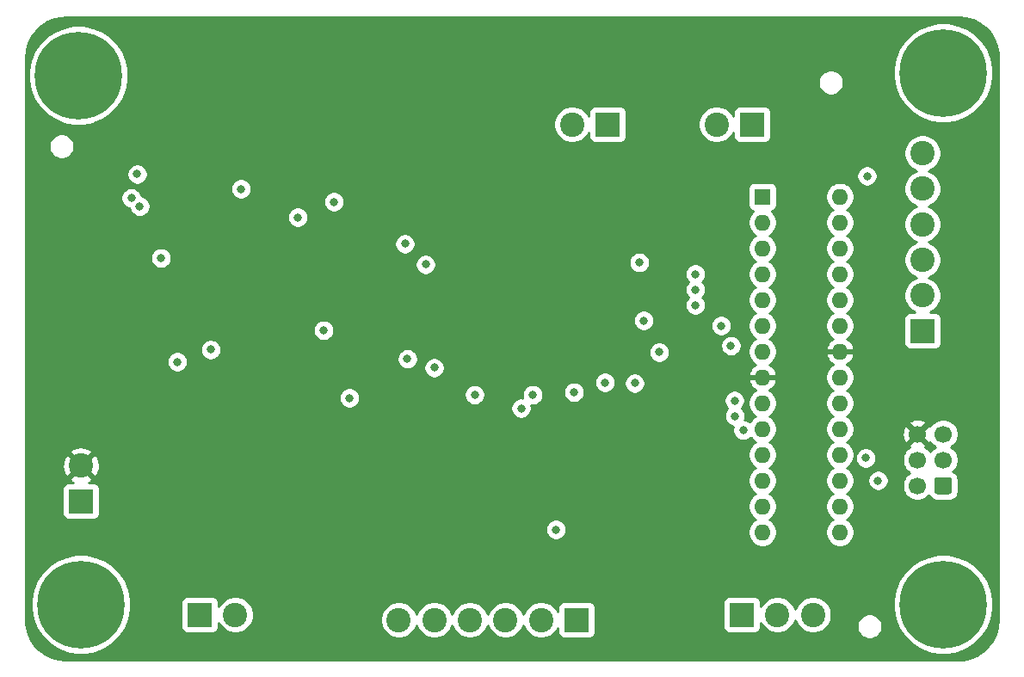
<source format=gbr>
%TF.GenerationSoftware,KiCad,Pcbnew,(5.1.12-1-10_14)*%
%TF.CreationDate,2021-11-26T20:13:54-05:00*%
%TF.ProjectId,Untitled,556e7469-746c-4656-942e-6b696361645f,rev?*%
%TF.SameCoordinates,Original*%
%TF.FileFunction,Copper,L2,Inr*%
%TF.FilePolarity,Positive*%
%FSLAX46Y46*%
G04 Gerber Fmt 4.6, Leading zero omitted, Abs format (unit mm)*
G04 Created by KiCad (PCBNEW (5.1.12-1-10_14)) date 2021-11-26 20:13:54*
%MOMM*%
%LPD*%
G01*
G04 APERTURE LIST*
%TA.AperFunction,ComponentPad*%
%ADD10C,0.900000*%
%TD*%
%TA.AperFunction,ComponentPad*%
%ADD11C,8.600000*%
%TD*%
%TA.AperFunction,ComponentPad*%
%ADD12R,2.400000X2.400000*%
%TD*%
%TA.AperFunction,ComponentPad*%
%ADD13C,2.400000*%
%TD*%
%TA.AperFunction,ComponentPad*%
%ADD14C,1.700000*%
%TD*%
%TA.AperFunction,ComponentPad*%
%ADD15R,1.600000X1.600000*%
%TD*%
%TA.AperFunction,ComponentPad*%
%ADD16O,1.600000X1.600000*%
%TD*%
%TA.AperFunction,ViaPad*%
%ADD17C,0.800000*%
%TD*%
%TA.AperFunction,Conductor*%
%ADD18C,0.254000*%
%TD*%
%TA.AperFunction,Conductor*%
%ADD19C,0.100000*%
%TD*%
G04 APERTURE END LIST*
D10*
%TO.N,N/C*%
%TO.C,H1*%
X92196419Y-136403581D03*
X89916000Y-135459000D03*
X87635581Y-136403581D03*
X86691000Y-138684000D03*
X87635581Y-140964419D03*
X89916000Y-141909000D03*
X92196419Y-140964419D03*
X93141000Y-138684000D03*
D11*
X89916000Y-138684000D03*
%TD*%
%TO.N,N/C*%
%TO.C,H2*%
X174752000Y-138684000D03*
D10*
X177977000Y-138684000D03*
X177032419Y-140964419D03*
X174752000Y-141909000D03*
X172471581Y-140964419D03*
X171527000Y-138684000D03*
X172471581Y-136403581D03*
X174752000Y-135459000D03*
X177032419Y-136403581D03*
%TD*%
%TO.N,N/C*%
%TO.C,H3*%
X91948000Y-84339162D03*
X89667581Y-83394581D03*
X87387162Y-84339162D03*
X86442581Y-86619581D03*
X87387162Y-88900000D03*
X89667581Y-89844581D03*
X91948000Y-88900000D03*
X92892581Y-86619581D03*
D11*
X89667581Y-86619581D03*
%TD*%
%TO.N,N/C*%
%TO.C,H4*%
X174752000Y-86360000D03*
D10*
X177977000Y-86360000D03*
X177032419Y-88640419D03*
X174752000Y-89585000D03*
X172471581Y-88640419D03*
X171527000Y-86360000D03*
X172471581Y-84079581D03*
X174752000Y-83135000D03*
X177032419Y-84079581D03*
%TD*%
D12*
%TO.N,Net-(J1-Pad1)*%
%TO.C,J1*%
X101600000Y-139700000D03*
D13*
%TO.N,Net-(J1-Pad2)*%
X105100000Y-139700000D03*
%TD*%
%TO.N,AT_MISO*%
%TO.C,J2*%
%TA.AperFunction,ComponentPad*%
G36*
G01*
X175602000Y-126400000D02*
X175602000Y-127600000D01*
G75*
G02*
X175352000Y-127850000I-250000J0D01*
G01*
X174152000Y-127850000D01*
G75*
G02*
X173902000Y-127600000I0J250000D01*
G01*
X173902000Y-126400000D01*
G75*
G02*
X174152000Y-126150000I250000J0D01*
G01*
X175352000Y-126150000D01*
G75*
G02*
X175602000Y-126400000I0J-250000D01*
G01*
G37*
%TD.AperFunction*%
D14*
%TO.N,AT_SCK*%
X174752000Y-124460000D03*
%TO.N,AT_RESET*%
X174752000Y-121920000D03*
%TO.N,+5V*%
X172212000Y-127000000D03*
%TO.N,AT_MOSI*%
X172212000Y-124460000D03*
%TO.N,GND*%
X172212000Y-121920000D03*
%TD*%
D12*
%TO.N,AT_D7*%
%TO.C,J3*%
X154940000Y-139700000D03*
D13*
%TO.N,AT_D8*%
X158440000Y-139700000D03*
%TO.N,AT_D9*%
X161940000Y-139700000D03*
%TD*%
D12*
%TO.N,AT_A0*%
%TO.C,J4*%
X172720000Y-111760000D03*
D13*
%TO.N,AT_A1*%
X172720000Y-108260000D03*
%TO.N,AT_A2*%
X172720000Y-104760000D03*
%TO.N,AT_A3*%
X172720000Y-101260000D03*
%TO.N,AT_A4*%
X172720000Y-97760000D03*
%TO.N,AT_A5*%
X172720000Y-94260000D03*
%TD*%
%TO.N,3_3_TX_IN*%
%TO.C,J5*%
X138232000Y-91440000D03*
D12*
%TO.N,3_3_RX_IN*%
X141732000Y-91440000D03*
%TD*%
D13*
%TO.N,GND*%
%TO.C,J7*%
X89916000Y-125024000D03*
D12*
%TO.N,12_V_IN*%
X89916000Y-128524000D03*
%TD*%
%TO.N,328_RX*%
%TO.C,J8*%
X155956000Y-91440000D03*
D13*
%TO.N,328_TX*%
X152456000Y-91440000D03*
%TD*%
D15*
%TO.N,AT_RESET*%
%TO.C,U4*%
X156972000Y-98552000D03*
D16*
%TO.N,AT_D9*%
X164592000Y-131572000D03*
%TO.N,328_RX*%
X156972000Y-101092000D03*
%TO.N,AT_CS*%
X164592000Y-129032000D03*
%TO.N,328_TX*%
X156972000Y-103632000D03*
%TO.N,AT_MOSI*%
X164592000Y-126492000D03*
%TO.N,AT_D2*%
X156972000Y-106172000D03*
%TO.N,AT_MISO*%
X164592000Y-123952000D03*
%TO.N,AT_D3*%
X156972000Y-108712000D03*
%TO.N,AT_SCK*%
X164592000Y-121412000D03*
%TO.N,AT_D4*%
X156972000Y-111252000D03*
%TO.N,+5V*%
X164592000Y-118872000D03*
X156972000Y-113792000D03*
X164592000Y-116332000D03*
%TO.N,GND*%
X156972000Y-116332000D03*
X164592000Y-113792000D03*
%TO.N,AT_OSC1*%
X156972000Y-118872000D03*
%TO.N,AT_A0*%
X164592000Y-111252000D03*
%TO.N,AT_OSC2*%
X156972000Y-121412000D03*
%TO.N,AT_A1*%
X164592000Y-108712000D03*
%TO.N,AT_D5*%
X156972000Y-123952000D03*
%TO.N,AT_A2*%
X164592000Y-106172000D03*
%TO.N,AT_D6*%
X156972000Y-126492000D03*
%TO.N,AT_A3*%
X164592000Y-103632000D03*
%TO.N,AT_D7*%
X156972000Y-129032000D03*
%TO.N,AT_A4*%
X164592000Y-101092000D03*
%TO.N,AT_D8*%
X156972000Y-131572000D03*
%TO.N,AT_A5*%
X164592000Y-98552000D03*
%TD*%
D13*
%TO.N,ULN2803_OUT_3*%
%TO.C,J6*%
X121184000Y-140208000D03*
%TO.N,12_V_IN*%
X124684000Y-140208000D03*
%TO.N,ULN2803_OUT_2*%
X128184000Y-140208000D03*
%TO.N,12_V_IN*%
X131684000Y-140208000D03*
%TO.N,ULN2803_OUT_1*%
X135184000Y-140208000D03*
D12*
%TO.N,12_V_IN*%
X138684000Y-140208000D03*
%TD*%
D17*
%TO.N,GND*%
X149923500Y-110680500D03*
X85661500Y-117856000D03*
X105664000Y-102489000D03*
X90868500Y-96393000D03*
X86677500Y-100076000D03*
X86804500Y-104648000D03*
X91059000Y-108267500D03*
X98679000Y-102108000D03*
X101028500Y-113538000D03*
X107442000Y-115824000D03*
X118173500Y-131064000D03*
X109855000Y-128778000D03*
X109728000Y-124460000D03*
X147256500Y-121158000D03*
X139890500Y-125920500D03*
X139509500Y-112585500D03*
X143891000Y-112585500D03*
X129159000Y-105156000D03*
X123190000Y-116649500D03*
X127508000Y-116840000D03*
X98425000Y-106426000D03*
X89217500Y-107759500D03*
X90805000Y-97536000D03*
X87757000Y-103060500D03*
X86677500Y-101092000D03*
X85661500Y-118999000D03*
%TO.N,AT_OSC1*%
X128651000Y-118046500D03*
X134366000Y-118046500D03*
X138430000Y-117792500D03*
X154221101Y-118616439D03*
%TO.N,AT_OSC2*%
X133223000Y-119392000D03*
X155067000Y-121539000D03*
%TO.N,+5V*%
X145288000Y-110744000D03*
X102679500Y-113601500D03*
X95694500Y-99504500D03*
X123825000Y-105219500D03*
X141478000Y-116840000D03*
X136652000Y-131318000D03*
X144399000Y-116903500D03*
X146812000Y-113855500D03*
X153860500Y-113220500D03*
X144843500Y-105029000D03*
X114808000Y-99060000D03*
X152908000Y-111252000D03*
X121793000Y-103187500D03*
X105664000Y-97790000D03*
X95694500Y-99504500D03*
X94869000Y-98679000D03*
X95440500Y-96329500D03*
%TO.N,Net-(J1-Pad2)*%
X97790000Y-104584500D03*
X99394979Y-114808000D03*
%TO.N,AT_MISO*%
X167259000Y-96520000D03*
X167132000Y-124269500D03*
%TO.N,AT_SCK*%
X154241500Y-120142000D03*
X113792000Y-111696500D03*
%TO.N,AT_MOSI*%
X111252000Y-100584000D03*
X111252000Y-100584000D03*
X168338500Y-126492000D03*
%TO.N,AT_D2*%
X116332000Y-118364000D03*
X150368000Y-106172000D03*
%TO.N,AT_D3*%
X122033935Y-114525603D03*
X150368000Y-107696000D03*
%TO.N,AT_D4*%
X124682903Y-115388365D03*
X150368000Y-109220000D03*
%TD*%
D18*
%TO.N,GND*%
X176988396Y-80992241D02*
X177676940Y-81186429D01*
X178318563Y-81502843D01*
X178891777Y-81930882D01*
X179377393Y-82456220D01*
X179759142Y-83061255D01*
X180024237Y-83725720D01*
X180166350Y-84440173D01*
X180188001Y-84853293D01*
X180188000Y-140177744D01*
X180119759Y-140920396D01*
X179925571Y-141608939D01*
X179609158Y-142250561D01*
X179181118Y-142823777D01*
X178655782Y-143309392D01*
X178050748Y-143691141D01*
X177386278Y-143956238D01*
X176671828Y-144098350D01*
X176258726Y-144120000D01*
X88422256Y-144120000D01*
X87679604Y-144051759D01*
X86991061Y-143857571D01*
X86349439Y-143541158D01*
X85776223Y-143113118D01*
X85290608Y-142587782D01*
X84908859Y-141982748D01*
X84643762Y-141318278D01*
X84501650Y-140603828D01*
X84480000Y-140190726D01*
X84480000Y-138197945D01*
X84981000Y-138197945D01*
X84981000Y-139170055D01*
X85170650Y-140123486D01*
X85542660Y-141021599D01*
X86082735Y-141829879D01*
X86770121Y-142517265D01*
X87578401Y-143057340D01*
X88476514Y-143429350D01*
X89429945Y-143619000D01*
X90402055Y-143619000D01*
X91355486Y-143429350D01*
X92253599Y-143057340D01*
X93061879Y-142517265D01*
X93749265Y-141829879D01*
X94289340Y-141021599D01*
X94661350Y-140123486D01*
X94851000Y-139170055D01*
X94851000Y-138500000D01*
X99761928Y-138500000D01*
X99761928Y-140900000D01*
X99774188Y-141024482D01*
X99810498Y-141144180D01*
X99869463Y-141254494D01*
X99948815Y-141351185D01*
X100045506Y-141430537D01*
X100155820Y-141489502D01*
X100275518Y-141525812D01*
X100400000Y-141538072D01*
X102800000Y-141538072D01*
X102924482Y-141525812D01*
X103044180Y-141489502D01*
X103154494Y-141430537D01*
X103251185Y-141351185D01*
X103330537Y-141254494D01*
X103389502Y-141144180D01*
X103425812Y-141024482D01*
X103438072Y-140900000D01*
X103438072Y-140482838D01*
X103473844Y-140569199D01*
X103674662Y-140869744D01*
X103930256Y-141125338D01*
X104230801Y-141326156D01*
X104564750Y-141464482D01*
X104919268Y-141535000D01*
X105280732Y-141535000D01*
X105635250Y-141464482D01*
X105969199Y-141326156D01*
X106269744Y-141125338D01*
X106525338Y-140869744D01*
X106726156Y-140569199D01*
X106864482Y-140235250D01*
X106905852Y-140027268D01*
X119349000Y-140027268D01*
X119349000Y-140388732D01*
X119419518Y-140743250D01*
X119557844Y-141077199D01*
X119758662Y-141377744D01*
X120014256Y-141633338D01*
X120314801Y-141834156D01*
X120648750Y-141972482D01*
X121003268Y-142043000D01*
X121364732Y-142043000D01*
X121719250Y-141972482D01*
X122053199Y-141834156D01*
X122353744Y-141633338D01*
X122609338Y-141377744D01*
X122810156Y-141077199D01*
X122934000Y-140778213D01*
X123057844Y-141077199D01*
X123258662Y-141377744D01*
X123514256Y-141633338D01*
X123814801Y-141834156D01*
X124148750Y-141972482D01*
X124503268Y-142043000D01*
X124864732Y-142043000D01*
X125219250Y-141972482D01*
X125553199Y-141834156D01*
X125853744Y-141633338D01*
X126109338Y-141377744D01*
X126310156Y-141077199D01*
X126434000Y-140778213D01*
X126557844Y-141077199D01*
X126758662Y-141377744D01*
X127014256Y-141633338D01*
X127314801Y-141834156D01*
X127648750Y-141972482D01*
X128003268Y-142043000D01*
X128364732Y-142043000D01*
X128719250Y-141972482D01*
X129053199Y-141834156D01*
X129353744Y-141633338D01*
X129609338Y-141377744D01*
X129810156Y-141077199D01*
X129934000Y-140778213D01*
X130057844Y-141077199D01*
X130258662Y-141377744D01*
X130514256Y-141633338D01*
X130814801Y-141834156D01*
X131148750Y-141972482D01*
X131503268Y-142043000D01*
X131864732Y-142043000D01*
X132219250Y-141972482D01*
X132553199Y-141834156D01*
X132853744Y-141633338D01*
X133109338Y-141377744D01*
X133310156Y-141077199D01*
X133434000Y-140778213D01*
X133557844Y-141077199D01*
X133758662Y-141377744D01*
X134014256Y-141633338D01*
X134314801Y-141834156D01*
X134648750Y-141972482D01*
X135003268Y-142043000D01*
X135364732Y-142043000D01*
X135719250Y-141972482D01*
X136053199Y-141834156D01*
X136353744Y-141633338D01*
X136609338Y-141377744D01*
X136810156Y-141077199D01*
X136845928Y-140990838D01*
X136845928Y-141408000D01*
X136858188Y-141532482D01*
X136894498Y-141652180D01*
X136953463Y-141762494D01*
X137032815Y-141859185D01*
X137129506Y-141938537D01*
X137239820Y-141997502D01*
X137359518Y-142033812D01*
X137484000Y-142046072D01*
X139884000Y-142046072D01*
X140008482Y-142033812D01*
X140128180Y-141997502D01*
X140238494Y-141938537D01*
X140335185Y-141859185D01*
X140414537Y-141762494D01*
X140473502Y-141652180D01*
X140509812Y-141532482D01*
X140522072Y-141408000D01*
X140522072Y-139008000D01*
X140509812Y-138883518D01*
X140473502Y-138763820D01*
X140414537Y-138653506D01*
X140335185Y-138556815D01*
X140265956Y-138500000D01*
X153101928Y-138500000D01*
X153101928Y-140900000D01*
X153114188Y-141024482D01*
X153150498Y-141144180D01*
X153209463Y-141254494D01*
X153288815Y-141351185D01*
X153385506Y-141430537D01*
X153495820Y-141489502D01*
X153615518Y-141525812D01*
X153740000Y-141538072D01*
X156140000Y-141538072D01*
X156264482Y-141525812D01*
X156384180Y-141489502D01*
X156494494Y-141430537D01*
X156591185Y-141351185D01*
X156670537Y-141254494D01*
X156729502Y-141144180D01*
X156765812Y-141024482D01*
X156778072Y-140900000D01*
X156778072Y-140482838D01*
X156813844Y-140569199D01*
X157014662Y-140869744D01*
X157270256Y-141125338D01*
X157570801Y-141326156D01*
X157904750Y-141464482D01*
X158259268Y-141535000D01*
X158620732Y-141535000D01*
X158975250Y-141464482D01*
X159309199Y-141326156D01*
X159609744Y-141125338D01*
X159865338Y-140869744D01*
X160066156Y-140569199D01*
X160190000Y-140270213D01*
X160313844Y-140569199D01*
X160514662Y-140869744D01*
X160770256Y-141125338D01*
X161070801Y-141326156D01*
X161404750Y-141464482D01*
X161759268Y-141535000D01*
X162120732Y-141535000D01*
X162475250Y-141464482D01*
X162809199Y-141326156D01*
X163109744Y-141125338D01*
X163365338Y-140869744D01*
X163465467Y-140719890D01*
X166258548Y-140719890D01*
X166258548Y-140966110D01*
X166306583Y-141207598D01*
X166400807Y-141435074D01*
X166537599Y-141639798D01*
X166711702Y-141813901D01*
X166916426Y-141950693D01*
X167143902Y-142044917D01*
X167385390Y-142092952D01*
X167631610Y-142092952D01*
X167873098Y-142044917D01*
X168100574Y-141950693D01*
X168305298Y-141813901D01*
X168479401Y-141639798D01*
X168616193Y-141435074D01*
X168710417Y-141207598D01*
X168758452Y-140966110D01*
X168758452Y-140719890D01*
X168710417Y-140478402D01*
X168616193Y-140250926D01*
X168479401Y-140046202D01*
X168305298Y-139872099D01*
X168100574Y-139735307D01*
X167873098Y-139641083D01*
X167631610Y-139593048D01*
X167385390Y-139593048D01*
X167143902Y-139641083D01*
X166916426Y-139735307D01*
X166711702Y-139872099D01*
X166537599Y-140046202D01*
X166400807Y-140250926D01*
X166306583Y-140478402D01*
X166258548Y-140719890D01*
X163465467Y-140719890D01*
X163566156Y-140569199D01*
X163704482Y-140235250D01*
X163775000Y-139880732D01*
X163775000Y-139519268D01*
X163704482Y-139164750D01*
X163566156Y-138830801D01*
X163365338Y-138530256D01*
X163109744Y-138274662D01*
X162994930Y-138197945D01*
X169817000Y-138197945D01*
X169817000Y-139170055D01*
X170006650Y-140123486D01*
X170378660Y-141021599D01*
X170918735Y-141829879D01*
X171606121Y-142517265D01*
X172414401Y-143057340D01*
X173312514Y-143429350D01*
X174265945Y-143619000D01*
X175238055Y-143619000D01*
X176191486Y-143429350D01*
X177089599Y-143057340D01*
X177897879Y-142517265D01*
X178585265Y-141829879D01*
X179125340Y-141021599D01*
X179497350Y-140123486D01*
X179687000Y-139170055D01*
X179687000Y-138197945D01*
X179497350Y-137244514D01*
X179125340Y-136346401D01*
X178585265Y-135538121D01*
X177897879Y-134850735D01*
X177089599Y-134310660D01*
X176191486Y-133938650D01*
X175238055Y-133749000D01*
X174265945Y-133749000D01*
X173312514Y-133938650D01*
X172414401Y-134310660D01*
X171606121Y-134850735D01*
X170918735Y-135538121D01*
X170378660Y-136346401D01*
X170006650Y-137244514D01*
X169817000Y-138197945D01*
X162994930Y-138197945D01*
X162809199Y-138073844D01*
X162475250Y-137935518D01*
X162120732Y-137865000D01*
X161759268Y-137865000D01*
X161404750Y-137935518D01*
X161070801Y-138073844D01*
X160770256Y-138274662D01*
X160514662Y-138530256D01*
X160313844Y-138830801D01*
X160190000Y-139129787D01*
X160066156Y-138830801D01*
X159865338Y-138530256D01*
X159609744Y-138274662D01*
X159309199Y-138073844D01*
X158975250Y-137935518D01*
X158620732Y-137865000D01*
X158259268Y-137865000D01*
X157904750Y-137935518D01*
X157570801Y-138073844D01*
X157270256Y-138274662D01*
X157014662Y-138530256D01*
X156813844Y-138830801D01*
X156778072Y-138917162D01*
X156778072Y-138500000D01*
X156765812Y-138375518D01*
X156729502Y-138255820D01*
X156670537Y-138145506D01*
X156591185Y-138048815D01*
X156494494Y-137969463D01*
X156384180Y-137910498D01*
X156264482Y-137874188D01*
X156140000Y-137861928D01*
X153740000Y-137861928D01*
X153615518Y-137874188D01*
X153495820Y-137910498D01*
X153385506Y-137969463D01*
X153288815Y-138048815D01*
X153209463Y-138145506D01*
X153150498Y-138255820D01*
X153114188Y-138375518D01*
X153101928Y-138500000D01*
X140265956Y-138500000D01*
X140238494Y-138477463D01*
X140128180Y-138418498D01*
X140008482Y-138382188D01*
X139884000Y-138369928D01*
X137484000Y-138369928D01*
X137359518Y-138382188D01*
X137239820Y-138418498D01*
X137129506Y-138477463D01*
X137032815Y-138556815D01*
X136953463Y-138653506D01*
X136894498Y-138763820D01*
X136858188Y-138883518D01*
X136845928Y-139008000D01*
X136845928Y-139425162D01*
X136810156Y-139338801D01*
X136609338Y-139038256D01*
X136353744Y-138782662D01*
X136053199Y-138581844D01*
X135719250Y-138443518D01*
X135364732Y-138373000D01*
X135003268Y-138373000D01*
X134648750Y-138443518D01*
X134314801Y-138581844D01*
X134014256Y-138782662D01*
X133758662Y-139038256D01*
X133557844Y-139338801D01*
X133434000Y-139637787D01*
X133310156Y-139338801D01*
X133109338Y-139038256D01*
X132853744Y-138782662D01*
X132553199Y-138581844D01*
X132219250Y-138443518D01*
X131864732Y-138373000D01*
X131503268Y-138373000D01*
X131148750Y-138443518D01*
X130814801Y-138581844D01*
X130514256Y-138782662D01*
X130258662Y-139038256D01*
X130057844Y-139338801D01*
X129934000Y-139637787D01*
X129810156Y-139338801D01*
X129609338Y-139038256D01*
X129353744Y-138782662D01*
X129053199Y-138581844D01*
X128719250Y-138443518D01*
X128364732Y-138373000D01*
X128003268Y-138373000D01*
X127648750Y-138443518D01*
X127314801Y-138581844D01*
X127014256Y-138782662D01*
X126758662Y-139038256D01*
X126557844Y-139338801D01*
X126434000Y-139637787D01*
X126310156Y-139338801D01*
X126109338Y-139038256D01*
X125853744Y-138782662D01*
X125553199Y-138581844D01*
X125219250Y-138443518D01*
X124864732Y-138373000D01*
X124503268Y-138373000D01*
X124148750Y-138443518D01*
X123814801Y-138581844D01*
X123514256Y-138782662D01*
X123258662Y-139038256D01*
X123057844Y-139338801D01*
X122934000Y-139637787D01*
X122810156Y-139338801D01*
X122609338Y-139038256D01*
X122353744Y-138782662D01*
X122053199Y-138581844D01*
X121719250Y-138443518D01*
X121364732Y-138373000D01*
X121003268Y-138373000D01*
X120648750Y-138443518D01*
X120314801Y-138581844D01*
X120014256Y-138782662D01*
X119758662Y-139038256D01*
X119557844Y-139338801D01*
X119419518Y-139672750D01*
X119349000Y-140027268D01*
X106905852Y-140027268D01*
X106935000Y-139880732D01*
X106935000Y-139519268D01*
X106864482Y-139164750D01*
X106726156Y-138830801D01*
X106525338Y-138530256D01*
X106269744Y-138274662D01*
X105969199Y-138073844D01*
X105635250Y-137935518D01*
X105280732Y-137865000D01*
X104919268Y-137865000D01*
X104564750Y-137935518D01*
X104230801Y-138073844D01*
X103930256Y-138274662D01*
X103674662Y-138530256D01*
X103473844Y-138830801D01*
X103438072Y-138917162D01*
X103438072Y-138500000D01*
X103425812Y-138375518D01*
X103389502Y-138255820D01*
X103330537Y-138145506D01*
X103251185Y-138048815D01*
X103154494Y-137969463D01*
X103044180Y-137910498D01*
X102924482Y-137874188D01*
X102800000Y-137861928D01*
X100400000Y-137861928D01*
X100275518Y-137874188D01*
X100155820Y-137910498D01*
X100045506Y-137969463D01*
X99948815Y-138048815D01*
X99869463Y-138145506D01*
X99810498Y-138255820D01*
X99774188Y-138375518D01*
X99761928Y-138500000D01*
X94851000Y-138500000D01*
X94851000Y-138197945D01*
X94661350Y-137244514D01*
X94289340Y-136346401D01*
X93749265Y-135538121D01*
X93061879Y-134850735D01*
X92253599Y-134310660D01*
X91355486Y-133938650D01*
X90402055Y-133749000D01*
X89429945Y-133749000D01*
X88476514Y-133938650D01*
X87578401Y-134310660D01*
X86770121Y-134850735D01*
X86082735Y-135538121D01*
X85542660Y-136346401D01*
X85170650Y-137244514D01*
X84981000Y-138197945D01*
X84480000Y-138197945D01*
X84480000Y-131216061D01*
X135617000Y-131216061D01*
X135617000Y-131419939D01*
X135656774Y-131619898D01*
X135734795Y-131808256D01*
X135848063Y-131977774D01*
X135992226Y-132121937D01*
X136161744Y-132235205D01*
X136350102Y-132313226D01*
X136550061Y-132353000D01*
X136753939Y-132353000D01*
X136953898Y-132313226D01*
X137142256Y-132235205D01*
X137311774Y-132121937D01*
X137455937Y-131977774D01*
X137569205Y-131808256D01*
X137647226Y-131619898D01*
X137687000Y-131419939D01*
X137687000Y-131216061D01*
X137647226Y-131016102D01*
X137569205Y-130827744D01*
X137455937Y-130658226D01*
X137311774Y-130514063D01*
X137142256Y-130400795D01*
X136953898Y-130322774D01*
X136753939Y-130283000D01*
X136550061Y-130283000D01*
X136350102Y-130322774D01*
X136161744Y-130400795D01*
X135992226Y-130514063D01*
X135848063Y-130658226D01*
X135734795Y-130827744D01*
X135656774Y-131016102D01*
X135617000Y-131216061D01*
X84480000Y-131216061D01*
X84480000Y-127324000D01*
X88077928Y-127324000D01*
X88077928Y-129724000D01*
X88090188Y-129848482D01*
X88126498Y-129968180D01*
X88185463Y-130078494D01*
X88264815Y-130175185D01*
X88361506Y-130254537D01*
X88471820Y-130313502D01*
X88591518Y-130349812D01*
X88716000Y-130362072D01*
X91116000Y-130362072D01*
X91240482Y-130349812D01*
X91360180Y-130313502D01*
X91470494Y-130254537D01*
X91567185Y-130175185D01*
X91646537Y-130078494D01*
X91705502Y-129968180D01*
X91741812Y-129848482D01*
X91754072Y-129724000D01*
X91754072Y-127324000D01*
X91741812Y-127199518D01*
X91705502Y-127079820D01*
X91646537Y-126969506D01*
X91567185Y-126872815D01*
X91470494Y-126793463D01*
X91360180Y-126734498D01*
X91240482Y-126698188D01*
X91116000Y-126685928D01*
X90709097Y-126685928D01*
X90894486Y-126586836D01*
X91014374Y-126301980D01*
X89916000Y-125203605D01*
X88817626Y-126301980D01*
X88937514Y-126586836D01*
X89136912Y-126685928D01*
X88716000Y-126685928D01*
X88591518Y-126698188D01*
X88471820Y-126734498D01*
X88361506Y-126793463D01*
X88264815Y-126872815D01*
X88185463Y-126969506D01*
X88126498Y-127079820D01*
X88090188Y-127199518D01*
X88077928Y-127324000D01*
X84480000Y-127324000D01*
X84480000Y-125078684D01*
X88072933Y-125078684D01*
X88119015Y-125437198D01*
X88234154Y-125779833D01*
X88353164Y-126002486D01*
X88638020Y-126122374D01*
X89736395Y-125024000D01*
X90095605Y-125024000D01*
X91193980Y-126122374D01*
X91478836Y-126002486D01*
X91639699Y-125678790D01*
X91734322Y-125329931D01*
X91759067Y-124969316D01*
X91712985Y-124610802D01*
X91597846Y-124268167D01*
X91478836Y-124045514D01*
X91193980Y-123925626D01*
X90095605Y-125024000D01*
X89736395Y-125024000D01*
X88638020Y-123925626D01*
X88353164Y-124045514D01*
X88192301Y-124369210D01*
X88097678Y-124718069D01*
X88072933Y-125078684D01*
X84480000Y-125078684D01*
X84480000Y-123746020D01*
X88817626Y-123746020D01*
X89916000Y-124844395D01*
X91014374Y-123746020D01*
X90894486Y-123461164D01*
X90570790Y-123300301D01*
X90221931Y-123205678D01*
X89861316Y-123180933D01*
X89502802Y-123227015D01*
X89160167Y-123342154D01*
X88937514Y-123461164D01*
X88817626Y-123746020D01*
X84480000Y-123746020D01*
X84480000Y-118262061D01*
X115297000Y-118262061D01*
X115297000Y-118465939D01*
X115336774Y-118665898D01*
X115414795Y-118854256D01*
X115528063Y-119023774D01*
X115672226Y-119167937D01*
X115841744Y-119281205D01*
X116030102Y-119359226D01*
X116230061Y-119399000D01*
X116433939Y-119399000D01*
X116633898Y-119359226D01*
X116800875Y-119290061D01*
X132188000Y-119290061D01*
X132188000Y-119493939D01*
X132227774Y-119693898D01*
X132305795Y-119882256D01*
X132419063Y-120051774D01*
X132563226Y-120195937D01*
X132732744Y-120309205D01*
X132921102Y-120387226D01*
X133121061Y-120427000D01*
X133324939Y-120427000D01*
X133524898Y-120387226D01*
X133713256Y-120309205D01*
X133882774Y-120195937D01*
X134026937Y-120051774D01*
X134140205Y-119882256D01*
X134218226Y-119693898D01*
X134258000Y-119493939D01*
X134258000Y-119290061D01*
X134218226Y-119090102D01*
X134210227Y-119070792D01*
X134264061Y-119081500D01*
X134467939Y-119081500D01*
X134667898Y-119041726D01*
X134856256Y-118963705D01*
X135025774Y-118850437D01*
X135169937Y-118706274D01*
X135283205Y-118536756D01*
X135361226Y-118348398D01*
X135401000Y-118148439D01*
X135401000Y-117944561D01*
X135361226Y-117744602D01*
X135338842Y-117690561D01*
X137395000Y-117690561D01*
X137395000Y-117894439D01*
X137434774Y-118094398D01*
X137512795Y-118282756D01*
X137626063Y-118452274D01*
X137770226Y-118596437D01*
X137939744Y-118709705D01*
X138128102Y-118787726D01*
X138328061Y-118827500D01*
X138531939Y-118827500D01*
X138731898Y-118787726D01*
X138920256Y-118709705D01*
X139089774Y-118596437D01*
X139171711Y-118514500D01*
X153186101Y-118514500D01*
X153186101Y-118718378D01*
X153225875Y-118918337D01*
X153303896Y-119106695D01*
X153417164Y-119276213D01*
X153530370Y-119389419D01*
X153437563Y-119482226D01*
X153324295Y-119651744D01*
X153246274Y-119840102D01*
X153206500Y-120040061D01*
X153206500Y-120243939D01*
X153246274Y-120443898D01*
X153324295Y-120632256D01*
X153437563Y-120801774D01*
X153581726Y-120945937D01*
X153751244Y-121059205D01*
X153939602Y-121137226D01*
X154099934Y-121169118D01*
X154071774Y-121237102D01*
X154032000Y-121437061D01*
X154032000Y-121640939D01*
X154071774Y-121840898D01*
X154149795Y-122029256D01*
X154263063Y-122198774D01*
X154407226Y-122342937D01*
X154576744Y-122456205D01*
X154765102Y-122534226D01*
X154965061Y-122574000D01*
X155168939Y-122574000D01*
X155368898Y-122534226D01*
X155557256Y-122456205D01*
X155726774Y-122342937D01*
X155811536Y-122258175D01*
X155857363Y-122326759D01*
X156057241Y-122526637D01*
X156289759Y-122682000D01*
X156057241Y-122837363D01*
X155857363Y-123037241D01*
X155700320Y-123272273D01*
X155592147Y-123533426D01*
X155537000Y-123810665D01*
X155537000Y-124093335D01*
X155592147Y-124370574D01*
X155700320Y-124631727D01*
X155857363Y-124866759D01*
X156057241Y-125066637D01*
X156289759Y-125222000D01*
X156057241Y-125377363D01*
X155857363Y-125577241D01*
X155700320Y-125812273D01*
X155592147Y-126073426D01*
X155537000Y-126350665D01*
X155537000Y-126633335D01*
X155592147Y-126910574D01*
X155700320Y-127171727D01*
X155857363Y-127406759D01*
X156057241Y-127606637D01*
X156289759Y-127762000D01*
X156057241Y-127917363D01*
X155857363Y-128117241D01*
X155700320Y-128352273D01*
X155592147Y-128613426D01*
X155537000Y-128890665D01*
X155537000Y-129173335D01*
X155592147Y-129450574D01*
X155700320Y-129711727D01*
X155857363Y-129946759D01*
X156057241Y-130146637D01*
X156289759Y-130302000D01*
X156057241Y-130457363D01*
X155857363Y-130657241D01*
X155700320Y-130892273D01*
X155592147Y-131153426D01*
X155537000Y-131430665D01*
X155537000Y-131713335D01*
X155592147Y-131990574D01*
X155700320Y-132251727D01*
X155857363Y-132486759D01*
X156057241Y-132686637D01*
X156292273Y-132843680D01*
X156553426Y-132951853D01*
X156830665Y-133007000D01*
X157113335Y-133007000D01*
X157390574Y-132951853D01*
X157651727Y-132843680D01*
X157886759Y-132686637D01*
X158086637Y-132486759D01*
X158243680Y-132251727D01*
X158351853Y-131990574D01*
X158407000Y-131713335D01*
X158407000Y-131430665D01*
X158351853Y-131153426D01*
X158243680Y-130892273D01*
X158086637Y-130657241D01*
X157886759Y-130457363D01*
X157654241Y-130302000D01*
X157886759Y-130146637D01*
X158086637Y-129946759D01*
X158243680Y-129711727D01*
X158351853Y-129450574D01*
X158407000Y-129173335D01*
X158407000Y-128890665D01*
X158351853Y-128613426D01*
X158243680Y-128352273D01*
X158086637Y-128117241D01*
X157886759Y-127917363D01*
X157654241Y-127762000D01*
X157886759Y-127606637D01*
X158086637Y-127406759D01*
X158243680Y-127171727D01*
X158351853Y-126910574D01*
X158407000Y-126633335D01*
X158407000Y-126350665D01*
X158351853Y-126073426D01*
X158243680Y-125812273D01*
X158086637Y-125577241D01*
X157886759Y-125377363D01*
X157654241Y-125222000D01*
X157886759Y-125066637D01*
X158086637Y-124866759D01*
X158243680Y-124631727D01*
X158351853Y-124370574D01*
X158407000Y-124093335D01*
X158407000Y-123810665D01*
X158351853Y-123533426D01*
X158243680Y-123272273D01*
X158086637Y-123037241D01*
X157886759Y-122837363D01*
X157654241Y-122682000D01*
X157886759Y-122526637D01*
X158086637Y-122326759D01*
X158243680Y-122091727D01*
X158351853Y-121830574D01*
X158407000Y-121553335D01*
X158407000Y-121270665D01*
X158351853Y-120993426D01*
X158243680Y-120732273D01*
X158086637Y-120497241D01*
X157886759Y-120297363D01*
X157654241Y-120142000D01*
X157886759Y-119986637D01*
X158086637Y-119786759D01*
X158243680Y-119551727D01*
X158351853Y-119290574D01*
X158407000Y-119013335D01*
X158407000Y-118730665D01*
X158351853Y-118453426D01*
X158243680Y-118192273D01*
X158086637Y-117957241D01*
X157886759Y-117757363D01*
X157651727Y-117600320D01*
X157641135Y-117595933D01*
X157827131Y-117484385D01*
X158035519Y-117295414D01*
X158203037Y-117069420D01*
X158323246Y-116815087D01*
X158363904Y-116681039D01*
X158241915Y-116459000D01*
X157099000Y-116459000D01*
X157099000Y-116479000D01*
X156845000Y-116479000D01*
X156845000Y-116459000D01*
X155702085Y-116459000D01*
X155580096Y-116681039D01*
X155620754Y-116815087D01*
X155740963Y-117069420D01*
X155908481Y-117295414D01*
X156116869Y-117484385D01*
X156302865Y-117595933D01*
X156292273Y-117600320D01*
X156057241Y-117757363D01*
X155857363Y-117957241D01*
X155700320Y-118192273D01*
X155592147Y-118453426D01*
X155537000Y-118730665D01*
X155537000Y-119013335D01*
X155592147Y-119290574D01*
X155700320Y-119551727D01*
X155857363Y-119786759D01*
X156057241Y-119986637D01*
X156289759Y-120142000D01*
X156057241Y-120297363D01*
X155857363Y-120497241D01*
X155707196Y-120721982D01*
X155557256Y-120621795D01*
X155368898Y-120543774D01*
X155208566Y-120511882D01*
X155236726Y-120443898D01*
X155276500Y-120243939D01*
X155276500Y-120040061D01*
X155236726Y-119840102D01*
X155158705Y-119651744D01*
X155045437Y-119482226D01*
X154932231Y-119369020D01*
X155025038Y-119276213D01*
X155138306Y-119106695D01*
X155216327Y-118918337D01*
X155256101Y-118718378D01*
X155256101Y-118514500D01*
X155216327Y-118314541D01*
X155138306Y-118126183D01*
X155025038Y-117956665D01*
X154880875Y-117812502D01*
X154711357Y-117699234D01*
X154522999Y-117621213D01*
X154323040Y-117581439D01*
X154119162Y-117581439D01*
X153919203Y-117621213D01*
X153730845Y-117699234D01*
X153561327Y-117812502D01*
X153417164Y-117956665D01*
X153303896Y-118126183D01*
X153225875Y-118314541D01*
X153186101Y-118514500D01*
X139171711Y-118514500D01*
X139233937Y-118452274D01*
X139347205Y-118282756D01*
X139425226Y-118094398D01*
X139465000Y-117894439D01*
X139465000Y-117690561D01*
X139425226Y-117490602D01*
X139347205Y-117302244D01*
X139233937Y-117132726D01*
X139089774Y-116988563D01*
X138920256Y-116875295D01*
X138731898Y-116797274D01*
X138531939Y-116757500D01*
X138328061Y-116757500D01*
X138128102Y-116797274D01*
X137939744Y-116875295D01*
X137770226Y-116988563D01*
X137626063Y-117132726D01*
X137512795Y-117302244D01*
X137434774Y-117490602D01*
X137395000Y-117690561D01*
X135338842Y-117690561D01*
X135283205Y-117556244D01*
X135169937Y-117386726D01*
X135025774Y-117242563D01*
X134856256Y-117129295D01*
X134667898Y-117051274D01*
X134467939Y-117011500D01*
X134264061Y-117011500D01*
X134064102Y-117051274D01*
X133875744Y-117129295D01*
X133706226Y-117242563D01*
X133562063Y-117386726D01*
X133448795Y-117556244D01*
X133370774Y-117744602D01*
X133331000Y-117944561D01*
X133331000Y-118148439D01*
X133370774Y-118348398D01*
X133378773Y-118367708D01*
X133324939Y-118357000D01*
X133121061Y-118357000D01*
X132921102Y-118396774D01*
X132732744Y-118474795D01*
X132563226Y-118588063D01*
X132419063Y-118732226D01*
X132305795Y-118901744D01*
X132227774Y-119090102D01*
X132188000Y-119290061D01*
X116800875Y-119290061D01*
X116822256Y-119281205D01*
X116991774Y-119167937D01*
X117135937Y-119023774D01*
X117249205Y-118854256D01*
X117327226Y-118665898D01*
X117367000Y-118465939D01*
X117367000Y-118262061D01*
X117327226Y-118062102D01*
X117278539Y-117944561D01*
X127616000Y-117944561D01*
X127616000Y-118148439D01*
X127655774Y-118348398D01*
X127733795Y-118536756D01*
X127847063Y-118706274D01*
X127991226Y-118850437D01*
X128160744Y-118963705D01*
X128349102Y-119041726D01*
X128549061Y-119081500D01*
X128752939Y-119081500D01*
X128952898Y-119041726D01*
X129141256Y-118963705D01*
X129310774Y-118850437D01*
X129454937Y-118706274D01*
X129568205Y-118536756D01*
X129646226Y-118348398D01*
X129686000Y-118148439D01*
X129686000Y-117944561D01*
X129646226Y-117744602D01*
X129568205Y-117556244D01*
X129454937Y-117386726D01*
X129310774Y-117242563D01*
X129141256Y-117129295D01*
X128952898Y-117051274D01*
X128752939Y-117011500D01*
X128549061Y-117011500D01*
X128349102Y-117051274D01*
X128160744Y-117129295D01*
X127991226Y-117242563D01*
X127847063Y-117386726D01*
X127733795Y-117556244D01*
X127655774Y-117744602D01*
X127616000Y-117944561D01*
X117278539Y-117944561D01*
X117249205Y-117873744D01*
X117135937Y-117704226D01*
X116991774Y-117560063D01*
X116822256Y-117446795D01*
X116633898Y-117368774D01*
X116433939Y-117329000D01*
X116230061Y-117329000D01*
X116030102Y-117368774D01*
X115841744Y-117446795D01*
X115672226Y-117560063D01*
X115528063Y-117704226D01*
X115414795Y-117873744D01*
X115336774Y-118062102D01*
X115297000Y-118262061D01*
X84480000Y-118262061D01*
X84480000Y-116738061D01*
X140443000Y-116738061D01*
X140443000Y-116941939D01*
X140482774Y-117141898D01*
X140560795Y-117330256D01*
X140674063Y-117499774D01*
X140818226Y-117643937D01*
X140987744Y-117757205D01*
X141176102Y-117835226D01*
X141376061Y-117875000D01*
X141579939Y-117875000D01*
X141779898Y-117835226D01*
X141968256Y-117757205D01*
X142137774Y-117643937D01*
X142281937Y-117499774D01*
X142395205Y-117330256D01*
X142473226Y-117141898D01*
X142513000Y-116941939D01*
X142513000Y-116801561D01*
X143364000Y-116801561D01*
X143364000Y-117005439D01*
X143403774Y-117205398D01*
X143481795Y-117393756D01*
X143595063Y-117563274D01*
X143739226Y-117707437D01*
X143908744Y-117820705D01*
X144097102Y-117898726D01*
X144297061Y-117938500D01*
X144500939Y-117938500D01*
X144700898Y-117898726D01*
X144889256Y-117820705D01*
X145058774Y-117707437D01*
X145202937Y-117563274D01*
X145316205Y-117393756D01*
X145394226Y-117205398D01*
X145434000Y-117005439D01*
X145434000Y-116801561D01*
X145394226Y-116601602D01*
X145316205Y-116413244D01*
X145202937Y-116243726D01*
X145058774Y-116099563D01*
X144889256Y-115986295D01*
X144700898Y-115908274D01*
X144500939Y-115868500D01*
X144297061Y-115868500D01*
X144097102Y-115908274D01*
X143908744Y-115986295D01*
X143739226Y-116099563D01*
X143595063Y-116243726D01*
X143481795Y-116413244D01*
X143403774Y-116601602D01*
X143364000Y-116801561D01*
X142513000Y-116801561D01*
X142513000Y-116738061D01*
X142473226Y-116538102D01*
X142395205Y-116349744D01*
X142281937Y-116180226D01*
X142137774Y-116036063D01*
X141968256Y-115922795D01*
X141779898Y-115844774D01*
X141579939Y-115805000D01*
X141376061Y-115805000D01*
X141176102Y-115844774D01*
X140987744Y-115922795D01*
X140818226Y-116036063D01*
X140674063Y-116180226D01*
X140560795Y-116349744D01*
X140482774Y-116538102D01*
X140443000Y-116738061D01*
X84480000Y-116738061D01*
X84480000Y-114706061D01*
X98359979Y-114706061D01*
X98359979Y-114909939D01*
X98399753Y-115109898D01*
X98477774Y-115298256D01*
X98591042Y-115467774D01*
X98735205Y-115611937D01*
X98904723Y-115725205D01*
X99093081Y-115803226D01*
X99293040Y-115843000D01*
X99496918Y-115843000D01*
X99696877Y-115803226D01*
X99885235Y-115725205D01*
X100054753Y-115611937D01*
X100198916Y-115467774D01*
X100312184Y-115298256D01*
X100390205Y-115109898D01*
X100429979Y-114909939D01*
X100429979Y-114706061D01*
X100390205Y-114506102D01*
X100312184Y-114317744D01*
X100198916Y-114148226D01*
X100054753Y-114004063D01*
X99885235Y-113890795D01*
X99696877Y-113812774D01*
X99496918Y-113773000D01*
X99293040Y-113773000D01*
X99093081Y-113812774D01*
X98904723Y-113890795D01*
X98735205Y-114004063D01*
X98591042Y-114148226D01*
X98477774Y-114317744D01*
X98399753Y-114506102D01*
X98359979Y-114706061D01*
X84480000Y-114706061D01*
X84480000Y-113499561D01*
X101644500Y-113499561D01*
X101644500Y-113703439D01*
X101684274Y-113903398D01*
X101762295Y-114091756D01*
X101875563Y-114261274D01*
X102019726Y-114405437D01*
X102189244Y-114518705D01*
X102377602Y-114596726D01*
X102577561Y-114636500D01*
X102781439Y-114636500D01*
X102981398Y-114596726D01*
X103169756Y-114518705D01*
X103311995Y-114423664D01*
X120998935Y-114423664D01*
X120998935Y-114627542D01*
X121038709Y-114827501D01*
X121116730Y-115015859D01*
X121229998Y-115185377D01*
X121374161Y-115329540D01*
X121543679Y-115442808D01*
X121732037Y-115520829D01*
X121931996Y-115560603D01*
X122135874Y-115560603D01*
X122335833Y-115520829D01*
X122524191Y-115442808D01*
X122693709Y-115329540D01*
X122736823Y-115286426D01*
X123647903Y-115286426D01*
X123647903Y-115490304D01*
X123687677Y-115690263D01*
X123765698Y-115878621D01*
X123878966Y-116048139D01*
X124023129Y-116192302D01*
X124192647Y-116305570D01*
X124381005Y-116383591D01*
X124580964Y-116423365D01*
X124784842Y-116423365D01*
X124984801Y-116383591D01*
X125173159Y-116305570D01*
X125342677Y-116192302D01*
X125486840Y-116048139D01*
X125600108Y-115878621D01*
X125678129Y-115690263D01*
X125717903Y-115490304D01*
X125717903Y-115286426D01*
X125678129Y-115086467D01*
X125600108Y-114898109D01*
X125486840Y-114728591D01*
X125342677Y-114584428D01*
X125173159Y-114471160D01*
X124984801Y-114393139D01*
X124784842Y-114353365D01*
X124580964Y-114353365D01*
X124381005Y-114393139D01*
X124192647Y-114471160D01*
X124023129Y-114584428D01*
X123878966Y-114728591D01*
X123765698Y-114898109D01*
X123687677Y-115086467D01*
X123647903Y-115286426D01*
X122736823Y-115286426D01*
X122837872Y-115185377D01*
X122951140Y-115015859D01*
X123029161Y-114827501D01*
X123068935Y-114627542D01*
X123068935Y-114423664D01*
X123029161Y-114223705D01*
X122951140Y-114035347D01*
X122837872Y-113865829D01*
X122725604Y-113753561D01*
X145777000Y-113753561D01*
X145777000Y-113957439D01*
X145816774Y-114157398D01*
X145894795Y-114345756D01*
X146008063Y-114515274D01*
X146152226Y-114659437D01*
X146321744Y-114772705D01*
X146510102Y-114850726D01*
X146710061Y-114890500D01*
X146913939Y-114890500D01*
X147113898Y-114850726D01*
X147302256Y-114772705D01*
X147471774Y-114659437D01*
X147615937Y-114515274D01*
X147729205Y-114345756D01*
X147807226Y-114157398D01*
X147847000Y-113957439D01*
X147847000Y-113753561D01*
X147807226Y-113553602D01*
X147729205Y-113365244D01*
X147615937Y-113195726D01*
X147538772Y-113118561D01*
X152825500Y-113118561D01*
X152825500Y-113322439D01*
X152865274Y-113522398D01*
X152943295Y-113710756D01*
X153056563Y-113880274D01*
X153200726Y-114024437D01*
X153370244Y-114137705D01*
X153558602Y-114215726D01*
X153758561Y-114255500D01*
X153962439Y-114255500D01*
X154162398Y-114215726D01*
X154350756Y-114137705D01*
X154520274Y-114024437D01*
X154664437Y-113880274D01*
X154777705Y-113710756D01*
X154855726Y-113522398D01*
X154895500Y-113322439D01*
X154895500Y-113118561D01*
X154855726Y-112918602D01*
X154777705Y-112730244D01*
X154664437Y-112560726D01*
X154520274Y-112416563D01*
X154350756Y-112303295D01*
X154162398Y-112225274D01*
X153962439Y-112185500D01*
X153758561Y-112185500D01*
X153558602Y-112225274D01*
X153370244Y-112303295D01*
X153200726Y-112416563D01*
X153056563Y-112560726D01*
X152943295Y-112730244D01*
X152865274Y-112918602D01*
X152825500Y-113118561D01*
X147538772Y-113118561D01*
X147471774Y-113051563D01*
X147302256Y-112938295D01*
X147113898Y-112860274D01*
X146913939Y-112820500D01*
X146710061Y-112820500D01*
X146510102Y-112860274D01*
X146321744Y-112938295D01*
X146152226Y-113051563D01*
X146008063Y-113195726D01*
X145894795Y-113365244D01*
X145816774Y-113553602D01*
X145777000Y-113753561D01*
X122725604Y-113753561D01*
X122693709Y-113721666D01*
X122524191Y-113608398D01*
X122335833Y-113530377D01*
X122135874Y-113490603D01*
X121931996Y-113490603D01*
X121732037Y-113530377D01*
X121543679Y-113608398D01*
X121374161Y-113721666D01*
X121229998Y-113865829D01*
X121116730Y-114035347D01*
X121038709Y-114223705D01*
X120998935Y-114423664D01*
X103311995Y-114423664D01*
X103339274Y-114405437D01*
X103483437Y-114261274D01*
X103596705Y-114091756D01*
X103674726Y-113903398D01*
X103714500Y-113703439D01*
X103714500Y-113499561D01*
X103674726Y-113299602D01*
X103596705Y-113111244D01*
X103483437Y-112941726D01*
X103339274Y-112797563D01*
X103169756Y-112684295D01*
X102981398Y-112606274D01*
X102781439Y-112566500D01*
X102577561Y-112566500D01*
X102377602Y-112606274D01*
X102189244Y-112684295D01*
X102019726Y-112797563D01*
X101875563Y-112941726D01*
X101762295Y-113111244D01*
X101684274Y-113299602D01*
X101644500Y-113499561D01*
X84480000Y-113499561D01*
X84480000Y-111594561D01*
X112757000Y-111594561D01*
X112757000Y-111798439D01*
X112796774Y-111998398D01*
X112874795Y-112186756D01*
X112988063Y-112356274D01*
X113132226Y-112500437D01*
X113301744Y-112613705D01*
X113490102Y-112691726D01*
X113690061Y-112731500D01*
X113893939Y-112731500D01*
X114093898Y-112691726D01*
X114282256Y-112613705D01*
X114451774Y-112500437D01*
X114595937Y-112356274D01*
X114709205Y-112186756D01*
X114787226Y-111998398D01*
X114827000Y-111798439D01*
X114827000Y-111594561D01*
X114787226Y-111394602D01*
X114709205Y-111206244D01*
X114595937Y-111036726D01*
X114451774Y-110892563D01*
X114282256Y-110779295D01*
X114093898Y-110701274D01*
X113893939Y-110661500D01*
X113690061Y-110661500D01*
X113490102Y-110701274D01*
X113301744Y-110779295D01*
X113132226Y-110892563D01*
X112988063Y-111036726D01*
X112874795Y-111206244D01*
X112796774Y-111394602D01*
X112757000Y-111594561D01*
X84480000Y-111594561D01*
X84480000Y-110642061D01*
X144253000Y-110642061D01*
X144253000Y-110845939D01*
X144292774Y-111045898D01*
X144370795Y-111234256D01*
X144484063Y-111403774D01*
X144628226Y-111547937D01*
X144797744Y-111661205D01*
X144986102Y-111739226D01*
X145186061Y-111779000D01*
X145389939Y-111779000D01*
X145589898Y-111739226D01*
X145778256Y-111661205D01*
X145947774Y-111547937D01*
X146091937Y-111403774D01*
X146205205Y-111234256D01*
X146240079Y-111150061D01*
X151873000Y-111150061D01*
X151873000Y-111353939D01*
X151912774Y-111553898D01*
X151990795Y-111742256D01*
X152104063Y-111911774D01*
X152248226Y-112055937D01*
X152417744Y-112169205D01*
X152606102Y-112247226D01*
X152806061Y-112287000D01*
X153009939Y-112287000D01*
X153209898Y-112247226D01*
X153398256Y-112169205D01*
X153567774Y-112055937D01*
X153711937Y-111911774D01*
X153825205Y-111742256D01*
X153903226Y-111553898D01*
X153943000Y-111353939D01*
X153943000Y-111150061D01*
X153903226Y-110950102D01*
X153825205Y-110761744D01*
X153711937Y-110592226D01*
X153567774Y-110448063D01*
X153398256Y-110334795D01*
X153209898Y-110256774D01*
X153009939Y-110217000D01*
X152806061Y-110217000D01*
X152606102Y-110256774D01*
X152417744Y-110334795D01*
X152248226Y-110448063D01*
X152104063Y-110592226D01*
X151990795Y-110761744D01*
X151912774Y-110950102D01*
X151873000Y-111150061D01*
X146240079Y-111150061D01*
X146283226Y-111045898D01*
X146323000Y-110845939D01*
X146323000Y-110642061D01*
X146283226Y-110442102D01*
X146205205Y-110253744D01*
X146091937Y-110084226D01*
X145947774Y-109940063D01*
X145778256Y-109826795D01*
X145589898Y-109748774D01*
X145389939Y-109709000D01*
X145186061Y-109709000D01*
X144986102Y-109748774D01*
X144797744Y-109826795D01*
X144628226Y-109940063D01*
X144484063Y-110084226D01*
X144370795Y-110253744D01*
X144292774Y-110442102D01*
X144253000Y-110642061D01*
X84480000Y-110642061D01*
X84480000Y-104482561D01*
X96755000Y-104482561D01*
X96755000Y-104686439D01*
X96794774Y-104886398D01*
X96872795Y-105074756D01*
X96986063Y-105244274D01*
X97130226Y-105388437D01*
X97299744Y-105501705D01*
X97488102Y-105579726D01*
X97688061Y-105619500D01*
X97891939Y-105619500D01*
X98091898Y-105579726D01*
X98280256Y-105501705D01*
X98449774Y-105388437D01*
X98593937Y-105244274D01*
X98678603Y-105117561D01*
X122790000Y-105117561D01*
X122790000Y-105321439D01*
X122829774Y-105521398D01*
X122907795Y-105709756D01*
X123021063Y-105879274D01*
X123165226Y-106023437D01*
X123334744Y-106136705D01*
X123523102Y-106214726D01*
X123723061Y-106254500D01*
X123926939Y-106254500D01*
X124126898Y-106214726D01*
X124315256Y-106136705D01*
X124414996Y-106070061D01*
X149333000Y-106070061D01*
X149333000Y-106273939D01*
X149372774Y-106473898D01*
X149450795Y-106662256D01*
X149564063Y-106831774D01*
X149666289Y-106934000D01*
X149564063Y-107036226D01*
X149450795Y-107205744D01*
X149372774Y-107394102D01*
X149333000Y-107594061D01*
X149333000Y-107797939D01*
X149372774Y-107997898D01*
X149450795Y-108186256D01*
X149564063Y-108355774D01*
X149666289Y-108458000D01*
X149564063Y-108560226D01*
X149450795Y-108729744D01*
X149372774Y-108918102D01*
X149333000Y-109118061D01*
X149333000Y-109321939D01*
X149372774Y-109521898D01*
X149450795Y-109710256D01*
X149564063Y-109879774D01*
X149708226Y-110023937D01*
X149877744Y-110137205D01*
X150066102Y-110215226D01*
X150266061Y-110255000D01*
X150469939Y-110255000D01*
X150669898Y-110215226D01*
X150858256Y-110137205D01*
X151027774Y-110023937D01*
X151171937Y-109879774D01*
X151285205Y-109710256D01*
X151363226Y-109521898D01*
X151403000Y-109321939D01*
X151403000Y-109118061D01*
X151363226Y-108918102D01*
X151285205Y-108729744D01*
X151171937Y-108560226D01*
X151069711Y-108458000D01*
X151171937Y-108355774D01*
X151285205Y-108186256D01*
X151363226Y-107997898D01*
X151403000Y-107797939D01*
X151403000Y-107594061D01*
X151363226Y-107394102D01*
X151285205Y-107205744D01*
X151171937Y-107036226D01*
X151069711Y-106934000D01*
X151171937Y-106831774D01*
X151285205Y-106662256D01*
X151363226Y-106473898D01*
X151403000Y-106273939D01*
X151403000Y-106070061D01*
X151363226Y-105870102D01*
X151285205Y-105681744D01*
X151171937Y-105512226D01*
X151027774Y-105368063D01*
X150858256Y-105254795D01*
X150669898Y-105176774D01*
X150469939Y-105137000D01*
X150266061Y-105137000D01*
X150066102Y-105176774D01*
X149877744Y-105254795D01*
X149708226Y-105368063D01*
X149564063Y-105512226D01*
X149450795Y-105681744D01*
X149372774Y-105870102D01*
X149333000Y-106070061D01*
X124414996Y-106070061D01*
X124484774Y-106023437D01*
X124628937Y-105879274D01*
X124742205Y-105709756D01*
X124820226Y-105521398D01*
X124860000Y-105321439D01*
X124860000Y-105117561D01*
X124822108Y-104927061D01*
X143808500Y-104927061D01*
X143808500Y-105130939D01*
X143848274Y-105330898D01*
X143926295Y-105519256D01*
X144039563Y-105688774D01*
X144183726Y-105832937D01*
X144353244Y-105946205D01*
X144541602Y-106024226D01*
X144741561Y-106064000D01*
X144945439Y-106064000D01*
X145145398Y-106024226D01*
X145333756Y-105946205D01*
X145503274Y-105832937D01*
X145647437Y-105688774D01*
X145760705Y-105519256D01*
X145838726Y-105330898D01*
X145878500Y-105130939D01*
X145878500Y-104927061D01*
X145838726Y-104727102D01*
X145760705Y-104538744D01*
X145647437Y-104369226D01*
X145503274Y-104225063D01*
X145333756Y-104111795D01*
X145145398Y-104033774D01*
X144945439Y-103994000D01*
X144741561Y-103994000D01*
X144541602Y-104033774D01*
X144353244Y-104111795D01*
X144183726Y-104225063D01*
X144039563Y-104369226D01*
X143926295Y-104538744D01*
X143848274Y-104727102D01*
X143808500Y-104927061D01*
X124822108Y-104927061D01*
X124820226Y-104917602D01*
X124742205Y-104729244D01*
X124628937Y-104559726D01*
X124484774Y-104415563D01*
X124315256Y-104302295D01*
X124126898Y-104224274D01*
X123926939Y-104184500D01*
X123723061Y-104184500D01*
X123523102Y-104224274D01*
X123334744Y-104302295D01*
X123165226Y-104415563D01*
X123021063Y-104559726D01*
X122907795Y-104729244D01*
X122829774Y-104917602D01*
X122790000Y-105117561D01*
X98678603Y-105117561D01*
X98707205Y-105074756D01*
X98785226Y-104886398D01*
X98825000Y-104686439D01*
X98825000Y-104482561D01*
X98785226Y-104282602D01*
X98707205Y-104094244D01*
X98593937Y-103924726D01*
X98449774Y-103780563D01*
X98280256Y-103667295D01*
X98091898Y-103589274D01*
X97891939Y-103549500D01*
X97688061Y-103549500D01*
X97488102Y-103589274D01*
X97299744Y-103667295D01*
X97130226Y-103780563D01*
X96986063Y-103924726D01*
X96872795Y-104094244D01*
X96794774Y-104282602D01*
X96755000Y-104482561D01*
X84480000Y-104482561D01*
X84480000Y-103085561D01*
X120758000Y-103085561D01*
X120758000Y-103289439D01*
X120797774Y-103489398D01*
X120875795Y-103677756D01*
X120989063Y-103847274D01*
X121133226Y-103991437D01*
X121302744Y-104104705D01*
X121491102Y-104182726D01*
X121691061Y-104222500D01*
X121894939Y-104222500D01*
X122094898Y-104182726D01*
X122283256Y-104104705D01*
X122452774Y-103991437D01*
X122596937Y-103847274D01*
X122710205Y-103677756D01*
X122788226Y-103489398D01*
X122828000Y-103289439D01*
X122828000Y-103085561D01*
X122788226Y-102885602D01*
X122710205Y-102697244D01*
X122596937Y-102527726D01*
X122452774Y-102383563D01*
X122283256Y-102270295D01*
X122094898Y-102192274D01*
X121894939Y-102152500D01*
X121691061Y-102152500D01*
X121491102Y-102192274D01*
X121302744Y-102270295D01*
X121133226Y-102383563D01*
X120989063Y-102527726D01*
X120875795Y-102697244D01*
X120797774Y-102885602D01*
X120758000Y-103085561D01*
X84480000Y-103085561D01*
X84480000Y-98577061D01*
X93834000Y-98577061D01*
X93834000Y-98780939D01*
X93873774Y-98980898D01*
X93951795Y-99169256D01*
X94065063Y-99338774D01*
X94209226Y-99482937D01*
X94378744Y-99596205D01*
X94567102Y-99674226D01*
X94677345Y-99696155D01*
X94699274Y-99806398D01*
X94777295Y-99994756D01*
X94890563Y-100164274D01*
X95034726Y-100308437D01*
X95204244Y-100421705D01*
X95392602Y-100499726D01*
X95592561Y-100539500D01*
X95796439Y-100539500D01*
X95996398Y-100499726D01*
X96039044Y-100482061D01*
X110217000Y-100482061D01*
X110217000Y-100685939D01*
X110256774Y-100885898D01*
X110334795Y-101074256D01*
X110448063Y-101243774D01*
X110592226Y-101387937D01*
X110761744Y-101501205D01*
X110950102Y-101579226D01*
X111150061Y-101619000D01*
X111353939Y-101619000D01*
X111553898Y-101579226D01*
X111742256Y-101501205D01*
X111911774Y-101387937D01*
X112055937Y-101243774D01*
X112169205Y-101074256D01*
X112247226Y-100885898D01*
X112287000Y-100685939D01*
X112287000Y-100482061D01*
X112247226Y-100282102D01*
X112169205Y-100093744D01*
X112055937Y-99924226D01*
X111911774Y-99780063D01*
X111742256Y-99666795D01*
X111553898Y-99588774D01*
X111353939Y-99549000D01*
X111150061Y-99549000D01*
X110950102Y-99588774D01*
X110761744Y-99666795D01*
X110592226Y-99780063D01*
X110448063Y-99924226D01*
X110334795Y-100093744D01*
X110256774Y-100282102D01*
X110217000Y-100482061D01*
X96039044Y-100482061D01*
X96184756Y-100421705D01*
X96354274Y-100308437D01*
X96498437Y-100164274D01*
X96611705Y-99994756D01*
X96689726Y-99806398D01*
X96729500Y-99606439D01*
X96729500Y-99402561D01*
X96689726Y-99202602D01*
X96611705Y-99014244D01*
X96574165Y-98958061D01*
X113773000Y-98958061D01*
X113773000Y-99161939D01*
X113812774Y-99361898D01*
X113890795Y-99550256D01*
X114004063Y-99719774D01*
X114148226Y-99863937D01*
X114317744Y-99977205D01*
X114506102Y-100055226D01*
X114706061Y-100095000D01*
X114909939Y-100095000D01*
X115109898Y-100055226D01*
X115298256Y-99977205D01*
X115467774Y-99863937D01*
X115611937Y-99719774D01*
X115725205Y-99550256D01*
X115803226Y-99361898D01*
X115843000Y-99161939D01*
X115843000Y-98958061D01*
X115803226Y-98758102D01*
X115725205Y-98569744D01*
X115611937Y-98400226D01*
X115467774Y-98256063D01*
X115298256Y-98142795D01*
X115109898Y-98064774D01*
X114909939Y-98025000D01*
X114706061Y-98025000D01*
X114506102Y-98064774D01*
X114317744Y-98142795D01*
X114148226Y-98256063D01*
X114004063Y-98400226D01*
X113890795Y-98569744D01*
X113812774Y-98758102D01*
X113773000Y-98958061D01*
X96574165Y-98958061D01*
X96498437Y-98844726D01*
X96354274Y-98700563D01*
X96184756Y-98587295D01*
X95996398Y-98509274D01*
X95886155Y-98487345D01*
X95864226Y-98377102D01*
X95786205Y-98188744D01*
X95672937Y-98019226D01*
X95528774Y-97875063D01*
X95359256Y-97761795D01*
X95181248Y-97688061D01*
X104629000Y-97688061D01*
X104629000Y-97891939D01*
X104668774Y-98091898D01*
X104746795Y-98280256D01*
X104860063Y-98449774D01*
X105004226Y-98593937D01*
X105173744Y-98707205D01*
X105362102Y-98785226D01*
X105562061Y-98825000D01*
X105765939Y-98825000D01*
X105965898Y-98785226D01*
X106154256Y-98707205D01*
X106323774Y-98593937D01*
X106467937Y-98449774D01*
X106581205Y-98280256D01*
X106659226Y-98091898D01*
X106699000Y-97891939D01*
X106699000Y-97752000D01*
X155533928Y-97752000D01*
X155533928Y-99352000D01*
X155546188Y-99476482D01*
X155582498Y-99596180D01*
X155641463Y-99706494D01*
X155720815Y-99803185D01*
X155817506Y-99882537D01*
X155927820Y-99941502D01*
X156047518Y-99977812D01*
X156055961Y-99978643D01*
X155857363Y-100177241D01*
X155700320Y-100412273D01*
X155592147Y-100673426D01*
X155537000Y-100950665D01*
X155537000Y-101233335D01*
X155592147Y-101510574D01*
X155700320Y-101771727D01*
X155857363Y-102006759D01*
X156057241Y-102206637D01*
X156289759Y-102362000D01*
X156057241Y-102517363D01*
X155857363Y-102717241D01*
X155700320Y-102952273D01*
X155592147Y-103213426D01*
X155537000Y-103490665D01*
X155537000Y-103773335D01*
X155592147Y-104050574D01*
X155700320Y-104311727D01*
X155857363Y-104546759D01*
X156057241Y-104746637D01*
X156289759Y-104902000D01*
X156057241Y-105057363D01*
X155857363Y-105257241D01*
X155700320Y-105492273D01*
X155592147Y-105753426D01*
X155537000Y-106030665D01*
X155537000Y-106313335D01*
X155592147Y-106590574D01*
X155700320Y-106851727D01*
X155857363Y-107086759D01*
X156057241Y-107286637D01*
X156289759Y-107442000D01*
X156057241Y-107597363D01*
X155857363Y-107797241D01*
X155700320Y-108032273D01*
X155592147Y-108293426D01*
X155537000Y-108570665D01*
X155537000Y-108853335D01*
X155592147Y-109130574D01*
X155700320Y-109391727D01*
X155857363Y-109626759D01*
X156057241Y-109826637D01*
X156289759Y-109982000D01*
X156057241Y-110137363D01*
X155857363Y-110337241D01*
X155700320Y-110572273D01*
X155592147Y-110833426D01*
X155537000Y-111110665D01*
X155537000Y-111393335D01*
X155592147Y-111670574D01*
X155700320Y-111931727D01*
X155857363Y-112166759D01*
X156057241Y-112366637D01*
X156289759Y-112522000D01*
X156057241Y-112677363D01*
X155857363Y-112877241D01*
X155700320Y-113112273D01*
X155592147Y-113373426D01*
X155537000Y-113650665D01*
X155537000Y-113933335D01*
X155592147Y-114210574D01*
X155700320Y-114471727D01*
X155857363Y-114706759D01*
X156057241Y-114906637D01*
X156292273Y-115063680D01*
X156302865Y-115068067D01*
X156116869Y-115179615D01*
X155908481Y-115368586D01*
X155740963Y-115594580D01*
X155620754Y-115848913D01*
X155580096Y-115982961D01*
X155702085Y-116205000D01*
X156845000Y-116205000D01*
X156845000Y-116185000D01*
X157099000Y-116185000D01*
X157099000Y-116205000D01*
X158241915Y-116205000D01*
X158249790Y-116190665D01*
X163157000Y-116190665D01*
X163157000Y-116473335D01*
X163212147Y-116750574D01*
X163320320Y-117011727D01*
X163477363Y-117246759D01*
X163677241Y-117446637D01*
X163909759Y-117602000D01*
X163677241Y-117757363D01*
X163477363Y-117957241D01*
X163320320Y-118192273D01*
X163212147Y-118453426D01*
X163157000Y-118730665D01*
X163157000Y-119013335D01*
X163212147Y-119290574D01*
X163320320Y-119551727D01*
X163477363Y-119786759D01*
X163677241Y-119986637D01*
X163909759Y-120142000D01*
X163677241Y-120297363D01*
X163477363Y-120497241D01*
X163320320Y-120732273D01*
X163212147Y-120993426D01*
X163157000Y-121270665D01*
X163157000Y-121553335D01*
X163212147Y-121830574D01*
X163320320Y-122091727D01*
X163477363Y-122326759D01*
X163677241Y-122526637D01*
X163909759Y-122682000D01*
X163677241Y-122837363D01*
X163477363Y-123037241D01*
X163320320Y-123272273D01*
X163212147Y-123533426D01*
X163157000Y-123810665D01*
X163157000Y-124093335D01*
X163212147Y-124370574D01*
X163320320Y-124631727D01*
X163477363Y-124866759D01*
X163677241Y-125066637D01*
X163909759Y-125222000D01*
X163677241Y-125377363D01*
X163477363Y-125577241D01*
X163320320Y-125812273D01*
X163212147Y-126073426D01*
X163157000Y-126350665D01*
X163157000Y-126633335D01*
X163212147Y-126910574D01*
X163320320Y-127171727D01*
X163477363Y-127406759D01*
X163677241Y-127606637D01*
X163909759Y-127762000D01*
X163677241Y-127917363D01*
X163477363Y-128117241D01*
X163320320Y-128352273D01*
X163212147Y-128613426D01*
X163157000Y-128890665D01*
X163157000Y-129173335D01*
X163212147Y-129450574D01*
X163320320Y-129711727D01*
X163477363Y-129946759D01*
X163677241Y-130146637D01*
X163909759Y-130302000D01*
X163677241Y-130457363D01*
X163477363Y-130657241D01*
X163320320Y-130892273D01*
X163212147Y-131153426D01*
X163157000Y-131430665D01*
X163157000Y-131713335D01*
X163212147Y-131990574D01*
X163320320Y-132251727D01*
X163477363Y-132486759D01*
X163677241Y-132686637D01*
X163912273Y-132843680D01*
X164173426Y-132951853D01*
X164450665Y-133007000D01*
X164733335Y-133007000D01*
X165010574Y-132951853D01*
X165271727Y-132843680D01*
X165506759Y-132686637D01*
X165706637Y-132486759D01*
X165863680Y-132251727D01*
X165971853Y-131990574D01*
X166027000Y-131713335D01*
X166027000Y-131430665D01*
X165971853Y-131153426D01*
X165863680Y-130892273D01*
X165706637Y-130657241D01*
X165506759Y-130457363D01*
X165274241Y-130302000D01*
X165506759Y-130146637D01*
X165706637Y-129946759D01*
X165863680Y-129711727D01*
X165971853Y-129450574D01*
X166027000Y-129173335D01*
X166027000Y-128890665D01*
X165971853Y-128613426D01*
X165863680Y-128352273D01*
X165706637Y-128117241D01*
X165506759Y-127917363D01*
X165274241Y-127762000D01*
X165506759Y-127606637D01*
X165706637Y-127406759D01*
X165863680Y-127171727D01*
X165971853Y-126910574D01*
X166027000Y-126633335D01*
X166027000Y-126390061D01*
X167303500Y-126390061D01*
X167303500Y-126593939D01*
X167343274Y-126793898D01*
X167421295Y-126982256D01*
X167534563Y-127151774D01*
X167678726Y-127295937D01*
X167848244Y-127409205D01*
X168036602Y-127487226D01*
X168236561Y-127527000D01*
X168440439Y-127527000D01*
X168640398Y-127487226D01*
X168828756Y-127409205D01*
X168998274Y-127295937D01*
X169142437Y-127151774D01*
X169255705Y-126982256D01*
X169333726Y-126793898D01*
X169373500Y-126593939D01*
X169373500Y-126390061D01*
X169333726Y-126190102D01*
X169255705Y-126001744D01*
X169142437Y-125832226D01*
X168998274Y-125688063D01*
X168828756Y-125574795D01*
X168640398Y-125496774D01*
X168440439Y-125457000D01*
X168236561Y-125457000D01*
X168036602Y-125496774D01*
X167848244Y-125574795D01*
X167678726Y-125688063D01*
X167534563Y-125832226D01*
X167421295Y-126001744D01*
X167343274Y-126190102D01*
X167303500Y-126390061D01*
X166027000Y-126390061D01*
X166027000Y-126350665D01*
X165971853Y-126073426D01*
X165863680Y-125812273D01*
X165706637Y-125577241D01*
X165506759Y-125377363D01*
X165274241Y-125222000D01*
X165506759Y-125066637D01*
X165706637Y-124866759D01*
X165863680Y-124631727D01*
X165971853Y-124370574D01*
X166012235Y-124167561D01*
X166097000Y-124167561D01*
X166097000Y-124371439D01*
X166136774Y-124571398D01*
X166214795Y-124759756D01*
X166328063Y-124929274D01*
X166472226Y-125073437D01*
X166641744Y-125186705D01*
X166830102Y-125264726D01*
X167030061Y-125304500D01*
X167233939Y-125304500D01*
X167433898Y-125264726D01*
X167622256Y-125186705D01*
X167791774Y-125073437D01*
X167935937Y-124929274D01*
X168049205Y-124759756D01*
X168127226Y-124571398D01*
X168167000Y-124371439D01*
X168167000Y-124313740D01*
X170727000Y-124313740D01*
X170727000Y-124606260D01*
X170784068Y-124893158D01*
X170896010Y-125163411D01*
X171058525Y-125406632D01*
X171265368Y-125613475D01*
X171439760Y-125730000D01*
X171265368Y-125846525D01*
X171058525Y-126053368D01*
X170896010Y-126296589D01*
X170784068Y-126566842D01*
X170727000Y-126853740D01*
X170727000Y-127146260D01*
X170784068Y-127433158D01*
X170896010Y-127703411D01*
X171058525Y-127946632D01*
X171265368Y-128153475D01*
X171508589Y-128315990D01*
X171778842Y-128427932D01*
X172065740Y-128485000D01*
X172358260Y-128485000D01*
X172645158Y-128427932D01*
X172915411Y-128315990D01*
X173158632Y-128153475D01*
X173345715Y-127966392D01*
X173413595Y-128093386D01*
X173524038Y-128227962D01*
X173658614Y-128338405D01*
X173812150Y-128420472D01*
X173978746Y-128471008D01*
X174152000Y-128488072D01*
X175352000Y-128488072D01*
X175525254Y-128471008D01*
X175691850Y-128420472D01*
X175845386Y-128338405D01*
X175979962Y-128227962D01*
X176090405Y-128093386D01*
X176172472Y-127939850D01*
X176223008Y-127773254D01*
X176240072Y-127600000D01*
X176240072Y-126400000D01*
X176223008Y-126226746D01*
X176172472Y-126060150D01*
X176090405Y-125906614D01*
X175979962Y-125772038D01*
X175845386Y-125661595D01*
X175718392Y-125593715D01*
X175905475Y-125406632D01*
X176067990Y-125163411D01*
X176179932Y-124893158D01*
X176237000Y-124606260D01*
X176237000Y-124313740D01*
X176179932Y-124026842D01*
X176067990Y-123756589D01*
X175905475Y-123513368D01*
X175698632Y-123306525D01*
X175524240Y-123190000D01*
X175698632Y-123073475D01*
X175905475Y-122866632D01*
X176067990Y-122623411D01*
X176179932Y-122353158D01*
X176237000Y-122066260D01*
X176237000Y-121773740D01*
X176179932Y-121486842D01*
X176067990Y-121216589D01*
X175905475Y-120973368D01*
X175698632Y-120766525D01*
X175455411Y-120604010D01*
X175185158Y-120492068D01*
X174898260Y-120435000D01*
X174605740Y-120435000D01*
X174318842Y-120492068D01*
X174048589Y-120604010D01*
X173805368Y-120766525D01*
X173598525Y-120973368D01*
X173482689Y-121146729D01*
X173240397Y-121071208D01*
X172391605Y-121920000D01*
X173240397Y-122768792D01*
X173482689Y-122693271D01*
X173598525Y-122866632D01*
X173805368Y-123073475D01*
X173979760Y-123190000D01*
X173805368Y-123306525D01*
X173598525Y-123513368D01*
X173482000Y-123687760D01*
X173365475Y-123513368D01*
X173158632Y-123306525D01*
X172985271Y-123190689D01*
X173060792Y-122948397D01*
X172212000Y-122099605D01*
X171363208Y-122948397D01*
X171438729Y-123190689D01*
X171265368Y-123306525D01*
X171058525Y-123513368D01*
X170896010Y-123756589D01*
X170784068Y-124026842D01*
X170727000Y-124313740D01*
X168167000Y-124313740D01*
X168167000Y-124167561D01*
X168127226Y-123967602D01*
X168049205Y-123779244D01*
X167935937Y-123609726D01*
X167791774Y-123465563D01*
X167622256Y-123352295D01*
X167433898Y-123274274D01*
X167233939Y-123234500D01*
X167030061Y-123234500D01*
X166830102Y-123274274D01*
X166641744Y-123352295D01*
X166472226Y-123465563D01*
X166328063Y-123609726D01*
X166214795Y-123779244D01*
X166136774Y-123967602D01*
X166097000Y-124167561D01*
X166012235Y-124167561D01*
X166027000Y-124093335D01*
X166027000Y-123810665D01*
X165971853Y-123533426D01*
X165863680Y-123272273D01*
X165706637Y-123037241D01*
X165506759Y-122837363D01*
X165274241Y-122682000D01*
X165506759Y-122526637D01*
X165706637Y-122326759D01*
X165863680Y-122091727D01*
X165906425Y-121988531D01*
X170721389Y-121988531D01*
X170763401Y-122278019D01*
X170861081Y-122553747D01*
X170934528Y-122691157D01*
X171183603Y-122768792D01*
X172032395Y-121920000D01*
X171183603Y-121071208D01*
X170934528Y-121148843D01*
X170808629Y-121412883D01*
X170736661Y-121696411D01*
X170721389Y-121988531D01*
X165906425Y-121988531D01*
X165971853Y-121830574D01*
X166027000Y-121553335D01*
X166027000Y-121270665D01*
X165971853Y-120993426D01*
X165929677Y-120891603D01*
X171363208Y-120891603D01*
X172212000Y-121740395D01*
X173060792Y-120891603D01*
X172983157Y-120642528D01*
X172719117Y-120516629D01*
X172435589Y-120444661D01*
X172143469Y-120429389D01*
X171853981Y-120471401D01*
X171578253Y-120569081D01*
X171440843Y-120642528D01*
X171363208Y-120891603D01*
X165929677Y-120891603D01*
X165863680Y-120732273D01*
X165706637Y-120497241D01*
X165506759Y-120297363D01*
X165274241Y-120142000D01*
X165506759Y-119986637D01*
X165706637Y-119786759D01*
X165863680Y-119551727D01*
X165971853Y-119290574D01*
X166027000Y-119013335D01*
X166027000Y-118730665D01*
X165971853Y-118453426D01*
X165863680Y-118192273D01*
X165706637Y-117957241D01*
X165506759Y-117757363D01*
X165274241Y-117602000D01*
X165506759Y-117446637D01*
X165706637Y-117246759D01*
X165863680Y-117011727D01*
X165971853Y-116750574D01*
X166027000Y-116473335D01*
X166027000Y-116190665D01*
X165971853Y-115913426D01*
X165863680Y-115652273D01*
X165706637Y-115417241D01*
X165506759Y-115217363D01*
X165271727Y-115060320D01*
X165261135Y-115055933D01*
X165447131Y-114944385D01*
X165655519Y-114755414D01*
X165823037Y-114529420D01*
X165943246Y-114275087D01*
X165983904Y-114141039D01*
X165861915Y-113919000D01*
X164719000Y-113919000D01*
X164719000Y-113939000D01*
X164465000Y-113939000D01*
X164465000Y-113919000D01*
X163322085Y-113919000D01*
X163200096Y-114141039D01*
X163240754Y-114275087D01*
X163360963Y-114529420D01*
X163528481Y-114755414D01*
X163736869Y-114944385D01*
X163922865Y-115055933D01*
X163912273Y-115060320D01*
X163677241Y-115217363D01*
X163477363Y-115417241D01*
X163320320Y-115652273D01*
X163212147Y-115913426D01*
X163157000Y-116190665D01*
X158249790Y-116190665D01*
X158363904Y-115982961D01*
X158323246Y-115848913D01*
X158203037Y-115594580D01*
X158035519Y-115368586D01*
X157827131Y-115179615D01*
X157641135Y-115068067D01*
X157651727Y-115063680D01*
X157886759Y-114906637D01*
X158086637Y-114706759D01*
X158243680Y-114471727D01*
X158351853Y-114210574D01*
X158407000Y-113933335D01*
X158407000Y-113650665D01*
X158351853Y-113373426D01*
X158243680Y-113112273D01*
X158086637Y-112877241D01*
X157886759Y-112677363D01*
X157654241Y-112522000D01*
X157886759Y-112366637D01*
X158086637Y-112166759D01*
X158243680Y-111931727D01*
X158351853Y-111670574D01*
X158407000Y-111393335D01*
X158407000Y-111110665D01*
X158351853Y-110833426D01*
X158243680Y-110572273D01*
X158086637Y-110337241D01*
X157886759Y-110137363D01*
X157654241Y-109982000D01*
X157886759Y-109826637D01*
X158086637Y-109626759D01*
X158243680Y-109391727D01*
X158351853Y-109130574D01*
X158407000Y-108853335D01*
X158407000Y-108570665D01*
X158351853Y-108293426D01*
X158243680Y-108032273D01*
X158086637Y-107797241D01*
X157886759Y-107597363D01*
X157654241Y-107442000D01*
X157886759Y-107286637D01*
X158086637Y-107086759D01*
X158243680Y-106851727D01*
X158351853Y-106590574D01*
X158407000Y-106313335D01*
X158407000Y-106030665D01*
X158351853Y-105753426D01*
X158243680Y-105492273D01*
X158086637Y-105257241D01*
X157886759Y-105057363D01*
X157654241Y-104902000D01*
X157886759Y-104746637D01*
X158086637Y-104546759D01*
X158243680Y-104311727D01*
X158351853Y-104050574D01*
X158407000Y-103773335D01*
X158407000Y-103490665D01*
X158351853Y-103213426D01*
X158243680Y-102952273D01*
X158086637Y-102717241D01*
X157886759Y-102517363D01*
X157654241Y-102362000D01*
X157886759Y-102206637D01*
X158086637Y-102006759D01*
X158243680Y-101771727D01*
X158351853Y-101510574D01*
X158407000Y-101233335D01*
X158407000Y-100950665D01*
X158351853Y-100673426D01*
X158243680Y-100412273D01*
X158086637Y-100177241D01*
X157888039Y-99978643D01*
X157896482Y-99977812D01*
X158016180Y-99941502D01*
X158126494Y-99882537D01*
X158223185Y-99803185D01*
X158302537Y-99706494D01*
X158361502Y-99596180D01*
X158397812Y-99476482D01*
X158410072Y-99352000D01*
X158410072Y-98410665D01*
X163157000Y-98410665D01*
X163157000Y-98693335D01*
X163212147Y-98970574D01*
X163320320Y-99231727D01*
X163477363Y-99466759D01*
X163677241Y-99666637D01*
X163909759Y-99822000D01*
X163677241Y-99977363D01*
X163477363Y-100177241D01*
X163320320Y-100412273D01*
X163212147Y-100673426D01*
X163157000Y-100950665D01*
X163157000Y-101233335D01*
X163212147Y-101510574D01*
X163320320Y-101771727D01*
X163477363Y-102006759D01*
X163677241Y-102206637D01*
X163909759Y-102362000D01*
X163677241Y-102517363D01*
X163477363Y-102717241D01*
X163320320Y-102952273D01*
X163212147Y-103213426D01*
X163157000Y-103490665D01*
X163157000Y-103773335D01*
X163212147Y-104050574D01*
X163320320Y-104311727D01*
X163477363Y-104546759D01*
X163677241Y-104746637D01*
X163909759Y-104902000D01*
X163677241Y-105057363D01*
X163477363Y-105257241D01*
X163320320Y-105492273D01*
X163212147Y-105753426D01*
X163157000Y-106030665D01*
X163157000Y-106313335D01*
X163212147Y-106590574D01*
X163320320Y-106851727D01*
X163477363Y-107086759D01*
X163677241Y-107286637D01*
X163909759Y-107442000D01*
X163677241Y-107597363D01*
X163477363Y-107797241D01*
X163320320Y-108032273D01*
X163212147Y-108293426D01*
X163157000Y-108570665D01*
X163157000Y-108853335D01*
X163212147Y-109130574D01*
X163320320Y-109391727D01*
X163477363Y-109626759D01*
X163677241Y-109826637D01*
X163909759Y-109982000D01*
X163677241Y-110137363D01*
X163477363Y-110337241D01*
X163320320Y-110572273D01*
X163212147Y-110833426D01*
X163157000Y-111110665D01*
X163157000Y-111393335D01*
X163212147Y-111670574D01*
X163320320Y-111931727D01*
X163477363Y-112166759D01*
X163677241Y-112366637D01*
X163912273Y-112523680D01*
X163922865Y-112528067D01*
X163736869Y-112639615D01*
X163528481Y-112828586D01*
X163360963Y-113054580D01*
X163240754Y-113308913D01*
X163200096Y-113442961D01*
X163322085Y-113665000D01*
X164465000Y-113665000D01*
X164465000Y-113645000D01*
X164719000Y-113645000D01*
X164719000Y-113665000D01*
X165861915Y-113665000D01*
X165983904Y-113442961D01*
X165943246Y-113308913D01*
X165823037Y-113054580D01*
X165655519Y-112828586D01*
X165447131Y-112639615D01*
X165261135Y-112528067D01*
X165271727Y-112523680D01*
X165506759Y-112366637D01*
X165706637Y-112166759D01*
X165863680Y-111931727D01*
X165971853Y-111670574D01*
X166027000Y-111393335D01*
X166027000Y-111110665D01*
X165971853Y-110833426D01*
X165863680Y-110572273D01*
X165855480Y-110560000D01*
X170881928Y-110560000D01*
X170881928Y-112960000D01*
X170894188Y-113084482D01*
X170930498Y-113204180D01*
X170989463Y-113314494D01*
X171068815Y-113411185D01*
X171165506Y-113490537D01*
X171275820Y-113549502D01*
X171395518Y-113585812D01*
X171520000Y-113598072D01*
X173920000Y-113598072D01*
X174044482Y-113585812D01*
X174164180Y-113549502D01*
X174274494Y-113490537D01*
X174371185Y-113411185D01*
X174450537Y-113314494D01*
X174509502Y-113204180D01*
X174545812Y-113084482D01*
X174558072Y-112960000D01*
X174558072Y-110560000D01*
X174545812Y-110435518D01*
X174509502Y-110315820D01*
X174450537Y-110205506D01*
X174371185Y-110108815D01*
X174274494Y-110029463D01*
X174164180Y-109970498D01*
X174044482Y-109934188D01*
X173920000Y-109921928D01*
X173502838Y-109921928D01*
X173589199Y-109886156D01*
X173889744Y-109685338D01*
X174145338Y-109429744D01*
X174346156Y-109129199D01*
X174484482Y-108795250D01*
X174555000Y-108440732D01*
X174555000Y-108079268D01*
X174484482Y-107724750D01*
X174346156Y-107390801D01*
X174145338Y-107090256D01*
X173889744Y-106834662D01*
X173589199Y-106633844D01*
X173290213Y-106510000D01*
X173589199Y-106386156D01*
X173889744Y-106185338D01*
X174145338Y-105929744D01*
X174346156Y-105629199D01*
X174484482Y-105295250D01*
X174555000Y-104940732D01*
X174555000Y-104579268D01*
X174484482Y-104224750D01*
X174346156Y-103890801D01*
X174145338Y-103590256D01*
X173889744Y-103334662D01*
X173589199Y-103133844D01*
X173290213Y-103010000D01*
X173589199Y-102886156D01*
X173889744Y-102685338D01*
X174145338Y-102429744D01*
X174346156Y-102129199D01*
X174484482Y-101795250D01*
X174555000Y-101440732D01*
X174555000Y-101079268D01*
X174484482Y-100724750D01*
X174346156Y-100390801D01*
X174145338Y-100090256D01*
X173889744Y-99834662D01*
X173589199Y-99633844D01*
X173290213Y-99510000D01*
X173589199Y-99386156D01*
X173889744Y-99185338D01*
X174145338Y-98929744D01*
X174346156Y-98629199D01*
X174484482Y-98295250D01*
X174555000Y-97940732D01*
X174555000Y-97579268D01*
X174484482Y-97224750D01*
X174346156Y-96890801D01*
X174145338Y-96590256D01*
X173889744Y-96334662D01*
X173589199Y-96133844D01*
X173290213Y-96010000D01*
X173589199Y-95886156D01*
X173889744Y-95685338D01*
X174145338Y-95429744D01*
X174346156Y-95129199D01*
X174484482Y-94795250D01*
X174555000Y-94440732D01*
X174555000Y-94079268D01*
X174484482Y-93724750D01*
X174346156Y-93390801D01*
X174145338Y-93090256D01*
X173889744Y-92834662D01*
X173589199Y-92633844D01*
X173255250Y-92495518D01*
X172900732Y-92425000D01*
X172539268Y-92425000D01*
X172184750Y-92495518D01*
X171850801Y-92633844D01*
X171550256Y-92834662D01*
X171294662Y-93090256D01*
X171093844Y-93390801D01*
X170955518Y-93724750D01*
X170885000Y-94079268D01*
X170885000Y-94440732D01*
X170955518Y-94795250D01*
X171093844Y-95129199D01*
X171294662Y-95429744D01*
X171550256Y-95685338D01*
X171850801Y-95886156D01*
X172149787Y-96010000D01*
X171850801Y-96133844D01*
X171550256Y-96334662D01*
X171294662Y-96590256D01*
X171093844Y-96890801D01*
X170955518Y-97224750D01*
X170885000Y-97579268D01*
X170885000Y-97940732D01*
X170955518Y-98295250D01*
X171093844Y-98629199D01*
X171294662Y-98929744D01*
X171550256Y-99185338D01*
X171850801Y-99386156D01*
X172149787Y-99510000D01*
X171850801Y-99633844D01*
X171550256Y-99834662D01*
X171294662Y-100090256D01*
X171093844Y-100390801D01*
X170955518Y-100724750D01*
X170885000Y-101079268D01*
X170885000Y-101440732D01*
X170955518Y-101795250D01*
X171093844Y-102129199D01*
X171294662Y-102429744D01*
X171550256Y-102685338D01*
X171850801Y-102886156D01*
X172149787Y-103010000D01*
X171850801Y-103133844D01*
X171550256Y-103334662D01*
X171294662Y-103590256D01*
X171093844Y-103890801D01*
X170955518Y-104224750D01*
X170885000Y-104579268D01*
X170885000Y-104940732D01*
X170955518Y-105295250D01*
X171093844Y-105629199D01*
X171294662Y-105929744D01*
X171550256Y-106185338D01*
X171850801Y-106386156D01*
X172149787Y-106510000D01*
X171850801Y-106633844D01*
X171550256Y-106834662D01*
X171294662Y-107090256D01*
X171093844Y-107390801D01*
X170955518Y-107724750D01*
X170885000Y-108079268D01*
X170885000Y-108440732D01*
X170955518Y-108795250D01*
X171093844Y-109129199D01*
X171294662Y-109429744D01*
X171550256Y-109685338D01*
X171850801Y-109886156D01*
X171937162Y-109921928D01*
X171520000Y-109921928D01*
X171395518Y-109934188D01*
X171275820Y-109970498D01*
X171165506Y-110029463D01*
X171068815Y-110108815D01*
X170989463Y-110205506D01*
X170930498Y-110315820D01*
X170894188Y-110435518D01*
X170881928Y-110560000D01*
X165855480Y-110560000D01*
X165706637Y-110337241D01*
X165506759Y-110137363D01*
X165274241Y-109982000D01*
X165506759Y-109826637D01*
X165706637Y-109626759D01*
X165863680Y-109391727D01*
X165971853Y-109130574D01*
X166027000Y-108853335D01*
X166027000Y-108570665D01*
X165971853Y-108293426D01*
X165863680Y-108032273D01*
X165706637Y-107797241D01*
X165506759Y-107597363D01*
X165274241Y-107442000D01*
X165506759Y-107286637D01*
X165706637Y-107086759D01*
X165863680Y-106851727D01*
X165971853Y-106590574D01*
X166027000Y-106313335D01*
X166027000Y-106030665D01*
X165971853Y-105753426D01*
X165863680Y-105492273D01*
X165706637Y-105257241D01*
X165506759Y-105057363D01*
X165274241Y-104902000D01*
X165506759Y-104746637D01*
X165706637Y-104546759D01*
X165863680Y-104311727D01*
X165971853Y-104050574D01*
X166027000Y-103773335D01*
X166027000Y-103490665D01*
X165971853Y-103213426D01*
X165863680Y-102952273D01*
X165706637Y-102717241D01*
X165506759Y-102517363D01*
X165274241Y-102362000D01*
X165506759Y-102206637D01*
X165706637Y-102006759D01*
X165863680Y-101771727D01*
X165971853Y-101510574D01*
X166027000Y-101233335D01*
X166027000Y-100950665D01*
X165971853Y-100673426D01*
X165863680Y-100412273D01*
X165706637Y-100177241D01*
X165506759Y-99977363D01*
X165274241Y-99822000D01*
X165506759Y-99666637D01*
X165706637Y-99466759D01*
X165863680Y-99231727D01*
X165971853Y-98970574D01*
X166027000Y-98693335D01*
X166027000Y-98410665D01*
X165971853Y-98133426D01*
X165863680Y-97872273D01*
X165706637Y-97637241D01*
X165506759Y-97437363D01*
X165271727Y-97280320D01*
X165010574Y-97172147D01*
X164733335Y-97117000D01*
X164450665Y-97117000D01*
X164173426Y-97172147D01*
X163912273Y-97280320D01*
X163677241Y-97437363D01*
X163477363Y-97637241D01*
X163320320Y-97872273D01*
X163212147Y-98133426D01*
X163157000Y-98410665D01*
X158410072Y-98410665D01*
X158410072Y-97752000D01*
X158397812Y-97627518D01*
X158361502Y-97507820D01*
X158302537Y-97397506D01*
X158223185Y-97300815D01*
X158126494Y-97221463D01*
X158016180Y-97162498D01*
X157896482Y-97126188D01*
X157772000Y-97113928D01*
X156172000Y-97113928D01*
X156047518Y-97126188D01*
X155927820Y-97162498D01*
X155817506Y-97221463D01*
X155720815Y-97300815D01*
X155641463Y-97397506D01*
X155582498Y-97507820D01*
X155546188Y-97627518D01*
X155533928Y-97752000D01*
X106699000Y-97752000D01*
X106699000Y-97688061D01*
X106659226Y-97488102D01*
X106581205Y-97299744D01*
X106467937Y-97130226D01*
X106323774Y-96986063D01*
X106154256Y-96872795D01*
X105965898Y-96794774D01*
X105765939Y-96755000D01*
X105562061Y-96755000D01*
X105362102Y-96794774D01*
X105173744Y-96872795D01*
X105004226Y-96986063D01*
X104860063Y-97130226D01*
X104746795Y-97299744D01*
X104668774Y-97488102D01*
X104629000Y-97688061D01*
X95181248Y-97688061D01*
X95170898Y-97683774D01*
X94970939Y-97644000D01*
X94767061Y-97644000D01*
X94567102Y-97683774D01*
X94378744Y-97761795D01*
X94209226Y-97875063D01*
X94065063Y-98019226D01*
X93951795Y-98188744D01*
X93873774Y-98377102D01*
X93834000Y-98577061D01*
X84480000Y-98577061D01*
X84480000Y-96227561D01*
X94405500Y-96227561D01*
X94405500Y-96431439D01*
X94445274Y-96631398D01*
X94523295Y-96819756D01*
X94636563Y-96989274D01*
X94780726Y-97133437D01*
X94950244Y-97246705D01*
X95138602Y-97324726D01*
X95338561Y-97364500D01*
X95542439Y-97364500D01*
X95742398Y-97324726D01*
X95930756Y-97246705D01*
X96100274Y-97133437D01*
X96244437Y-96989274D01*
X96357705Y-96819756D01*
X96435726Y-96631398D01*
X96475500Y-96431439D01*
X96475500Y-96418061D01*
X166224000Y-96418061D01*
X166224000Y-96621939D01*
X166263774Y-96821898D01*
X166341795Y-97010256D01*
X166455063Y-97179774D01*
X166599226Y-97323937D01*
X166768744Y-97437205D01*
X166957102Y-97515226D01*
X167157061Y-97555000D01*
X167360939Y-97555000D01*
X167560898Y-97515226D01*
X167749256Y-97437205D01*
X167918774Y-97323937D01*
X168062937Y-97179774D01*
X168176205Y-97010256D01*
X168254226Y-96821898D01*
X168294000Y-96621939D01*
X168294000Y-96418061D01*
X168254226Y-96218102D01*
X168176205Y-96029744D01*
X168062937Y-95860226D01*
X167918774Y-95716063D01*
X167749256Y-95602795D01*
X167560898Y-95524774D01*
X167360939Y-95485000D01*
X167157061Y-95485000D01*
X166957102Y-95524774D01*
X166768744Y-95602795D01*
X166599226Y-95716063D01*
X166455063Y-95860226D01*
X166341795Y-96029744D01*
X166263774Y-96218102D01*
X166224000Y-96418061D01*
X96475500Y-96418061D01*
X96475500Y-96227561D01*
X96435726Y-96027602D01*
X96357705Y-95839244D01*
X96244437Y-95669726D01*
X96100274Y-95525563D01*
X95930756Y-95412295D01*
X95742398Y-95334274D01*
X95542439Y-95294500D01*
X95338561Y-95294500D01*
X95138602Y-95334274D01*
X94950244Y-95412295D01*
X94780726Y-95525563D01*
X94636563Y-95669726D01*
X94523295Y-95839244D01*
X94445274Y-96027602D01*
X94405500Y-96227561D01*
X84480000Y-96227561D01*
X84480000Y-93475890D01*
X86761048Y-93475890D01*
X86761048Y-93722110D01*
X86809083Y-93963598D01*
X86903307Y-94191074D01*
X87040099Y-94395798D01*
X87214202Y-94569901D01*
X87418926Y-94706693D01*
X87646402Y-94800917D01*
X87887890Y-94848952D01*
X88134110Y-94848952D01*
X88375598Y-94800917D01*
X88603074Y-94706693D01*
X88807798Y-94569901D01*
X88981901Y-94395798D01*
X89118693Y-94191074D01*
X89212917Y-93963598D01*
X89260952Y-93722110D01*
X89260952Y-93475890D01*
X89212917Y-93234402D01*
X89118693Y-93006926D01*
X88981901Y-92802202D01*
X88807798Y-92628099D01*
X88603074Y-92491307D01*
X88375598Y-92397083D01*
X88134110Y-92349048D01*
X87887890Y-92349048D01*
X87646402Y-92397083D01*
X87418926Y-92491307D01*
X87214202Y-92628099D01*
X87040099Y-92802202D01*
X86903307Y-93006926D01*
X86809083Y-93234402D01*
X86761048Y-93475890D01*
X84480000Y-93475890D01*
X84480000Y-86133526D01*
X84732581Y-86133526D01*
X84732581Y-87105636D01*
X84922231Y-88059067D01*
X85294241Y-88957180D01*
X85834316Y-89765460D01*
X86521702Y-90452846D01*
X87329982Y-90992921D01*
X88228095Y-91364931D01*
X89181526Y-91554581D01*
X90153636Y-91554581D01*
X91107067Y-91364931D01*
X91362160Y-91259268D01*
X136397000Y-91259268D01*
X136397000Y-91620732D01*
X136467518Y-91975250D01*
X136605844Y-92309199D01*
X136806662Y-92609744D01*
X137062256Y-92865338D01*
X137362801Y-93066156D01*
X137696750Y-93204482D01*
X138051268Y-93275000D01*
X138412732Y-93275000D01*
X138767250Y-93204482D01*
X139101199Y-93066156D01*
X139401744Y-92865338D01*
X139657338Y-92609744D01*
X139858156Y-92309199D01*
X139893928Y-92222838D01*
X139893928Y-92640000D01*
X139906188Y-92764482D01*
X139942498Y-92884180D01*
X140001463Y-92994494D01*
X140080815Y-93091185D01*
X140177506Y-93170537D01*
X140287820Y-93229502D01*
X140407518Y-93265812D01*
X140532000Y-93278072D01*
X142932000Y-93278072D01*
X143056482Y-93265812D01*
X143176180Y-93229502D01*
X143286494Y-93170537D01*
X143383185Y-93091185D01*
X143462537Y-92994494D01*
X143521502Y-92884180D01*
X143557812Y-92764482D01*
X143570072Y-92640000D01*
X143570072Y-91259268D01*
X150621000Y-91259268D01*
X150621000Y-91620732D01*
X150691518Y-91975250D01*
X150829844Y-92309199D01*
X151030662Y-92609744D01*
X151286256Y-92865338D01*
X151586801Y-93066156D01*
X151920750Y-93204482D01*
X152275268Y-93275000D01*
X152636732Y-93275000D01*
X152991250Y-93204482D01*
X153325199Y-93066156D01*
X153625744Y-92865338D01*
X153881338Y-92609744D01*
X154082156Y-92309199D01*
X154117928Y-92222838D01*
X154117928Y-92640000D01*
X154130188Y-92764482D01*
X154166498Y-92884180D01*
X154225463Y-92994494D01*
X154304815Y-93091185D01*
X154401506Y-93170537D01*
X154511820Y-93229502D01*
X154631518Y-93265812D01*
X154756000Y-93278072D01*
X157156000Y-93278072D01*
X157280482Y-93265812D01*
X157400180Y-93229502D01*
X157510494Y-93170537D01*
X157607185Y-93091185D01*
X157686537Y-92994494D01*
X157745502Y-92884180D01*
X157781812Y-92764482D01*
X157794072Y-92640000D01*
X157794072Y-90240000D01*
X157781812Y-90115518D01*
X157745502Y-89995820D01*
X157686537Y-89885506D01*
X157607185Y-89788815D01*
X157510494Y-89709463D01*
X157400180Y-89650498D01*
X157280482Y-89614188D01*
X157156000Y-89601928D01*
X154756000Y-89601928D01*
X154631518Y-89614188D01*
X154511820Y-89650498D01*
X154401506Y-89709463D01*
X154304815Y-89788815D01*
X154225463Y-89885506D01*
X154166498Y-89995820D01*
X154130188Y-90115518D01*
X154117928Y-90240000D01*
X154117928Y-90657162D01*
X154082156Y-90570801D01*
X153881338Y-90270256D01*
X153625744Y-90014662D01*
X153325199Y-89813844D01*
X152991250Y-89675518D01*
X152636732Y-89605000D01*
X152275268Y-89605000D01*
X151920750Y-89675518D01*
X151586801Y-89813844D01*
X151286256Y-90014662D01*
X151030662Y-90270256D01*
X150829844Y-90570801D01*
X150691518Y-90904750D01*
X150621000Y-91259268D01*
X143570072Y-91259268D01*
X143570072Y-90240000D01*
X143557812Y-90115518D01*
X143521502Y-89995820D01*
X143462537Y-89885506D01*
X143383185Y-89788815D01*
X143286494Y-89709463D01*
X143176180Y-89650498D01*
X143056482Y-89614188D01*
X142932000Y-89601928D01*
X140532000Y-89601928D01*
X140407518Y-89614188D01*
X140287820Y-89650498D01*
X140177506Y-89709463D01*
X140080815Y-89788815D01*
X140001463Y-89885506D01*
X139942498Y-89995820D01*
X139906188Y-90115518D01*
X139893928Y-90240000D01*
X139893928Y-90657162D01*
X139858156Y-90570801D01*
X139657338Y-90270256D01*
X139401744Y-90014662D01*
X139101199Y-89813844D01*
X138767250Y-89675518D01*
X138412732Y-89605000D01*
X138051268Y-89605000D01*
X137696750Y-89675518D01*
X137362801Y-89813844D01*
X137062256Y-90014662D01*
X136806662Y-90270256D01*
X136605844Y-90570801D01*
X136467518Y-90904750D01*
X136397000Y-91259268D01*
X91362160Y-91259268D01*
X92005180Y-90992921D01*
X92813460Y-90452846D01*
X93500846Y-89765460D01*
X94040921Y-88957180D01*
X94412931Y-88059067D01*
X94585921Y-87189390D01*
X162453048Y-87189390D01*
X162453048Y-87435610D01*
X162501083Y-87677098D01*
X162595307Y-87904574D01*
X162732099Y-88109298D01*
X162906202Y-88283401D01*
X163110926Y-88420193D01*
X163338402Y-88514417D01*
X163579890Y-88562452D01*
X163826110Y-88562452D01*
X164067598Y-88514417D01*
X164295074Y-88420193D01*
X164499798Y-88283401D01*
X164673901Y-88109298D01*
X164810693Y-87904574D01*
X164904917Y-87677098D01*
X164952952Y-87435610D01*
X164952952Y-87189390D01*
X164904917Y-86947902D01*
X164810693Y-86720426D01*
X164673901Y-86515702D01*
X164499798Y-86341599D01*
X164295074Y-86204807D01*
X164067598Y-86110583D01*
X163826110Y-86062548D01*
X163579890Y-86062548D01*
X163338402Y-86110583D01*
X163110926Y-86204807D01*
X162906202Y-86341599D01*
X162732099Y-86515702D01*
X162595307Y-86720426D01*
X162501083Y-86947902D01*
X162453048Y-87189390D01*
X94585921Y-87189390D01*
X94602581Y-87105636D01*
X94602581Y-86133526D01*
X94550947Y-85873945D01*
X169817000Y-85873945D01*
X169817000Y-86846055D01*
X170006650Y-87799486D01*
X170378660Y-88697599D01*
X170918735Y-89505879D01*
X171606121Y-90193265D01*
X172414401Y-90733340D01*
X173312514Y-91105350D01*
X174265945Y-91295000D01*
X175238055Y-91295000D01*
X176191486Y-91105350D01*
X177089599Y-90733340D01*
X177897879Y-90193265D01*
X178585265Y-89505879D01*
X179125340Y-88697599D01*
X179497350Y-87799486D01*
X179687000Y-86846055D01*
X179687000Y-85873945D01*
X179497350Y-84920514D01*
X179125340Y-84022401D01*
X178585265Y-83214121D01*
X177897879Y-82526735D01*
X177089599Y-81986660D01*
X176191486Y-81614650D01*
X175238055Y-81425000D01*
X174265945Y-81425000D01*
X173312514Y-81614650D01*
X172414401Y-81986660D01*
X171606121Y-82526735D01*
X170918735Y-83214121D01*
X170378660Y-84022401D01*
X170006650Y-84920514D01*
X169817000Y-85873945D01*
X94550947Y-85873945D01*
X94412931Y-85180095D01*
X94040921Y-84281982D01*
X93500846Y-83473702D01*
X92813460Y-82786316D01*
X92005180Y-82246241D01*
X91107067Y-81874231D01*
X90153636Y-81684581D01*
X89181526Y-81684581D01*
X88228095Y-81874231D01*
X87329982Y-82246241D01*
X86521702Y-82786316D01*
X85834316Y-83473702D01*
X85294241Y-84281982D01*
X84922231Y-85180095D01*
X84732581Y-86133526D01*
X84480000Y-86133526D01*
X84480000Y-84866256D01*
X84548241Y-84123604D01*
X84742429Y-83435060D01*
X85058843Y-82793437D01*
X85486882Y-82220223D01*
X86012220Y-81734607D01*
X86617255Y-81352858D01*
X87281720Y-81087763D01*
X87996173Y-80945650D01*
X88409274Y-80924000D01*
X176245744Y-80924000D01*
X176988396Y-80992241D01*
%TA.AperFunction,Conductor*%
D19*
G36*
X176988396Y-80992241D02*
G01*
X177676940Y-81186429D01*
X178318563Y-81502843D01*
X178891777Y-81930882D01*
X179377393Y-82456220D01*
X179759142Y-83061255D01*
X180024237Y-83725720D01*
X180166350Y-84440173D01*
X180188001Y-84853293D01*
X180188000Y-140177744D01*
X180119759Y-140920396D01*
X179925571Y-141608939D01*
X179609158Y-142250561D01*
X179181118Y-142823777D01*
X178655782Y-143309392D01*
X178050748Y-143691141D01*
X177386278Y-143956238D01*
X176671828Y-144098350D01*
X176258726Y-144120000D01*
X88422256Y-144120000D01*
X87679604Y-144051759D01*
X86991061Y-143857571D01*
X86349439Y-143541158D01*
X85776223Y-143113118D01*
X85290608Y-142587782D01*
X84908859Y-141982748D01*
X84643762Y-141318278D01*
X84501650Y-140603828D01*
X84480000Y-140190726D01*
X84480000Y-138197945D01*
X84981000Y-138197945D01*
X84981000Y-139170055D01*
X85170650Y-140123486D01*
X85542660Y-141021599D01*
X86082735Y-141829879D01*
X86770121Y-142517265D01*
X87578401Y-143057340D01*
X88476514Y-143429350D01*
X89429945Y-143619000D01*
X90402055Y-143619000D01*
X91355486Y-143429350D01*
X92253599Y-143057340D01*
X93061879Y-142517265D01*
X93749265Y-141829879D01*
X94289340Y-141021599D01*
X94661350Y-140123486D01*
X94851000Y-139170055D01*
X94851000Y-138500000D01*
X99761928Y-138500000D01*
X99761928Y-140900000D01*
X99774188Y-141024482D01*
X99810498Y-141144180D01*
X99869463Y-141254494D01*
X99948815Y-141351185D01*
X100045506Y-141430537D01*
X100155820Y-141489502D01*
X100275518Y-141525812D01*
X100400000Y-141538072D01*
X102800000Y-141538072D01*
X102924482Y-141525812D01*
X103044180Y-141489502D01*
X103154494Y-141430537D01*
X103251185Y-141351185D01*
X103330537Y-141254494D01*
X103389502Y-141144180D01*
X103425812Y-141024482D01*
X103438072Y-140900000D01*
X103438072Y-140482838D01*
X103473844Y-140569199D01*
X103674662Y-140869744D01*
X103930256Y-141125338D01*
X104230801Y-141326156D01*
X104564750Y-141464482D01*
X104919268Y-141535000D01*
X105280732Y-141535000D01*
X105635250Y-141464482D01*
X105969199Y-141326156D01*
X106269744Y-141125338D01*
X106525338Y-140869744D01*
X106726156Y-140569199D01*
X106864482Y-140235250D01*
X106905852Y-140027268D01*
X119349000Y-140027268D01*
X119349000Y-140388732D01*
X119419518Y-140743250D01*
X119557844Y-141077199D01*
X119758662Y-141377744D01*
X120014256Y-141633338D01*
X120314801Y-141834156D01*
X120648750Y-141972482D01*
X121003268Y-142043000D01*
X121364732Y-142043000D01*
X121719250Y-141972482D01*
X122053199Y-141834156D01*
X122353744Y-141633338D01*
X122609338Y-141377744D01*
X122810156Y-141077199D01*
X122934000Y-140778213D01*
X123057844Y-141077199D01*
X123258662Y-141377744D01*
X123514256Y-141633338D01*
X123814801Y-141834156D01*
X124148750Y-141972482D01*
X124503268Y-142043000D01*
X124864732Y-142043000D01*
X125219250Y-141972482D01*
X125553199Y-141834156D01*
X125853744Y-141633338D01*
X126109338Y-141377744D01*
X126310156Y-141077199D01*
X126434000Y-140778213D01*
X126557844Y-141077199D01*
X126758662Y-141377744D01*
X127014256Y-141633338D01*
X127314801Y-141834156D01*
X127648750Y-141972482D01*
X128003268Y-142043000D01*
X128364732Y-142043000D01*
X128719250Y-141972482D01*
X129053199Y-141834156D01*
X129353744Y-141633338D01*
X129609338Y-141377744D01*
X129810156Y-141077199D01*
X129934000Y-140778213D01*
X130057844Y-141077199D01*
X130258662Y-141377744D01*
X130514256Y-141633338D01*
X130814801Y-141834156D01*
X131148750Y-141972482D01*
X131503268Y-142043000D01*
X131864732Y-142043000D01*
X132219250Y-141972482D01*
X132553199Y-141834156D01*
X132853744Y-141633338D01*
X133109338Y-141377744D01*
X133310156Y-141077199D01*
X133434000Y-140778213D01*
X133557844Y-141077199D01*
X133758662Y-141377744D01*
X134014256Y-141633338D01*
X134314801Y-141834156D01*
X134648750Y-141972482D01*
X135003268Y-142043000D01*
X135364732Y-142043000D01*
X135719250Y-141972482D01*
X136053199Y-141834156D01*
X136353744Y-141633338D01*
X136609338Y-141377744D01*
X136810156Y-141077199D01*
X136845928Y-140990838D01*
X136845928Y-141408000D01*
X136858188Y-141532482D01*
X136894498Y-141652180D01*
X136953463Y-141762494D01*
X137032815Y-141859185D01*
X137129506Y-141938537D01*
X137239820Y-141997502D01*
X137359518Y-142033812D01*
X137484000Y-142046072D01*
X139884000Y-142046072D01*
X140008482Y-142033812D01*
X140128180Y-141997502D01*
X140238494Y-141938537D01*
X140335185Y-141859185D01*
X140414537Y-141762494D01*
X140473502Y-141652180D01*
X140509812Y-141532482D01*
X140522072Y-141408000D01*
X140522072Y-139008000D01*
X140509812Y-138883518D01*
X140473502Y-138763820D01*
X140414537Y-138653506D01*
X140335185Y-138556815D01*
X140265956Y-138500000D01*
X153101928Y-138500000D01*
X153101928Y-140900000D01*
X153114188Y-141024482D01*
X153150498Y-141144180D01*
X153209463Y-141254494D01*
X153288815Y-141351185D01*
X153385506Y-141430537D01*
X153495820Y-141489502D01*
X153615518Y-141525812D01*
X153740000Y-141538072D01*
X156140000Y-141538072D01*
X156264482Y-141525812D01*
X156384180Y-141489502D01*
X156494494Y-141430537D01*
X156591185Y-141351185D01*
X156670537Y-141254494D01*
X156729502Y-141144180D01*
X156765812Y-141024482D01*
X156778072Y-140900000D01*
X156778072Y-140482838D01*
X156813844Y-140569199D01*
X157014662Y-140869744D01*
X157270256Y-141125338D01*
X157570801Y-141326156D01*
X157904750Y-141464482D01*
X158259268Y-141535000D01*
X158620732Y-141535000D01*
X158975250Y-141464482D01*
X159309199Y-141326156D01*
X159609744Y-141125338D01*
X159865338Y-140869744D01*
X160066156Y-140569199D01*
X160190000Y-140270213D01*
X160313844Y-140569199D01*
X160514662Y-140869744D01*
X160770256Y-141125338D01*
X161070801Y-141326156D01*
X161404750Y-141464482D01*
X161759268Y-141535000D01*
X162120732Y-141535000D01*
X162475250Y-141464482D01*
X162809199Y-141326156D01*
X163109744Y-141125338D01*
X163365338Y-140869744D01*
X163465467Y-140719890D01*
X166258548Y-140719890D01*
X166258548Y-140966110D01*
X166306583Y-141207598D01*
X166400807Y-141435074D01*
X166537599Y-141639798D01*
X166711702Y-141813901D01*
X166916426Y-141950693D01*
X167143902Y-142044917D01*
X167385390Y-142092952D01*
X167631610Y-142092952D01*
X167873098Y-142044917D01*
X168100574Y-141950693D01*
X168305298Y-141813901D01*
X168479401Y-141639798D01*
X168616193Y-141435074D01*
X168710417Y-141207598D01*
X168758452Y-140966110D01*
X168758452Y-140719890D01*
X168710417Y-140478402D01*
X168616193Y-140250926D01*
X168479401Y-140046202D01*
X168305298Y-139872099D01*
X168100574Y-139735307D01*
X167873098Y-139641083D01*
X167631610Y-139593048D01*
X167385390Y-139593048D01*
X167143902Y-139641083D01*
X166916426Y-139735307D01*
X166711702Y-139872099D01*
X166537599Y-140046202D01*
X166400807Y-140250926D01*
X166306583Y-140478402D01*
X166258548Y-140719890D01*
X163465467Y-140719890D01*
X163566156Y-140569199D01*
X163704482Y-140235250D01*
X163775000Y-139880732D01*
X163775000Y-139519268D01*
X163704482Y-139164750D01*
X163566156Y-138830801D01*
X163365338Y-138530256D01*
X163109744Y-138274662D01*
X162994930Y-138197945D01*
X169817000Y-138197945D01*
X169817000Y-139170055D01*
X170006650Y-140123486D01*
X170378660Y-141021599D01*
X170918735Y-141829879D01*
X171606121Y-142517265D01*
X172414401Y-143057340D01*
X173312514Y-143429350D01*
X174265945Y-143619000D01*
X175238055Y-143619000D01*
X176191486Y-143429350D01*
X177089599Y-143057340D01*
X177897879Y-142517265D01*
X178585265Y-141829879D01*
X179125340Y-141021599D01*
X179497350Y-140123486D01*
X179687000Y-139170055D01*
X179687000Y-138197945D01*
X179497350Y-137244514D01*
X179125340Y-136346401D01*
X178585265Y-135538121D01*
X177897879Y-134850735D01*
X177089599Y-134310660D01*
X176191486Y-133938650D01*
X175238055Y-133749000D01*
X174265945Y-133749000D01*
X173312514Y-133938650D01*
X172414401Y-134310660D01*
X171606121Y-134850735D01*
X170918735Y-135538121D01*
X170378660Y-136346401D01*
X170006650Y-137244514D01*
X169817000Y-138197945D01*
X162994930Y-138197945D01*
X162809199Y-138073844D01*
X162475250Y-137935518D01*
X162120732Y-137865000D01*
X161759268Y-137865000D01*
X161404750Y-137935518D01*
X161070801Y-138073844D01*
X160770256Y-138274662D01*
X160514662Y-138530256D01*
X160313844Y-138830801D01*
X160190000Y-139129787D01*
X160066156Y-138830801D01*
X159865338Y-138530256D01*
X159609744Y-138274662D01*
X159309199Y-138073844D01*
X158975250Y-137935518D01*
X158620732Y-137865000D01*
X158259268Y-137865000D01*
X157904750Y-137935518D01*
X157570801Y-138073844D01*
X157270256Y-138274662D01*
X157014662Y-138530256D01*
X156813844Y-138830801D01*
X156778072Y-138917162D01*
X156778072Y-138500000D01*
X156765812Y-138375518D01*
X156729502Y-138255820D01*
X156670537Y-138145506D01*
X156591185Y-138048815D01*
X156494494Y-137969463D01*
X156384180Y-137910498D01*
X156264482Y-137874188D01*
X156140000Y-137861928D01*
X153740000Y-137861928D01*
X153615518Y-137874188D01*
X153495820Y-137910498D01*
X153385506Y-137969463D01*
X153288815Y-138048815D01*
X153209463Y-138145506D01*
X153150498Y-138255820D01*
X153114188Y-138375518D01*
X153101928Y-138500000D01*
X140265956Y-138500000D01*
X140238494Y-138477463D01*
X140128180Y-138418498D01*
X140008482Y-138382188D01*
X139884000Y-138369928D01*
X137484000Y-138369928D01*
X137359518Y-138382188D01*
X137239820Y-138418498D01*
X137129506Y-138477463D01*
X137032815Y-138556815D01*
X136953463Y-138653506D01*
X136894498Y-138763820D01*
X136858188Y-138883518D01*
X136845928Y-139008000D01*
X136845928Y-139425162D01*
X136810156Y-139338801D01*
X136609338Y-139038256D01*
X136353744Y-138782662D01*
X136053199Y-138581844D01*
X135719250Y-138443518D01*
X135364732Y-138373000D01*
X135003268Y-138373000D01*
X134648750Y-138443518D01*
X134314801Y-138581844D01*
X134014256Y-138782662D01*
X133758662Y-139038256D01*
X133557844Y-139338801D01*
X133434000Y-139637787D01*
X133310156Y-139338801D01*
X133109338Y-139038256D01*
X132853744Y-138782662D01*
X132553199Y-138581844D01*
X132219250Y-138443518D01*
X131864732Y-138373000D01*
X131503268Y-138373000D01*
X131148750Y-138443518D01*
X130814801Y-138581844D01*
X130514256Y-138782662D01*
X130258662Y-139038256D01*
X130057844Y-139338801D01*
X129934000Y-139637787D01*
X129810156Y-139338801D01*
X129609338Y-139038256D01*
X129353744Y-138782662D01*
X129053199Y-138581844D01*
X128719250Y-138443518D01*
X128364732Y-138373000D01*
X128003268Y-138373000D01*
X127648750Y-138443518D01*
X127314801Y-138581844D01*
X127014256Y-138782662D01*
X126758662Y-139038256D01*
X126557844Y-139338801D01*
X126434000Y-139637787D01*
X126310156Y-139338801D01*
X126109338Y-139038256D01*
X125853744Y-138782662D01*
X125553199Y-138581844D01*
X125219250Y-138443518D01*
X124864732Y-138373000D01*
X124503268Y-138373000D01*
X124148750Y-138443518D01*
X123814801Y-138581844D01*
X123514256Y-138782662D01*
X123258662Y-139038256D01*
X123057844Y-139338801D01*
X122934000Y-139637787D01*
X122810156Y-139338801D01*
X122609338Y-139038256D01*
X122353744Y-138782662D01*
X122053199Y-138581844D01*
X121719250Y-138443518D01*
X121364732Y-138373000D01*
X121003268Y-138373000D01*
X120648750Y-138443518D01*
X120314801Y-138581844D01*
X120014256Y-138782662D01*
X119758662Y-139038256D01*
X119557844Y-139338801D01*
X119419518Y-139672750D01*
X119349000Y-140027268D01*
X106905852Y-140027268D01*
X106935000Y-139880732D01*
X106935000Y-139519268D01*
X106864482Y-139164750D01*
X106726156Y-138830801D01*
X106525338Y-138530256D01*
X106269744Y-138274662D01*
X105969199Y-138073844D01*
X105635250Y-137935518D01*
X105280732Y-137865000D01*
X104919268Y-137865000D01*
X104564750Y-137935518D01*
X104230801Y-138073844D01*
X103930256Y-138274662D01*
X103674662Y-138530256D01*
X103473844Y-138830801D01*
X103438072Y-138917162D01*
X103438072Y-138500000D01*
X103425812Y-138375518D01*
X103389502Y-138255820D01*
X103330537Y-138145506D01*
X103251185Y-138048815D01*
X103154494Y-137969463D01*
X103044180Y-137910498D01*
X102924482Y-137874188D01*
X102800000Y-137861928D01*
X100400000Y-137861928D01*
X100275518Y-137874188D01*
X100155820Y-137910498D01*
X100045506Y-137969463D01*
X99948815Y-138048815D01*
X99869463Y-138145506D01*
X99810498Y-138255820D01*
X99774188Y-138375518D01*
X99761928Y-138500000D01*
X94851000Y-138500000D01*
X94851000Y-138197945D01*
X94661350Y-137244514D01*
X94289340Y-136346401D01*
X93749265Y-135538121D01*
X93061879Y-134850735D01*
X92253599Y-134310660D01*
X91355486Y-133938650D01*
X90402055Y-133749000D01*
X89429945Y-133749000D01*
X88476514Y-133938650D01*
X87578401Y-134310660D01*
X86770121Y-134850735D01*
X86082735Y-135538121D01*
X85542660Y-136346401D01*
X85170650Y-137244514D01*
X84981000Y-138197945D01*
X84480000Y-138197945D01*
X84480000Y-131216061D01*
X135617000Y-131216061D01*
X135617000Y-131419939D01*
X135656774Y-131619898D01*
X135734795Y-131808256D01*
X135848063Y-131977774D01*
X135992226Y-132121937D01*
X136161744Y-132235205D01*
X136350102Y-132313226D01*
X136550061Y-132353000D01*
X136753939Y-132353000D01*
X136953898Y-132313226D01*
X137142256Y-132235205D01*
X137311774Y-132121937D01*
X137455937Y-131977774D01*
X137569205Y-131808256D01*
X137647226Y-131619898D01*
X137687000Y-131419939D01*
X137687000Y-131216061D01*
X137647226Y-131016102D01*
X137569205Y-130827744D01*
X137455937Y-130658226D01*
X137311774Y-130514063D01*
X137142256Y-130400795D01*
X136953898Y-130322774D01*
X136753939Y-130283000D01*
X136550061Y-130283000D01*
X136350102Y-130322774D01*
X136161744Y-130400795D01*
X135992226Y-130514063D01*
X135848063Y-130658226D01*
X135734795Y-130827744D01*
X135656774Y-131016102D01*
X135617000Y-131216061D01*
X84480000Y-131216061D01*
X84480000Y-127324000D01*
X88077928Y-127324000D01*
X88077928Y-129724000D01*
X88090188Y-129848482D01*
X88126498Y-129968180D01*
X88185463Y-130078494D01*
X88264815Y-130175185D01*
X88361506Y-130254537D01*
X88471820Y-130313502D01*
X88591518Y-130349812D01*
X88716000Y-130362072D01*
X91116000Y-130362072D01*
X91240482Y-130349812D01*
X91360180Y-130313502D01*
X91470494Y-130254537D01*
X91567185Y-130175185D01*
X91646537Y-130078494D01*
X91705502Y-129968180D01*
X91741812Y-129848482D01*
X91754072Y-129724000D01*
X91754072Y-127324000D01*
X91741812Y-127199518D01*
X91705502Y-127079820D01*
X91646537Y-126969506D01*
X91567185Y-126872815D01*
X91470494Y-126793463D01*
X91360180Y-126734498D01*
X91240482Y-126698188D01*
X91116000Y-126685928D01*
X90709097Y-126685928D01*
X90894486Y-126586836D01*
X91014374Y-126301980D01*
X89916000Y-125203605D01*
X88817626Y-126301980D01*
X88937514Y-126586836D01*
X89136912Y-126685928D01*
X88716000Y-126685928D01*
X88591518Y-126698188D01*
X88471820Y-126734498D01*
X88361506Y-126793463D01*
X88264815Y-126872815D01*
X88185463Y-126969506D01*
X88126498Y-127079820D01*
X88090188Y-127199518D01*
X88077928Y-127324000D01*
X84480000Y-127324000D01*
X84480000Y-125078684D01*
X88072933Y-125078684D01*
X88119015Y-125437198D01*
X88234154Y-125779833D01*
X88353164Y-126002486D01*
X88638020Y-126122374D01*
X89736395Y-125024000D01*
X90095605Y-125024000D01*
X91193980Y-126122374D01*
X91478836Y-126002486D01*
X91639699Y-125678790D01*
X91734322Y-125329931D01*
X91759067Y-124969316D01*
X91712985Y-124610802D01*
X91597846Y-124268167D01*
X91478836Y-124045514D01*
X91193980Y-123925626D01*
X90095605Y-125024000D01*
X89736395Y-125024000D01*
X88638020Y-123925626D01*
X88353164Y-124045514D01*
X88192301Y-124369210D01*
X88097678Y-124718069D01*
X88072933Y-125078684D01*
X84480000Y-125078684D01*
X84480000Y-123746020D01*
X88817626Y-123746020D01*
X89916000Y-124844395D01*
X91014374Y-123746020D01*
X90894486Y-123461164D01*
X90570790Y-123300301D01*
X90221931Y-123205678D01*
X89861316Y-123180933D01*
X89502802Y-123227015D01*
X89160167Y-123342154D01*
X88937514Y-123461164D01*
X88817626Y-123746020D01*
X84480000Y-123746020D01*
X84480000Y-118262061D01*
X115297000Y-118262061D01*
X115297000Y-118465939D01*
X115336774Y-118665898D01*
X115414795Y-118854256D01*
X115528063Y-119023774D01*
X115672226Y-119167937D01*
X115841744Y-119281205D01*
X116030102Y-119359226D01*
X116230061Y-119399000D01*
X116433939Y-119399000D01*
X116633898Y-119359226D01*
X116800875Y-119290061D01*
X132188000Y-119290061D01*
X132188000Y-119493939D01*
X132227774Y-119693898D01*
X132305795Y-119882256D01*
X132419063Y-120051774D01*
X132563226Y-120195937D01*
X132732744Y-120309205D01*
X132921102Y-120387226D01*
X133121061Y-120427000D01*
X133324939Y-120427000D01*
X133524898Y-120387226D01*
X133713256Y-120309205D01*
X133882774Y-120195937D01*
X134026937Y-120051774D01*
X134140205Y-119882256D01*
X134218226Y-119693898D01*
X134258000Y-119493939D01*
X134258000Y-119290061D01*
X134218226Y-119090102D01*
X134210227Y-119070792D01*
X134264061Y-119081500D01*
X134467939Y-119081500D01*
X134667898Y-119041726D01*
X134856256Y-118963705D01*
X135025774Y-118850437D01*
X135169937Y-118706274D01*
X135283205Y-118536756D01*
X135361226Y-118348398D01*
X135401000Y-118148439D01*
X135401000Y-117944561D01*
X135361226Y-117744602D01*
X135338842Y-117690561D01*
X137395000Y-117690561D01*
X137395000Y-117894439D01*
X137434774Y-118094398D01*
X137512795Y-118282756D01*
X137626063Y-118452274D01*
X137770226Y-118596437D01*
X137939744Y-118709705D01*
X138128102Y-118787726D01*
X138328061Y-118827500D01*
X138531939Y-118827500D01*
X138731898Y-118787726D01*
X138920256Y-118709705D01*
X139089774Y-118596437D01*
X139171711Y-118514500D01*
X153186101Y-118514500D01*
X153186101Y-118718378D01*
X153225875Y-118918337D01*
X153303896Y-119106695D01*
X153417164Y-119276213D01*
X153530370Y-119389419D01*
X153437563Y-119482226D01*
X153324295Y-119651744D01*
X153246274Y-119840102D01*
X153206500Y-120040061D01*
X153206500Y-120243939D01*
X153246274Y-120443898D01*
X153324295Y-120632256D01*
X153437563Y-120801774D01*
X153581726Y-120945937D01*
X153751244Y-121059205D01*
X153939602Y-121137226D01*
X154099934Y-121169118D01*
X154071774Y-121237102D01*
X154032000Y-121437061D01*
X154032000Y-121640939D01*
X154071774Y-121840898D01*
X154149795Y-122029256D01*
X154263063Y-122198774D01*
X154407226Y-122342937D01*
X154576744Y-122456205D01*
X154765102Y-122534226D01*
X154965061Y-122574000D01*
X155168939Y-122574000D01*
X155368898Y-122534226D01*
X155557256Y-122456205D01*
X155726774Y-122342937D01*
X155811536Y-122258175D01*
X155857363Y-122326759D01*
X156057241Y-122526637D01*
X156289759Y-122682000D01*
X156057241Y-122837363D01*
X155857363Y-123037241D01*
X155700320Y-123272273D01*
X155592147Y-123533426D01*
X155537000Y-123810665D01*
X155537000Y-124093335D01*
X155592147Y-124370574D01*
X155700320Y-124631727D01*
X155857363Y-124866759D01*
X156057241Y-125066637D01*
X156289759Y-125222000D01*
X156057241Y-125377363D01*
X155857363Y-125577241D01*
X155700320Y-125812273D01*
X155592147Y-126073426D01*
X155537000Y-126350665D01*
X155537000Y-126633335D01*
X155592147Y-126910574D01*
X155700320Y-127171727D01*
X155857363Y-127406759D01*
X156057241Y-127606637D01*
X156289759Y-127762000D01*
X156057241Y-127917363D01*
X155857363Y-128117241D01*
X155700320Y-128352273D01*
X155592147Y-128613426D01*
X155537000Y-128890665D01*
X155537000Y-129173335D01*
X155592147Y-129450574D01*
X155700320Y-129711727D01*
X155857363Y-129946759D01*
X156057241Y-130146637D01*
X156289759Y-130302000D01*
X156057241Y-130457363D01*
X155857363Y-130657241D01*
X155700320Y-130892273D01*
X155592147Y-131153426D01*
X155537000Y-131430665D01*
X155537000Y-131713335D01*
X155592147Y-131990574D01*
X155700320Y-132251727D01*
X155857363Y-132486759D01*
X156057241Y-132686637D01*
X156292273Y-132843680D01*
X156553426Y-132951853D01*
X156830665Y-133007000D01*
X157113335Y-133007000D01*
X157390574Y-132951853D01*
X157651727Y-132843680D01*
X157886759Y-132686637D01*
X158086637Y-132486759D01*
X158243680Y-132251727D01*
X158351853Y-131990574D01*
X158407000Y-131713335D01*
X158407000Y-131430665D01*
X158351853Y-131153426D01*
X158243680Y-130892273D01*
X158086637Y-130657241D01*
X157886759Y-130457363D01*
X157654241Y-130302000D01*
X157886759Y-130146637D01*
X158086637Y-129946759D01*
X158243680Y-129711727D01*
X158351853Y-129450574D01*
X158407000Y-129173335D01*
X158407000Y-128890665D01*
X158351853Y-128613426D01*
X158243680Y-128352273D01*
X158086637Y-128117241D01*
X157886759Y-127917363D01*
X157654241Y-127762000D01*
X157886759Y-127606637D01*
X158086637Y-127406759D01*
X158243680Y-127171727D01*
X158351853Y-126910574D01*
X158407000Y-126633335D01*
X158407000Y-126350665D01*
X158351853Y-126073426D01*
X158243680Y-125812273D01*
X158086637Y-125577241D01*
X157886759Y-125377363D01*
X157654241Y-125222000D01*
X157886759Y-125066637D01*
X158086637Y-124866759D01*
X158243680Y-124631727D01*
X158351853Y-124370574D01*
X158407000Y-124093335D01*
X158407000Y-123810665D01*
X158351853Y-123533426D01*
X158243680Y-123272273D01*
X158086637Y-123037241D01*
X157886759Y-122837363D01*
X157654241Y-122682000D01*
X157886759Y-122526637D01*
X158086637Y-122326759D01*
X158243680Y-122091727D01*
X158351853Y-121830574D01*
X158407000Y-121553335D01*
X158407000Y-121270665D01*
X158351853Y-120993426D01*
X158243680Y-120732273D01*
X158086637Y-120497241D01*
X157886759Y-120297363D01*
X157654241Y-120142000D01*
X157886759Y-119986637D01*
X158086637Y-119786759D01*
X158243680Y-119551727D01*
X158351853Y-119290574D01*
X158407000Y-119013335D01*
X158407000Y-118730665D01*
X158351853Y-118453426D01*
X158243680Y-118192273D01*
X158086637Y-117957241D01*
X157886759Y-117757363D01*
X157651727Y-117600320D01*
X157641135Y-117595933D01*
X157827131Y-117484385D01*
X158035519Y-117295414D01*
X158203037Y-117069420D01*
X158323246Y-116815087D01*
X158363904Y-116681039D01*
X158241915Y-116459000D01*
X157099000Y-116459000D01*
X157099000Y-116479000D01*
X156845000Y-116479000D01*
X156845000Y-116459000D01*
X155702085Y-116459000D01*
X155580096Y-116681039D01*
X155620754Y-116815087D01*
X155740963Y-117069420D01*
X155908481Y-117295414D01*
X156116869Y-117484385D01*
X156302865Y-117595933D01*
X156292273Y-117600320D01*
X156057241Y-117757363D01*
X155857363Y-117957241D01*
X155700320Y-118192273D01*
X155592147Y-118453426D01*
X155537000Y-118730665D01*
X155537000Y-119013335D01*
X155592147Y-119290574D01*
X155700320Y-119551727D01*
X155857363Y-119786759D01*
X156057241Y-119986637D01*
X156289759Y-120142000D01*
X156057241Y-120297363D01*
X155857363Y-120497241D01*
X155707196Y-120721982D01*
X155557256Y-120621795D01*
X155368898Y-120543774D01*
X155208566Y-120511882D01*
X155236726Y-120443898D01*
X155276500Y-120243939D01*
X155276500Y-120040061D01*
X155236726Y-119840102D01*
X155158705Y-119651744D01*
X155045437Y-119482226D01*
X154932231Y-119369020D01*
X155025038Y-119276213D01*
X155138306Y-119106695D01*
X155216327Y-118918337D01*
X155256101Y-118718378D01*
X155256101Y-118514500D01*
X155216327Y-118314541D01*
X155138306Y-118126183D01*
X155025038Y-117956665D01*
X154880875Y-117812502D01*
X154711357Y-117699234D01*
X154522999Y-117621213D01*
X154323040Y-117581439D01*
X154119162Y-117581439D01*
X153919203Y-117621213D01*
X153730845Y-117699234D01*
X153561327Y-117812502D01*
X153417164Y-117956665D01*
X153303896Y-118126183D01*
X153225875Y-118314541D01*
X153186101Y-118514500D01*
X139171711Y-118514500D01*
X139233937Y-118452274D01*
X139347205Y-118282756D01*
X139425226Y-118094398D01*
X139465000Y-117894439D01*
X139465000Y-117690561D01*
X139425226Y-117490602D01*
X139347205Y-117302244D01*
X139233937Y-117132726D01*
X139089774Y-116988563D01*
X138920256Y-116875295D01*
X138731898Y-116797274D01*
X138531939Y-116757500D01*
X138328061Y-116757500D01*
X138128102Y-116797274D01*
X137939744Y-116875295D01*
X137770226Y-116988563D01*
X137626063Y-117132726D01*
X137512795Y-117302244D01*
X137434774Y-117490602D01*
X137395000Y-117690561D01*
X135338842Y-117690561D01*
X135283205Y-117556244D01*
X135169937Y-117386726D01*
X135025774Y-117242563D01*
X134856256Y-117129295D01*
X134667898Y-117051274D01*
X134467939Y-117011500D01*
X134264061Y-117011500D01*
X134064102Y-117051274D01*
X133875744Y-117129295D01*
X133706226Y-117242563D01*
X133562063Y-117386726D01*
X133448795Y-117556244D01*
X133370774Y-117744602D01*
X133331000Y-117944561D01*
X133331000Y-118148439D01*
X133370774Y-118348398D01*
X133378773Y-118367708D01*
X133324939Y-118357000D01*
X133121061Y-118357000D01*
X132921102Y-118396774D01*
X132732744Y-118474795D01*
X132563226Y-118588063D01*
X132419063Y-118732226D01*
X132305795Y-118901744D01*
X132227774Y-119090102D01*
X132188000Y-119290061D01*
X116800875Y-119290061D01*
X116822256Y-119281205D01*
X116991774Y-119167937D01*
X117135937Y-119023774D01*
X117249205Y-118854256D01*
X117327226Y-118665898D01*
X117367000Y-118465939D01*
X117367000Y-118262061D01*
X117327226Y-118062102D01*
X117278539Y-117944561D01*
X127616000Y-117944561D01*
X127616000Y-118148439D01*
X127655774Y-118348398D01*
X127733795Y-118536756D01*
X127847063Y-118706274D01*
X127991226Y-118850437D01*
X128160744Y-118963705D01*
X128349102Y-119041726D01*
X128549061Y-119081500D01*
X128752939Y-119081500D01*
X128952898Y-119041726D01*
X129141256Y-118963705D01*
X129310774Y-118850437D01*
X129454937Y-118706274D01*
X129568205Y-118536756D01*
X129646226Y-118348398D01*
X129686000Y-118148439D01*
X129686000Y-117944561D01*
X129646226Y-117744602D01*
X129568205Y-117556244D01*
X129454937Y-117386726D01*
X129310774Y-117242563D01*
X129141256Y-117129295D01*
X128952898Y-117051274D01*
X128752939Y-117011500D01*
X128549061Y-117011500D01*
X128349102Y-117051274D01*
X128160744Y-117129295D01*
X127991226Y-117242563D01*
X127847063Y-117386726D01*
X127733795Y-117556244D01*
X127655774Y-117744602D01*
X127616000Y-117944561D01*
X117278539Y-117944561D01*
X117249205Y-117873744D01*
X117135937Y-117704226D01*
X116991774Y-117560063D01*
X116822256Y-117446795D01*
X116633898Y-117368774D01*
X116433939Y-117329000D01*
X116230061Y-117329000D01*
X116030102Y-117368774D01*
X115841744Y-117446795D01*
X115672226Y-117560063D01*
X115528063Y-117704226D01*
X115414795Y-117873744D01*
X115336774Y-118062102D01*
X115297000Y-118262061D01*
X84480000Y-118262061D01*
X84480000Y-116738061D01*
X140443000Y-116738061D01*
X140443000Y-116941939D01*
X140482774Y-117141898D01*
X140560795Y-117330256D01*
X140674063Y-117499774D01*
X140818226Y-117643937D01*
X140987744Y-117757205D01*
X141176102Y-117835226D01*
X141376061Y-117875000D01*
X141579939Y-117875000D01*
X141779898Y-117835226D01*
X141968256Y-117757205D01*
X142137774Y-117643937D01*
X142281937Y-117499774D01*
X142395205Y-117330256D01*
X142473226Y-117141898D01*
X142513000Y-116941939D01*
X142513000Y-116801561D01*
X143364000Y-116801561D01*
X143364000Y-117005439D01*
X143403774Y-117205398D01*
X143481795Y-117393756D01*
X143595063Y-117563274D01*
X143739226Y-117707437D01*
X143908744Y-117820705D01*
X144097102Y-117898726D01*
X144297061Y-117938500D01*
X144500939Y-117938500D01*
X144700898Y-117898726D01*
X144889256Y-117820705D01*
X145058774Y-117707437D01*
X145202937Y-117563274D01*
X145316205Y-117393756D01*
X145394226Y-117205398D01*
X145434000Y-117005439D01*
X145434000Y-116801561D01*
X145394226Y-116601602D01*
X145316205Y-116413244D01*
X145202937Y-116243726D01*
X145058774Y-116099563D01*
X144889256Y-115986295D01*
X144700898Y-115908274D01*
X144500939Y-115868500D01*
X144297061Y-115868500D01*
X144097102Y-115908274D01*
X143908744Y-115986295D01*
X143739226Y-116099563D01*
X143595063Y-116243726D01*
X143481795Y-116413244D01*
X143403774Y-116601602D01*
X143364000Y-116801561D01*
X142513000Y-116801561D01*
X142513000Y-116738061D01*
X142473226Y-116538102D01*
X142395205Y-116349744D01*
X142281937Y-116180226D01*
X142137774Y-116036063D01*
X141968256Y-115922795D01*
X141779898Y-115844774D01*
X141579939Y-115805000D01*
X141376061Y-115805000D01*
X141176102Y-115844774D01*
X140987744Y-115922795D01*
X140818226Y-116036063D01*
X140674063Y-116180226D01*
X140560795Y-116349744D01*
X140482774Y-116538102D01*
X140443000Y-116738061D01*
X84480000Y-116738061D01*
X84480000Y-114706061D01*
X98359979Y-114706061D01*
X98359979Y-114909939D01*
X98399753Y-115109898D01*
X98477774Y-115298256D01*
X98591042Y-115467774D01*
X98735205Y-115611937D01*
X98904723Y-115725205D01*
X99093081Y-115803226D01*
X99293040Y-115843000D01*
X99496918Y-115843000D01*
X99696877Y-115803226D01*
X99885235Y-115725205D01*
X100054753Y-115611937D01*
X100198916Y-115467774D01*
X100312184Y-115298256D01*
X100390205Y-115109898D01*
X100429979Y-114909939D01*
X100429979Y-114706061D01*
X100390205Y-114506102D01*
X100312184Y-114317744D01*
X100198916Y-114148226D01*
X100054753Y-114004063D01*
X99885235Y-113890795D01*
X99696877Y-113812774D01*
X99496918Y-113773000D01*
X99293040Y-113773000D01*
X99093081Y-113812774D01*
X98904723Y-113890795D01*
X98735205Y-114004063D01*
X98591042Y-114148226D01*
X98477774Y-114317744D01*
X98399753Y-114506102D01*
X98359979Y-114706061D01*
X84480000Y-114706061D01*
X84480000Y-113499561D01*
X101644500Y-113499561D01*
X101644500Y-113703439D01*
X101684274Y-113903398D01*
X101762295Y-114091756D01*
X101875563Y-114261274D01*
X102019726Y-114405437D01*
X102189244Y-114518705D01*
X102377602Y-114596726D01*
X102577561Y-114636500D01*
X102781439Y-114636500D01*
X102981398Y-114596726D01*
X103169756Y-114518705D01*
X103311995Y-114423664D01*
X120998935Y-114423664D01*
X120998935Y-114627542D01*
X121038709Y-114827501D01*
X121116730Y-115015859D01*
X121229998Y-115185377D01*
X121374161Y-115329540D01*
X121543679Y-115442808D01*
X121732037Y-115520829D01*
X121931996Y-115560603D01*
X122135874Y-115560603D01*
X122335833Y-115520829D01*
X122524191Y-115442808D01*
X122693709Y-115329540D01*
X122736823Y-115286426D01*
X123647903Y-115286426D01*
X123647903Y-115490304D01*
X123687677Y-115690263D01*
X123765698Y-115878621D01*
X123878966Y-116048139D01*
X124023129Y-116192302D01*
X124192647Y-116305570D01*
X124381005Y-116383591D01*
X124580964Y-116423365D01*
X124784842Y-116423365D01*
X124984801Y-116383591D01*
X125173159Y-116305570D01*
X125342677Y-116192302D01*
X125486840Y-116048139D01*
X125600108Y-115878621D01*
X125678129Y-115690263D01*
X125717903Y-115490304D01*
X125717903Y-115286426D01*
X125678129Y-115086467D01*
X125600108Y-114898109D01*
X125486840Y-114728591D01*
X125342677Y-114584428D01*
X125173159Y-114471160D01*
X124984801Y-114393139D01*
X124784842Y-114353365D01*
X124580964Y-114353365D01*
X124381005Y-114393139D01*
X124192647Y-114471160D01*
X124023129Y-114584428D01*
X123878966Y-114728591D01*
X123765698Y-114898109D01*
X123687677Y-115086467D01*
X123647903Y-115286426D01*
X122736823Y-115286426D01*
X122837872Y-115185377D01*
X122951140Y-115015859D01*
X123029161Y-114827501D01*
X123068935Y-114627542D01*
X123068935Y-114423664D01*
X123029161Y-114223705D01*
X122951140Y-114035347D01*
X122837872Y-113865829D01*
X122725604Y-113753561D01*
X145777000Y-113753561D01*
X145777000Y-113957439D01*
X145816774Y-114157398D01*
X145894795Y-114345756D01*
X146008063Y-114515274D01*
X146152226Y-114659437D01*
X146321744Y-114772705D01*
X146510102Y-114850726D01*
X146710061Y-114890500D01*
X146913939Y-114890500D01*
X147113898Y-114850726D01*
X147302256Y-114772705D01*
X147471774Y-114659437D01*
X147615937Y-114515274D01*
X147729205Y-114345756D01*
X147807226Y-114157398D01*
X147847000Y-113957439D01*
X147847000Y-113753561D01*
X147807226Y-113553602D01*
X147729205Y-113365244D01*
X147615937Y-113195726D01*
X147538772Y-113118561D01*
X152825500Y-113118561D01*
X152825500Y-113322439D01*
X152865274Y-113522398D01*
X152943295Y-113710756D01*
X153056563Y-113880274D01*
X153200726Y-114024437D01*
X153370244Y-114137705D01*
X153558602Y-114215726D01*
X153758561Y-114255500D01*
X153962439Y-114255500D01*
X154162398Y-114215726D01*
X154350756Y-114137705D01*
X154520274Y-114024437D01*
X154664437Y-113880274D01*
X154777705Y-113710756D01*
X154855726Y-113522398D01*
X154895500Y-113322439D01*
X154895500Y-113118561D01*
X154855726Y-112918602D01*
X154777705Y-112730244D01*
X154664437Y-112560726D01*
X154520274Y-112416563D01*
X154350756Y-112303295D01*
X154162398Y-112225274D01*
X153962439Y-112185500D01*
X153758561Y-112185500D01*
X153558602Y-112225274D01*
X153370244Y-112303295D01*
X153200726Y-112416563D01*
X153056563Y-112560726D01*
X152943295Y-112730244D01*
X152865274Y-112918602D01*
X152825500Y-113118561D01*
X147538772Y-113118561D01*
X147471774Y-113051563D01*
X147302256Y-112938295D01*
X147113898Y-112860274D01*
X146913939Y-112820500D01*
X146710061Y-112820500D01*
X146510102Y-112860274D01*
X146321744Y-112938295D01*
X146152226Y-113051563D01*
X146008063Y-113195726D01*
X145894795Y-113365244D01*
X145816774Y-113553602D01*
X145777000Y-113753561D01*
X122725604Y-113753561D01*
X122693709Y-113721666D01*
X122524191Y-113608398D01*
X122335833Y-113530377D01*
X122135874Y-113490603D01*
X121931996Y-113490603D01*
X121732037Y-113530377D01*
X121543679Y-113608398D01*
X121374161Y-113721666D01*
X121229998Y-113865829D01*
X121116730Y-114035347D01*
X121038709Y-114223705D01*
X120998935Y-114423664D01*
X103311995Y-114423664D01*
X103339274Y-114405437D01*
X103483437Y-114261274D01*
X103596705Y-114091756D01*
X103674726Y-113903398D01*
X103714500Y-113703439D01*
X103714500Y-113499561D01*
X103674726Y-113299602D01*
X103596705Y-113111244D01*
X103483437Y-112941726D01*
X103339274Y-112797563D01*
X103169756Y-112684295D01*
X102981398Y-112606274D01*
X102781439Y-112566500D01*
X102577561Y-112566500D01*
X102377602Y-112606274D01*
X102189244Y-112684295D01*
X102019726Y-112797563D01*
X101875563Y-112941726D01*
X101762295Y-113111244D01*
X101684274Y-113299602D01*
X101644500Y-113499561D01*
X84480000Y-113499561D01*
X84480000Y-111594561D01*
X112757000Y-111594561D01*
X112757000Y-111798439D01*
X112796774Y-111998398D01*
X112874795Y-112186756D01*
X112988063Y-112356274D01*
X113132226Y-112500437D01*
X113301744Y-112613705D01*
X113490102Y-112691726D01*
X113690061Y-112731500D01*
X113893939Y-112731500D01*
X114093898Y-112691726D01*
X114282256Y-112613705D01*
X114451774Y-112500437D01*
X114595937Y-112356274D01*
X114709205Y-112186756D01*
X114787226Y-111998398D01*
X114827000Y-111798439D01*
X114827000Y-111594561D01*
X114787226Y-111394602D01*
X114709205Y-111206244D01*
X114595937Y-111036726D01*
X114451774Y-110892563D01*
X114282256Y-110779295D01*
X114093898Y-110701274D01*
X113893939Y-110661500D01*
X113690061Y-110661500D01*
X113490102Y-110701274D01*
X113301744Y-110779295D01*
X113132226Y-110892563D01*
X112988063Y-111036726D01*
X112874795Y-111206244D01*
X112796774Y-111394602D01*
X112757000Y-111594561D01*
X84480000Y-111594561D01*
X84480000Y-110642061D01*
X144253000Y-110642061D01*
X144253000Y-110845939D01*
X144292774Y-111045898D01*
X144370795Y-111234256D01*
X144484063Y-111403774D01*
X144628226Y-111547937D01*
X144797744Y-111661205D01*
X144986102Y-111739226D01*
X145186061Y-111779000D01*
X145389939Y-111779000D01*
X145589898Y-111739226D01*
X145778256Y-111661205D01*
X145947774Y-111547937D01*
X146091937Y-111403774D01*
X146205205Y-111234256D01*
X146240079Y-111150061D01*
X151873000Y-111150061D01*
X151873000Y-111353939D01*
X151912774Y-111553898D01*
X151990795Y-111742256D01*
X152104063Y-111911774D01*
X152248226Y-112055937D01*
X152417744Y-112169205D01*
X152606102Y-112247226D01*
X152806061Y-112287000D01*
X153009939Y-112287000D01*
X153209898Y-112247226D01*
X153398256Y-112169205D01*
X153567774Y-112055937D01*
X153711937Y-111911774D01*
X153825205Y-111742256D01*
X153903226Y-111553898D01*
X153943000Y-111353939D01*
X153943000Y-111150061D01*
X153903226Y-110950102D01*
X153825205Y-110761744D01*
X153711937Y-110592226D01*
X153567774Y-110448063D01*
X153398256Y-110334795D01*
X153209898Y-110256774D01*
X153009939Y-110217000D01*
X152806061Y-110217000D01*
X152606102Y-110256774D01*
X152417744Y-110334795D01*
X152248226Y-110448063D01*
X152104063Y-110592226D01*
X151990795Y-110761744D01*
X151912774Y-110950102D01*
X151873000Y-111150061D01*
X146240079Y-111150061D01*
X146283226Y-111045898D01*
X146323000Y-110845939D01*
X146323000Y-110642061D01*
X146283226Y-110442102D01*
X146205205Y-110253744D01*
X146091937Y-110084226D01*
X145947774Y-109940063D01*
X145778256Y-109826795D01*
X145589898Y-109748774D01*
X145389939Y-109709000D01*
X145186061Y-109709000D01*
X144986102Y-109748774D01*
X144797744Y-109826795D01*
X144628226Y-109940063D01*
X144484063Y-110084226D01*
X144370795Y-110253744D01*
X144292774Y-110442102D01*
X144253000Y-110642061D01*
X84480000Y-110642061D01*
X84480000Y-104482561D01*
X96755000Y-104482561D01*
X96755000Y-104686439D01*
X96794774Y-104886398D01*
X96872795Y-105074756D01*
X96986063Y-105244274D01*
X97130226Y-105388437D01*
X97299744Y-105501705D01*
X97488102Y-105579726D01*
X97688061Y-105619500D01*
X97891939Y-105619500D01*
X98091898Y-105579726D01*
X98280256Y-105501705D01*
X98449774Y-105388437D01*
X98593937Y-105244274D01*
X98678603Y-105117561D01*
X122790000Y-105117561D01*
X122790000Y-105321439D01*
X122829774Y-105521398D01*
X122907795Y-105709756D01*
X123021063Y-105879274D01*
X123165226Y-106023437D01*
X123334744Y-106136705D01*
X123523102Y-106214726D01*
X123723061Y-106254500D01*
X123926939Y-106254500D01*
X124126898Y-106214726D01*
X124315256Y-106136705D01*
X124414996Y-106070061D01*
X149333000Y-106070061D01*
X149333000Y-106273939D01*
X149372774Y-106473898D01*
X149450795Y-106662256D01*
X149564063Y-106831774D01*
X149666289Y-106934000D01*
X149564063Y-107036226D01*
X149450795Y-107205744D01*
X149372774Y-107394102D01*
X149333000Y-107594061D01*
X149333000Y-107797939D01*
X149372774Y-107997898D01*
X149450795Y-108186256D01*
X149564063Y-108355774D01*
X149666289Y-108458000D01*
X149564063Y-108560226D01*
X149450795Y-108729744D01*
X149372774Y-108918102D01*
X149333000Y-109118061D01*
X149333000Y-109321939D01*
X149372774Y-109521898D01*
X149450795Y-109710256D01*
X149564063Y-109879774D01*
X149708226Y-110023937D01*
X149877744Y-110137205D01*
X150066102Y-110215226D01*
X150266061Y-110255000D01*
X150469939Y-110255000D01*
X150669898Y-110215226D01*
X150858256Y-110137205D01*
X151027774Y-110023937D01*
X151171937Y-109879774D01*
X151285205Y-109710256D01*
X151363226Y-109521898D01*
X151403000Y-109321939D01*
X151403000Y-109118061D01*
X151363226Y-108918102D01*
X151285205Y-108729744D01*
X151171937Y-108560226D01*
X151069711Y-108458000D01*
X151171937Y-108355774D01*
X151285205Y-108186256D01*
X151363226Y-107997898D01*
X151403000Y-107797939D01*
X151403000Y-107594061D01*
X151363226Y-107394102D01*
X151285205Y-107205744D01*
X151171937Y-107036226D01*
X151069711Y-106934000D01*
X151171937Y-106831774D01*
X151285205Y-106662256D01*
X151363226Y-106473898D01*
X151403000Y-106273939D01*
X151403000Y-106070061D01*
X151363226Y-105870102D01*
X151285205Y-105681744D01*
X151171937Y-105512226D01*
X151027774Y-105368063D01*
X150858256Y-105254795D01*
X150669898Y-105176774D01*
X150469939Y-105137000D01*
X150266061Y-105137000D01*
X150066102Y-105176774D01*
X149877744Y-105254795D01*
X149708226Y-105368063D01*
X149564063Y-105512226D01*
X149450795Y-105681744D01*
X149372774Y-105870102D01*
X149333000Y-106070061D01*
X124414996Y-106070061D01*
X124484774Y-106023437D01*
X124628937Y-105879274D01*
X124742205Y-105709756D01*
X124820226Y-105521398D01*
X124860000Y-105321439D01*
X124860000Y-105117561D01*
X124822108Y-104927061D01*
X143808500Y-104927061D01*
X143808500Y-105130939D01*
X143848274Y-105330898D01*
X143926295Y-105519256D01*
X144039563Y-105688774D01*
X144183726Y-105832937D01*
X144353244Y-105946205D01*
X144541602Y-106024226D01*
X144741561Y-106064000D01*
X144945439Y-106064000D01*
X145145398Y-106024226D01*
X145333756Y-105946205D01*
X145503274Y-105832937D01*
X145647437Y-105688774D01*
X145760705Y-105519256D01*
X145838726Y-105330898D01*
X145878500Y-105130939D01*
X145878500Y-104927061D01*
X145838726Y-104727102D01*
X145760705Y-104538744D01*
X145647437Y-104369226D01*
X145503274Y-104225063D01*
X145333756Y-104111795D01*
X145145398Y-104033774D01*
X144945439Y-103994000D01*
X144741561Y-103994000D01*
X144541602Y-104033774D01*
X144353244Y-104111795D01*
X144183726Y-104225063D01*
X144039563Y-104369226D01*
X143926295Y-104538744D01*
X143848274Y-104727102D01*
X143808500Y-104927061D01*
X124822108Y-104927061D01*
X124820226Y-104917602D01*
X124742205Y-104729244D01*
X124628937Y-104559726D01*
X124484774Y-104415563D01*
X124315256Y-104302295D01*
X124126898Y-104224274D01*
X123926939Y-104184500D01*
X123723061Y-104184500D01*
X123523102Y-104224274D01*
X123334744Y-104302295D01*
X123165226Y-104415563D01*
X123021063Y-104559726D01*
X122907795Y-104729244D01*
X122829774Y-104917602D01*
X122790000Y-105117561D01*
X98678603Y-105117561D01*
X98707205Y-105074756D01*
X98785226Y-104886398D01*
X98825000Y-104686439D01*
X98825000Y-104482561D01*
X98785226Y-104282602D01*
X98707205Y-104094244D01*
X98593937Y-103924726D01*
X98449774Y-103780563D01*
X98280256Y-103667295D01*
X98091898Y-103589274D01*
X97891939Y-103549500D01*
X97688061Y-103549500D01*
X97488102Y-103589274D01*
X97299744Y-103667295D01*
X97130226Y-103780563D01*
X96986063Y-103924726D01*
X96872795Y-104094244D01*
X96794774Y-104282602D01*
X96755000Y-104482561D01*
X84480000Y-104482561D01*
X84480000Y-103085561D01*
X120758000Y-103085561D01*
X120758000Y-103289439D01*
X120797774Y-103489398D01*
X120875795Y-103677756D01*
X120989063Y-103847274D01*
X121133226Y-103991437D01*
X121302744Y-104104705D01*
X121491102Y-104182726D01*
X121691061Y-104222500D01*
X121894939Y-104222500D01*
X122094898Y-104182726D01*
X122283256Y-104104705D01*
X122452774Y-103991437D01*
X122596937Y-103847274D01*
X122710205Y-103677756D01*
X122788226Y-103489398D01*
X122828000Y-103289439D01*
X122828000Y-103085561D01*
X122788226Y-102885602D01*
X122710205Y-102697244D01*
X122596937Y-102527726D01*
X122452774Y-102383563D01*
X122283256Y-102270295D01*
X122094898Y-102192274D01*
X121894939Y-102152500D01*
X121691061Y-102152500D01*
X121491102Y-102192274D01*
X121302744Y-102270295D01*
X121133226Y-102383563D01*
X120989063Y-102527726D01*
X120875795Y-102697244D01*
X120797774Y-102885602D01*
X120758000Y-103085561D01*
X84480000Y-103085561D01*
X84480000Y-98577061D01*
X93834000Y-98577061D01*
X93834000Y-98780939D01*
X93873774Y-98980898D01*
X93951795Y-99169256D01*
X94065063Y-99338774D01*
X94209226Y-99482937D01*
X94378744Y-99596205D01*
X94567102Y-99674226D01*
X94677345Y-99696155D01*
X94699274Y-99806398D01*
X94777295Y-99994756D01*
X94890563Y-100164274D01*
X95034726Y-100308437D01*
X95204244Y-100421705D01*
X95392602Y-100499726D01*
X95592561Y-100539500D01*
X95796439Y-100539500D01*
X95996398Y-100499726D01*
X96039044Y-100482061D01*
X110217000Y-100482061D01*
X110217000Y-100685939D01*
X110256774Y-100885898D01*
X110334795Y-101074256D01*
X110448063Y-101243774D01*
X110592226Y-101387937D01*
X110761744Y-101501205D01*
X110950102Y-101579226D01*
X111150061Y-101619000D01*
X111353939Y-101619000D01*
X111553898Y-101579226D01*
X111742256Y-101501205D01*
X111911774Y-101387937D01*
X112055937Y-101243774D01*
X112169205Y-101074256D01*
X112247226Y-100885898D01*
X112287000Y-100685939D01*
X112287000Y-100482061D01*
X112247226Y-100282102D01*
X112169205Y-100093744D01*
X112055937Y-99924226D01*
X111911774Y-99780063D01*
X111742256Y-99666795D01*
X111553898Y-99588774D01*
X111353939Y-99549000D01*
X111150061Y-99549000D01*
X110950102Y-99588774D01*
X110761744Y-99666795D01*
X110592226Y-99780063D01*
X110448063Y-99924226D01*
X110334795Y-100093744D01*
X110256774Y-100282102D01*
X110217000Y-100482061D01*
X96039044Y-100482061D01*
X96184756Y-100421705D01*
X96354274Y-100308437D01*
X96498437Y-100164274D01*
X96611705Y-99994756D01*
X96689726Y-99806398D01*
X96729500Y-99606439D01*
X96729500Y-99402561D01*
X96689726Y-99202602D01*
X96611705Y-99014244D01*
X96574165Y-98958061D01*
X113773000Y-98958061D01*
X113773000Y-99161939D01*
X113812774Y-99361898D01*
X113890795Y-99550256D01*
X114004063Y-99719774D01*
X114148226Y-99863937D01*
X114317744Y-99977205D01*
X114506102Y-100055226D01*
X114706061Y-100095000D01*
X114909939Y-100095000D01*
X115109898Y-100055226D01*
X115298256Y-99977205D01*
X115467774Y-99863937D01*
X115611937Y-99719774D01*
X115725205Y-99550256D01*
X115803226Y-99361898D01*
X115843000Y-99161939D01*
X115843000Y-98958061D01*
X115803226Y-98758102D01*
X115725205Y-98569744D01*
X115611937Y-98400226D01*
X115467774Y-98256063D01*
X115298256Y-98142795D01*
X115109898Y-98064774D01*
X114909939Y-98025000D01*
X114706061Y-98025000D01*
X114506102Y-98064774D01*
X114317744Y-98142795D01*
X114148226Y-98256063D01*
X114004063Y-98400226D01*
X113890795Y-98569744D01*
X113812774Y-98758102D01*
X113773000Y-98958061D01*
X96574165Y-98958061D01*
X96498437Y-98844726D01*
X96354274Y-98700563D01*
X96184756Y-98587295D01*
X95996398Y-98509274D01*
X95886155Y-98487345D01*
X95864226Y-98377102D01*
X95786205Y-98188744D01*
X95672937Y-98019226D01*
X95528774Y-97875063D01*
X95359256Y-97761795D01*
X95181248Y-97688061D01*
X104629000Y-97688061D01*
X104629000Y-97891939D01*
X104668774Y-98091898D01*
X104746795Y-98280256D01*
X104860063Y-98449774D01*
X105004226Y-98593937D01*
X105173744Y-98707205D01*
X105362102Y-98785226D01*
X105562061Y-98825000D01*
X105765939Y-98825000D01*
X105965898Y-98785226D01*
X106154256Y-98707205D01*
X106323774Y-98593937D01*
X106467937Y-98449774D01*
X106581205Y-98280256D01*
X106659226Y-98091898D01*
X106699000Y-97891939D01*
X106699000Y-97752000D01*
X155533928Y-97752000D01*
X155533928Y-99352000D01*
X155546188Y-99476482D01*
X155582498Y-99596180D01*
X155641463Y-99706494D01*
X155720815Y-99803185D01*
X155817506Y-99882537D01*
X155927820Y-99941502D01*
X156047518Y-99977812D01*
X156055961Y-99978643D01*
X155857363Y-100177241D01*
X155700320Y-100412273D01*
X155592147Y-100673426D01*
X155537000Y-100950665D01*
X155537000Y-101233335D01*
X155592147Y-101510574D01*
X155700320Y-101771727D01*
X155857363Y-102006759D01*
X156057241Y-102206637D01*
X156289759Y-102362000D01*
X156057241Y-102517363D01*
X155857363Y-102717241D01*
X155700320Y-102952273D01*
X155592147Y-103213426D01*
X155537000Y-103490665D01*
X155537000Y-103773335D01*
X155592147Y-104050574D01*
X155700320Y-104311727D01*
X155857363Y-104546759D01*
X156057241Y-104746637D01*
X156289759Y-104902000D01*
X156057241Y-105057363D01*
X155857363Y-105257241D01*
X155700320Y-105492273D01*
X155592147Y-105753426D01*
X155537000Y-106030665D01*
X155537000Y-106313335D01*
X155592147Y-106590574D01*
X155700320Y-106851727D01*
X155857363Y-107086759D01*
X156057241Y-107286637D01*
X156289759Y-107442000D01*
X156057241Y-107597363D01*
X155857363Y-107797241D01*
X155700320Y-108032273D01*
X155592147Y-108293426D01*
X155537000Y-108570665D01*
X155537000Y-108853335D01*
X155592147Y-109130574D01*
X155700320Y-109391727D01*
X155857363Y-109626759D01*
X156057241Y-109826637D01*
X156289759Y-109982000D01*
X156057241Y-110137363D01*
X155857363Y-110337241D01*
X155700320Y-110572273D01*
X155592147Y-110833426D01*
X155537000Y-111110665D01*
X155537000Y-111393335D01*
X155592147Y-111670574D01*
X155700320Y-111931727D01*
X155857363Y-112166759D01*
X156057241Y-112366637D01*
X156289759Y-112522000D01*
X156057241Y-112677363D01*
X155857363Y-112877241D01*
X155700320Y-113112273D01*
X155592147Y-113373426D01*
X155537000Y-113650665D01*
X155537000Y-113933335D01*
X155592147Y-114210574D01*
X155700320Y-114471727D01*
X155857363Y-114706759D01*
X156057241Y-114906637D01*
X156292273Y-115063680D01*
X156302865Y-115068067D01*
X156116869Y-115179615D01*
X155908481Y-115368586D01*
X155740963Y-115594580D01*
X155620754Y-115848913D01*
X155580096Y-115982961D01*
X155702085Y-116205000D01*
X156845000Y-116205000D01*
X156845000Y-116185000D01*
X157099000Y-116185000D01*
X157099000Y-116205000D01*
X158241915Y-116205000D01*
X158249790Y-116190665D01*
X163157000Y-116190665D01*
X163157000Y-116473335D01*
X163212147Y-116750574D01*
X163320320Y-117011727D01*
X163477363Y-117246759D01*
X163677241Y-117446637D01*
X163909759Y-117602000D01*
X163677241Y-117757363D01*
X163477363Y-117957241D01*
X163320320Y-118192273D01*
X163212147Y-118453426D01*
X163157000Y-118730665D01*
X163157000Y-119013335D01*
X163212147Y-119290574D01*
X163320320Y-119551727D01*
X163477363Y-119786759D01*
X163677241Y-119986637D01*
X163909759Y-120142000D01*
X163677241Y-120297363D01*
X163477363Y-120497241D01*
X163320320Y-120732273D01*
X163212147Y-120993426D01*
X163157000Y-121270665D01*
X163157000Y-121553335D01*
X163212147Y-121830574D01*
X163320320Y-122091727D01*
X163477363Y-122326759D01*
X163677241Y-122526637D01*
X163909759Y-122682000D01*
X163677241Y-122837363D01*
X163477363Y-123037241D01*
X163320320Y-123272273D01*
X163212147Y-123533426D01*
X163157000Y-123810665D01*
X163157000Y-124093335D01*
X163212147Y-124370574D01*
X163320320Y-124631727D01*
X163477363Y-124866759D01*
X163677241Y-125066637D01*
X163909759Y-125222000D01*
X163677241Y-125377363D01*
X163477363Y-125577241D01*
X163320320Y-125812273D01*
X163212147Y-126073426D01*
X163157000Y-126350665D01*
X163157000Y-126633335D01*
X163212147Y-126910574D01*
X163320320Y-127171727D01*
X163477363Y-127406759D01*
X163677241Y-127606637D01*
X163909759Y-127762000D01*
X163677241Y-127917363D01*
X163477363Y-128117241D01*
X163320320Y-128352273D01*
X163212147Y-128613426D01*
X163157000Y-128890665D01*
X163157000Y-129173335D01*
X163212147Y-129450574D01*
X163320320Y-129711727D01*
X163477363Y-129946759D01*
X163677241Y-130146637D01*
X163909759Y-130302000D01*
X163677241Y-130457363D01*
X163477363Y-130657241D01*
X163320320Y-130892273D01*
X163212147Y-131153426D01*
X163157000Y-131430665D01*
X163157000Y-131713335D01*
X163212147Y-131990574D01*
X163320320Y-132251727D01*
X163477363Y-132486759D01*
X163677241Y-132686637D01*
X163912273Y-132843680D01*
X164173426Y-132951853D01*
X164450665Y-133007000D01*
X164733335Y-133007000D01*
X165010574Y-132951853D01*
X165271727Y-132843680D01*
X165506759Y-132686637D01*
X165706637Y-132486759D01*
X165863680Y-132251727D01*
X165971853Y-131990574D01*
X166027000Y-131713335D01*
X166027000Y-131430665D01*
X165971853Y-131153426D01*
X165863680Y-130892273D01*
X165706637Y-130657241D01*
X165506759Y-130457363D01*
X165274241Y-130302000D01*
X165506759Y-130146637D01*
X165706637Y-129946759D01*
X165863680Y-129711727D01*
X165971853Y-129450574D01*
X166027000Y-129173335D01*
X166027000Y-128890665D01*
X165971853Y-128613426D01*
X165863680Y-128352273D01*
X165706637Y-128117241D01*
X165506759Y-127917363D01*
X165274241Y-127762000D01*
X165506759Y-127606637D01*
X165706637Y-127406759D01*
X165863680Y-127171727D01*
X165971853Y-126910574D01*
X166027000Y-126633335D01*
X166027000Y-126390061D01*
X167303500Y-126390061D01*
X167303500Y-126593939D01*
X167343274Y-126793898D01*
X167421295Y-126982256D01*
X167534563Y-127151774D01*
X167678726Y-127295937D01*
X167848244Y-127409205D01*
X168036602Y-127487226D01*
X168236561Y-127527000D01*
X168440439Y-127527000D01*
X168640398Y-127487226D01*
X168828756Y-127409205D01*
X168998274Y-127295937D01*
X169142437Y-127151774D01*
X169255705Y-126982256D01*
X169333726Y-126793898D01*
X169373500Y-126593939D01*
X169373500Y-126390061D01*
X169333726Y-126190102D01*
X169255705Y-126001744D01*
X169142437Y-125832226D01*
X168998274Y-125688063D01*
X168828756Y-125574795D01*
X168640398Y-125496774D01*
X168440439Y-125457000D01*
X168236561Y-125457000D01*
X168036602Y-125496774D01*
X167848244Y-125574795D01*
X167678726Y-125688063D01*
X167534563Y-125832226D01*
X167421295Y-126001744D01*
X167343274Y-126190102D01*
X167303500Y-126390061D01*
X166027000Y-126390061D01*
X166027000Y-126350665D01*
X165971853Y-126073426D01*
X165863680Y-125812273D01*
X165706637Y-125577241D01*
X165506759Y-125377363D01*
X165274241Y-125222000D01*
X165506759Y-125066637D01*
X165706637Y-124866759D01*
X165863680Y-124631727D01*
X165971853Y-124370574D01*
X166012235Y-124167561D01*
X166097000Y-124167561D01*
X166097000Y-124371439D01*
X166136774Y-124571398D01*
X166214795Y-124759756D01*
X166328063Y-124929274D01*
X166472226Y-125073437D01*
X166641744Y-125186705D01*
X166830102Y-125264726D01*
X167030061Y-125304500D01*
X167233939Y-125304500D01*
X167433898Y-125264726D01*
X167622256Y-125186705D01*
X167791774Y-125073437D01*
X167935937Y-124929274D01*
X168049205Y-124759756D01*
X168127226Y-124571398D01*
X168167000Y-124371439D01*
X168167000Y-124313740D01*
X170727000Y-124313740D01*
X170727000Y-124606260D01*
X170784068Y-124893158D01*
X170896010Y-125163411D01*
X171058525Y-125406632D01*
X171265368Y-125613475D01*
X171439760Y-125730000D01*
X171265368Y-125846525D01*
X171058525Y-126053368D01*
X170896010Y-126296589D01*
X170784068Y-126566842D01*
X170727000Y-126853740D01*
X170727000Y-127146260D01*
X170784068Y-127433158D01*
X170896010Y-127703411D01*
X171058525Y-127946632D01*
X171265368Y-128153475D01*
X171508589Y-128315990D01*
X171778842Y-128427932D01*
X172065740Y-128485000D01*
X172358260Y-128485000D01*
X172645158Y-128427932D01*
X172915411Y-128315990D01*
X173158632Y-128153475D01*
X173345715Y-127966392D01*
X173413595Y-128093386D01*
X173524038Y-128227962D01*
X173658614Y-128338405D01*
X173812150Y-128420472D01*
X173978746Y-128471008D01*
X174152000Y-128488072D01*
X175352000Y-128488072D01*
X175525254Y-128471008D01*
X175691850Y-128420472D01*
X175845386Y-128338405D01*
X175979962Y-128227962D01*
X176090405Y-128093386D01*
X176172472Y-127939850D01*
X176223008Y-127773254D01*
X176240072Y-127600000D01*
X176240072Y-126400000D01*
X176223008Y-126226746D01*
X176172472Y-126060150D01*
X176090405Y-125906614D01*
X175979962Y-125772038D01*
X175845386Y-125661595D01*
X175718392Y-125593715D01*
X175905475Y-125406632D01*
X176067990Y-125163411D01*
X176179932Y-124893158D01*
X176237000Y-124606260D01*
X176237000Y-124313740D01*
X176179932Y-124026842D01*
X176067990Y-123756589D01*
X175905475Y-123513368D01*
X175698632Y-123306525D01*
X175524240Y-123190000D01*
X175698632Y-123073475D01*
X175905475Y-122866632D01*
X176067990Y-122623411D01*
X176179932Y-122353158D01*
X176237000Y-122066260D01*
X176237000Y-121773740D01*
X176179932Y-121486842D01*
X176067990Y-121216589D01*
X175905475Y-120973368D01*
X175698632Y-120766525D01*
X175455411Y-120604010D01*
X175185158Y-120492068D01*
X174898260Y-120435000D01*
X174605740Y-120435000D01*
X174318842Y-120492068D01*
X174048589Y-120604010D01*
X173805368Y-120766525D01*
X173598525Y-120973368D01*
X173482689Y-121146729D01*
X173240397Y-121071208D01*
X172391605Y-121920000D01*
X173240397Y-122768792D01*
X173482689Y-122693271D01*
X173598525Y-122866632D01*
X173805368Y-123073475D01*
X173979760Y-123190000D01*
X173805368Y-123306525D01*
X173598525Y-123513368D01*
X173482000Y-123687760D01*
X173365475Y-123513368D01*
X173158632Y-123306525D01*
X172985271Y-123190689D01*
X173060792Y-122948397D01*
X172212000Y-122099605D01*
X171363208Y-122948397D01*
X171438729Y-123190689D01*
X171265368Y-123306525D01*
X171058525Y-123513368D01*
X170896010Y-123756589D01*
X170784068Y-124026842D01*
X170727000Y-124313740D01*
X168167000Y-124313740D01*
X168167000Y-124167561D01*
X168127226Y-123967602D01*
X168049205Y-123779244D01*
X167935937Y-123609726D01*
X167791774Y-123465563D01*
X167622256Y-123352295D01*
X167433898Y-123274274D01*
X167233939Y-123234500D01*
X167030061Y-123234500D01*
X166830102Y-123274274D01*
X166641744Y-123352295D01*
X166472226Y-123465563D01*
X166328063Y-123609726D01*
X166214795Y-123779244D01*
X166136774Y-123967602D01*
X166097000Y-124167561D01*
X166012235Y-124167561D01*
X166027000Y-124093335D01*
X166027000Y-123810665D01*
X165971853Y-123533426D01*
X165863680Y-123272273D01*
X165706637Y-123037241D01*
X165506759Y-122837363D01*
X165274241Y-122682000D01*
X165506759Y-122526637D01*
X165706637Y-122326759D01*
X165863680Y-122091727D01*
X165906425Y-121988531D01*
X170721389Y-121988531D01*
X170763401Y-122278019D01*
X170861081Y-122553747D01*
X170934528Y-122691157D01*
X171183603Y-122768792D01*
X172032395Y-121920000D01*
X171183603Y-121071208D01*
X170934528Y-121148843D01*
X170808629Y-121412883D01*
X170736661Y-121696411D01*
X170721389Y-121988531D01*
X165906425Y-121988531D01*
X165971853Y-121830574D01*
X166027000Y-121553335D01*
X166027000Y-121270665D01*
X165971853Y-120993426D01*
X165929677Y-120891603D01*
X171363208Y-120891603D01*
X172212000Y-121740395D01*
X173060792Y-120891603D01*
X172983157Y-120642528D01*
X172719117Y-120516629D01*
X172435589Y-120444661D01*
X172143469Y-120429389D01*
X171853981Y-120471401D01*
X171578253Y-120569081D01*
X171440843Y-120642528D01*
X171363208Y-120891603D01*
X165929677Y-120891603D01*
X165863680Y-120732273D01*
X165706637Y-120497241D01*
X165506759Y-120297363D01*
X165274241Y-120142000D01*
X165506759Y-119986637D01*
X165706637Y-119786759D01*
X165863680Y-119551727D01*
X165971853Y-119290574D01*
X166027000Y-119013335D01*
X166027000Y-118730665D01*
X165971853Y-118453426D01*
X165863680Y-118192273D01*
X165706637Y-117957241D01*
X165506759Y-117757363D01*
X165274241Y-117602000D01*
X165506759Y-117446637D01*
X165706637Y-117246759D01*
X165863680Y-117011727D01*
X165971853Y-116750574D01*
X166027000Y-116473335D01*
X166027000Y-116190665D01*
X165971853Y-115913426D01*
X165863680Y-115652273D01*
X165706637Y-115417241D01*
X165506759Y-115217363D01*
X165271727Y-115060320D01*
X165261135Y-115055933D01*
X165447131Y-114944385D01*
X165655519Y-114755414D01*
X165823037Y-114529420D01*
X165943246Y-114275087D01*
X165983904Y-114141039D01*
X165861915Y-113919000D01*
X164719000Y-113919000D01*
X164719000Y-113939000D01*
X164465000Y-113939000D01*
X164465000Y-113919000D01*
X163322085Y-113919000D01*
X163200096Y-114141039D01*
X163240754Y-114275087D01*
X163360963Y-114529420D01*
X163528481Y-114755414D01*
X163736869Y-114944385D01*
X163922865Y-115055933D01*
X163912273Y-115060320D01*
X163677241Y-115217363D01*
X163477363Y-115417241D01*
X163320320Y-115652273D01*
X163212147Y-115913426D01*
X163157000Y-116190665D01*
X158249790Y-116190665D01*
X158363904Y-115982961D01*
X158323246Y-115848913D01*
X158203037Y-115594580D01*
X158035519Y-115368586D01*
X157827131Y-115179615D01*
X157641135Y-115068067D01*
X157651727Y-115063680D01*
X157886759Y-114906637D01*
X158086637Y-114706759D01*
X158243680Y-114471727D01*
X158351853Y-114210574D01*
X158407000Y-113933335D01*
X158407000Y-113650665D01*
X158351853Y-113373426D01*
X158243680Y-113112273D01*
X158086637Y-112877241D01*
X157886759Y-112677363D01*
X157654241Y-112522000D01*
X157886759Y-112366637D01*
X158086637Y-112166759D01*
X158243680Y-111931727D01*
X158351853Y-111670574D01*
X158407000Y-111393335D01*
X158407000Y-111110665D01*
X158351853Y-110833426D01*
X158243680Y-110572273D01*
X158086637Y-110337241D01*
X157886759Y-110137363D01*
X157654241Y-109982000D01*
X157886759Y-109826637D01*
X158086637Y-109626759D01*
X158243680Y-109391727D01*
X158351853Y-109130574D01*
X158407000Y-108853335D01*
X158407000Y-108570665D01*
X158351853Y-108293426D01*
X158243680Y-108032273D01*
X158086637Y-107797241D01*
X157886759Y-107597363D01*
X157654241Y-107442000D01*
X157886759Y-107286637D01*
X158086637Y-107086759D01*
X158243680Y-106851727D01*
X158351853Y-106590574D01*
X158407000Y-106313335D01*
X158407000Y-106030665D01*
X158351853Y-105753426D01*
X158243680Y-105492273D01*
X158086637Y-105257241D01*
X157886759Y-105057363D01*
X157654241Y-104902000D01*
X157886759Y-104746637D01*
X158086637Y-104546759D01*
X158243680Y-104311727D01*
X158351853Y-104050574D01*
X158407000Y-103773335D01*
X158407000Y-103490665D01*
X158351853Y-103213426D01*
X158243680Y-102952273D01*
X158086637Y-102717241D01*
X157886759Y-102517363D01*
X157654241Y-102362000D01*
X157886759Y-102206637D01*
X158086637Y-102006759D01*
X158243680Y-101771727D01*
X158351853Y-101510574D01*
X158407000Y-101233335D01*
X158407000Y-100950665D01*
X158351853Y-100673426D01*
X158243680Y-100412273D01*
X158086637Y-100177241D01*
X157888039Y-99978643D01*
X157896482Y-99977812D01*
X158016180Y-99941502D01*
X158126494Y-99882537D01*
X158223185Y-99803185D01*
X158302537Y-99706494D01*
X158361502Y-99596180D01*
X158397812Y-99476482D01*
X158410072Y-99352000D01*
X158410072Y-98410665D01*
X163157000Y-98410665D01*
X163157000Y-98693335D01*
X163212147Y-98970574D01*
X163320320Y-99231727D01*
X163477363Y-99466759D01*
X163677241Y-99666637D01*
X163909759Y-99822000D01*
X163677241Y-99977363D01*
X163477363Y-100177241D01*
X163320320Y-100412273D01*
X163212147Y-100673426D01*
X163157000Y-100950665D01*
X163157000Y-101233335D01*
X163212147Y-101510574D01*
X163320320Y-101771727D01*
X163477363Y-102006759D01*
X163677241Y-102206637D01*
X163909759Y-102362000D01*
X163677241Y-102517363D01*
X163477363Y-102717241D01*
X163320320Y-102952273D01*
X163212147Y-103213426D01*
X163157000Y-103490665D01*
X163157000Y-103773335D01*
X163212147Y-104050574D01*
X163320320Y-104311727D01*
X163477363Y-104546759D01*
X163677241Y-104746637D01*
X163909759Y-104902000D01*
X163677241Y-105057363D01*
X163477363Y-105257241D01*
X163320320Y-105492273D01*
X163212147Y-105753426D01*
X163157000Y-106030665D01*
X163157000Y-106313335D01*
X163212147Y-106590574D01*
X163320320Y-106851727D01*
X163477363Y-107086759D01*
X163677241Y-107286637D01*
X163909759Y-107442000D01*
X163677241Y-107597363D01*
X163477363Y-107797241D01*
X163320320Y-108032273D01*
X163212147Y-108293426D01*
X163157000Y-108570665D01*
X163157000Y-108853335D01*
X163212147Y-109130574D01*
X163320320Y-109391727D01*
X163477363Y-109626759D01*
X163677241Y-109826637D01*
X163909759Y-109982000D01*
X163677241Y-110137363D01*
X163477363Y-110337241D01*
X163320320Y-110572273D01*
X163212147Y-110833426D01*
X163157000Y-111110665D01*
X163157000Y-111393335D01*
X163212147Y-111670574D01*
X163320320Y-111931727D01*
X163477363Y-112166759D01*
X163677241Y-112366637D01*
X163912273Y-112523680D01*
X163922865Y-112528067D01*
X163736869Y-112639615D01*
X163528481Y-112828586D01*
X163360963Y-113054580D01*
X163240754Y-113308913D01*
X163200096Y-113442961D01*
X163322085Y-113665000D01*
X164465000Y-113665000D01*
X164465000Y-113645000D01*
X164719000Y-113645000D01*
X164719000Y-113665000D01*
X165861915Y-113665000D01*
X165983904Y-113442961D01*
X165943246Y-113308913D01*
X165823037Y-113054580D01*
X165655519Y-112828586D01*
X165447131Y-112639615D01*
X165261135Y-112528067D01*
X165271727Y-112523680D01*
X165506759Y-112366637D01*
X165706637Y-112166759D01*
X165863680Y-111931727D01*
X165971853Y-111670574D01*
X166027000Y-111393335D01*
X166027000Y-111110665D01*
X165971853Y-110833426D01*
X165863680Y-110572273D01*
X165855480Y-110560000D01*
X170881928Y-110560000D01*
X170881928Y-112960000D01*
X170894188Y-113084482D01*
X170930498Y-113204180D01*
X170989463Y-113314494D01*
X171068815Y-113411185D01*
X171165506Y-113490537D01*
X171275820Y-113549502D01*
X171395518Y-113585812D01*
X171520000Y-113598072D01*
X173920000Y-113598072D01*
X174044482Y-113585812D01*
X174164180Y-113549502D01*
X174274494Y-113490537D01*
X174371185Y-113411185D01*
X174450537Y-113314494D01*
X174509502Y-113204180D01*
X174545812Y-113084482D01*
X174558072Y-112960000D01*
X174558072Y-110560000D01*
X174545812Y-110435518D01*
X174509502Y-110315820D01*
X174450537Y-110205506D01*
X174371185Y-110108815D01*
X174274494Y-110029463D01*
X174164180Y-109970498D01*
X174044482Y-109934188D01*
X173920000Y-109921928D01*
X173502838Y-109921928D01*
X173589199Y-109886156D01*
X173889744Y-109685338D01*
X174145338Y-109429744D01*
X174346156Y-109129199D01*
X174484482Y-108795250D01*
X174555000Y-108440732D01*
X174555000Y-108079268D01*
X174484482Y-107724750D01*
X174346156Y-107390801D01*
X174145338Y-107090256D01*
X173889744Y-106834662D01*
X173589199Y-106633844D01*
X173290213Y-106510000D01*
X173589199Y-106386156D01*
X173889744Y-106185338D01*
X174145338Y-105929744D01*
X174346156Y-105629199D01*
X174484482Y-105295250D01*
X174555000Y-104940732D01*
X174555000Y-104579268D01*
X174484482Y-104224750D01*
X174346156Y-103890801D01*
X174145338Y-103590256D01*
X173889744Y-103334662D01*
X173589199Y-103133844D01*
X173290213Y-103010000D01*
X173589199Y-102886156D01*
X173889744Y-102685338D01*
X174145338Y-102429744D01*
X174346156Y-102129199D01*
X174484482Y-101795250D01*
X174555000Y-101440732D01*
X174555000Y-101079268D01*
X174484482Y-100724750D01*
X174346156Y-100390801D01*
X174145338Y-100090256D01*
X173889744Y-99834662D01*
X173589199Y-99633844D01*
X173290213Y-99510000D01*
X173589199Y-99386156D01*
X173889744Y-99185338D01*
X174145338Y-98929744D01*
X174346156Y-98629199D01*
X174484482Y-98295250D01*
X174555000Y-97940732D01*
X174555000Y-97579268D01*
X174484482Y-97224750D01*
X174346156Y-96890801D01*
X174145338Y-96590256D01*
X173889744Y-96334662D01*
X173589199Y-96133844D01*
X173290213Y-96010000D01*
X173589199Y-95886156D01*
X173889744Y-95685338D01*
X174145338Y-95429744D01*
X174346156Y-95129199D01*
X174484482Y-94795250D01*
X174555000Y-94440732D01*
X174555000Y-94079268D01*
X174484482Y-93724750D01*
X174346156Y-93390801D01*
X174145338Y-93090256D01*
X173889744Y-92834662D01*
X173589199Y-92633844D01*
X173255250Y-92495518D01*
X172900732Y-92425000D01*
X172539268Y-92425000D01*
X172184750Y-92495518D01*
X171850801Y-92633844D01*
X171550256Y-92834662D01*
X171294662Y-93090256D01*
X171093844Y-93390801D01*
X170955518Y-93724750D01*
X170885000Y-94079268D01*
X170885000Y-94440732D01*
X170955518Y-94795250D01*
X171093844Y-95129199D01*
X171294662Y-95429744D01*
X171550256Y-95685338D01*
X171850801Y-95886156D01*
X172149787Y-96010000D01*
X171850801Y-96133844D01*
X171550256Y-96334662D01*
X171294662Y-96590256D01*
X171093844Y-96890801D01*
X170955518Y-97224750D01*
X170885000Y-97579268D01*
X170885000Y-97940732D01*
X170955518Y-98295250D01*
X171093844Y-98629199D01*
X171294662Y-98929744D01*
X171550256Y-99185338D01*
X171850801Y-99386156D01*
X172149787Y-99510000D01*
X171850801Y-99633844D01*
X171550256Y-99834662D01*
X171294662Y-100090256D01*
X171093844Y-100390801D01*
X170955518Y-100724750D01*
X170885000Y-101079268D01*
X170885000Y-101440732D01*
X170955518Y-101795250D01*
X171093844Y-102129199D01*
X171294662Y-102429744D01*
X171550256Y-102685338D01*
X171850801Y-102886156D01*
X172149787Y-103010000D01*
X171850801Y-103133844D01*
X171550256Y-103334662D01*
X171294662Y-103590256D01*
X171093844Y-103890801D01*
X170955518Y-104224750D01*
X170885000Y-104579268D01*
X170885000Y-104940732D01*
X170955518Y-105295250D01*
X171093844Y-105629199D01*
X171294662Y-105929744D01*
X171550256Y-106185338D01*
X171850801Y-106386156D01*
X172149787Y-106510000D01*
X171850801Y-106633844D01*
X171550256Y-106834662D01*
X171294662Y-107090256D01*
X171093844Y-107390801D01*
X170955518Y-107724750D01*
X170885000Y-108079268D01*
X170885000Y-108440732D01*
X170955518Y-108795250D01*
X171093844Y-109129199D01*
X171294662Y-109429744D01*
X171550256Y-109685338D01*
X171850801Y-109886156D01*
X171937162Y-109921928D01*
X171520000Y-109921928D01*
X171395518Y-109934188D01*
X171275820Y-109970498D01*
X171165506Y-110029463D01*
X171068815Y-110108815D01*
X170989463Y-110205506D01*
X170930498Y-110315820D01*
X170894188Y-110435518D01*
X170881928Y-110560000D01*
X165855480Y-110560000D01*
X165706637Y-110337241D01*
X165506759Y-110137363D01*
X165274241Y-109982000D01*
X165506759Y-109826637D01*
X165706637Y-109626759D01*
X165863680Y-109391727D01*
X165971853Y-109130574D01*
X166027000Y-108853335D01*
X166027000Y-108570665D01*
X165971853Y-108293426D01*
X165863680Y-108032273D01*
X165706637Y-107797241D01*
X165506759Y-107597363D01*
X165274241Y-107442000D01*
X165506759Y-107286637D01*
X165706637Y-107086759D01*
X165863680Y-106851727D01*
X165971853Y-106590574D01*
X166027000Y-106313335D01*
X166027000Y-106030665D01*
X165971853Y-105753426D01*
X165863680Y-105492273D01*
X165706637Y-105257241D01*
X165506759Y-105057363D01*
X165274241Y-104902000D01*
X165506759Y-104746637D01*
X165706637Y-104546759D01*
X165863680Y-104311727D01*
X165971853Y-104050574D01*
X166027000Y-103773335D01*
X166027000Y-103490665D01*
X165971853Y-103213426D01*
X165863680Y-102952273D01*
X165706637Y-102717241D01*
X165506759Y-102517363D01*
X165274241Y-102362000D01*
X165506759Y-102206637D01*
X165706637Y-102006759D01*
X165863680Y-101771727D01*
X165971853Y-101510574D01*
X166027000Y-101233335D01*
X166027000Y-100950665D01*
X165971853Y-100673426D01*
X165863680Y-100412273D01*
X165706637Y-100177241D01*
X165506759Y-99977363D01*
X165274241Y-99822000D01*
X165506759Y-99666637D01*
X165706637Y-99466759D01*
X165863680Y-99231727D01*
X165971853Y-98970574D01*
X166027000Y-98693335D01*
X166027000Y-98410665D01*
X165971853Y-98133426D01*
X165863680Y-97872273D01*
X165706637Y-97637241D01*
X165506759Y-97437363D01*
X165271727Y-97280320D01*
X165010574Y-97172147D01*
X164733335Y-97117000D01*
X164450665Y-97117000D01*
X164173426Y-97172147D01*
X163912273Y-97280320D01*
X163677241Y-97437363D01*
X163477363Y-97637241D01*
X163320320Y-97872273D01*
X163212147Y-98133426D01*
X163157000Y-98410665D01*
X158410072Y-98410665D01*
X158410072Y-97752000D01*
X158397812Y-97627518D01*
X158361502Y-97507820D01*
X158302537Y-97397506D01*
X158223185Y-97300815D01*
X158126494Y-97221463D01*
X158016180Y-97162498D01*
X157896482Y-97126188D01*
X157772000Y-97113928D01*
X156172000Y-97113928D01*
X156047518Y-97126188D01*
X155927820Y-97162498D01*
X155817506Y-97221463D01*
X155720815Y-97300815D01*
X155641463Y-97397506D01*
X155582498Y-97507820D01*
X155546188Y-97627518D01*
X155533928Y-97752000D01*
X106699000Y-97752000D01*
X106699000Y-97688061D01*
X106659226Y-97488102D01*
X106581205Y-97299744D01*
X106467937Y-97130226D01*
X106323774Y-96986063D01*
X106154256Y-96872795D01*
X105965898Y-96794774D01*
X105765939Y-96755000D01*
X105562061Y-96755000D01*
X105362102Y-96794774D01*
X105173744Y-96872795D01*
X105004226Y-96986063D01*
X104860063Y-97130226D01*
X104746795Y-97299744D01*
X104668774Y-97488102D01*
X104629000Y-97688061D01*
X95181248Y-97688061D01*
X95170898Y-97683774D01*
X94970939Y-97644000D01*
X94767061Y-97644000D01*
X94567102Y-97683774D01*
X94378744Y-97761795D01*
X94209226Y-97875063D01*
X94065063Y-98019226D01*
X93951795Y-98188744D01*
X93873774Y-98377102D01*
X93834000Y-98577061D01*
X84480000Y-98577061D01*
X84480000Y-96227561D01*
X94405500Y-96227561D01*
X94405500Y-96431439D01*
X94445274Y-96631398D01*
X94523295Y-96819756D01*
X94636563Y-96989274D01*
X94780726Y-97133437D01*
X94950244Y-97246705D01*
X95138602Y-97324726D01*
X95338561Y-97364500D01*
X95542439Y-97364500D01*
X95742398Y-97324726D01*
X95930756Y-97246705D01*
X96100274Y-97133437D01*
X96244437Y-96989274D01*
X96357705Y-96819756D01*
X96435726Y-96631398D01*
X96475500Y-96431439D01*
X96475500Y-96418061D01*
X166224000Y-96418061D01*
X166224000Y-96621939D01*
X166263774Y-96821898D01*
X166341795Y-97010256D01*
X166455063Y-97179774D01*
X166599226Y-97323937D01*
X166768744Y-97437205D01*
X166957102Y-97515226D01*
X167157061Y-97555000D01*
X167360939Y-97555000D01*
X167560898Y-97515226D01*
X167749256Y-97437205D01*
X167918774Y-97323937D01*
X168062937Y-97179774D01*
X168176205Y-97010256D01*
X168254226Y-96821898D01*
X168294000Y-96621939D01*
X168294000Y-96418061D01*
X168254226Y-96218102D01*
X168176205Y-96029744D01*
X168062937Y-95860226D01*
X167918774Y-95716063D01*
X167749256Y-95602795D01*
X167560898Y-95524774D01*
X167360939Y-95485000D01*
X167157061Y-95485000D01*
X166957102Y-95524774D01*
X166768744Y-95602795D01*
X166599226Y-95716063D01*
X166455063Y-95860226D01*
X166341795Y-96029744D01*
X166263774Y-96218102D01*
X166224000Y-96418061D01*
X96475500Y-96418061D01*
X96475500Y-96227561D01*
X96435726Y-96027602D01*
X96357705Y-95839244D01*
X96244437Y-95669726D01*
X96100274Y-95525563D01*
X95930756Y-95412295D01*
X95742398Y-95334274D01*
X95542439Y-95294500D01*
X95338561Y-95294500D01*
X95138602Y-95334274D01*
X94950244Y-95412295D01*
X94780726Y-95525563D01*
X94636563Y-95669726D01*
X94523295Y-95839244D01*
X94445274Y-96027602D01*
X94405500Y-96227561D01*
X84480000Y-96227561D01*
X84480000Y-93475890D01*
X86761048Y-93475890D01*
X86761048Y-93722110D01*
X86809083Y-93963598D01*
X86903307Y-94191074D01*
X87040099Y-94395798D01*
X87214202Y-94569901D01*
X87418926Y-94706693D01*
X87646402Y-94800917D01*
X87887890Y-94848952D01*
X88134110Y-94848952D01*
X88375598Y-94800917D01*
X88603074Y-94706693D01*
X88807798Y-94569901D01*
X88981901Y-94395798D01*
X89118693Y-94191074D01*
X89212917Y-93963598D01*
X89260952Y-93722110D01*
X89260952Y-93475890D01*
X89212917Y-93234402D01*
X89118693Y-93006926D01*
X88981901Y-92802202D01*
X88807798Y-92628099D01*
X88603074Y-92491307D01*
X88375598Y-92397083D01*
X88134110Y-92349048D01*
X87887890Y-92349048D01*
X87646402Y-92397083D01*
X87418926Y-92491307D01*
X87214202Y-92628099D01*
X87040099Y-92802202D01*
X86903307Y-93006926D01*
X86809083Y-93234402D01*
X86761048Y-93475890D01*
X84480000Y-93475890D01*
X84480000Y-86133526D01*
X84732581Y-86133526D01*
X84732581Y-87105636D01*
X84922231Y-88059067D01*
X85294241Y-88957180D01*
X85834316Y-89765460D01*
X86521702Y-90452846D01*
X87329982Y-90992921D01*
X88228095Y-91364931D01*
X89181526Y-91554581D01*
X90153636Y-91554581D01*
X91107067Y-91364931D01*
X91362160Y-91259268D01*
X136397000Y-91259268D01*
X136397000Y-91620732D01*
X136467518Y-91975250D01*
X136605844Y-92309199D01*
X136806662Y-92609744D01*
X137062256Y-92865338D01*
X137362801Y-93066156D01*
X137696750Y-93204482D01*
X138051268Y-93275000D01*
X138412732Y-93275000D01*
X138767250Y-93204482D01*
X139101199Y-93066156D01*
X139401744Y-92865338D01*
X139657338Y-92609744D01*
X139858156Y-92309199D01*
X139893928Y-92222838D01*
X139893928Y-92640000D01*
X139906188Y-92764482D01*
X139942498Y-92884180D01*
X140001463Y-92994494D01*
X140080815Y-93091185D01*
X140177506Y-93170537D01*
X140287820Y-93229502D01*
X140407518Y-93265812D01*
X140532000Y-93278072D01*
X142932000Y-93278072D01*
X143056482Y-93265812D01*
X143176180Y-93229502D01*
X143286494Y-93170537D01*
X143383185Y-93091185D01*
X143462537Y-92994494D01*
X143521502Y-92884180D01*
X143557812Y-92764482D01*
X143570072Y-92640000D01*
X143570072Y-91259268D01*
X150621000Y-91259268D01*
X150621000Y-91620732D01*
X150691518Y-91975250D01*
X150829844Y-92309199D01*
X151030662Y-92609744D01*
X151286256Y-92865338D01*
X151586801Y-93066156D01*
X151920750Y-93204482D01*
X152275268Y-93275000D01*
X152636732Y-93275000D01*
X152991250Y-93204482D01*
X153325199Y-93066156D01*
X153625744Y-92865338D01*
X153881338Y-92609744D01*
X154082156Y-92309199D01*
X154117928Y-92222838D01*
X154117928Y-92640000D01*
X154130188Y-92764482D01*
X154166498Y-92884180D01*
X154225463Y-92994494D01*
X154304815Y-93091185D01*
X154401506Y-93170537D01*
X154511820Y-93229502D01*
X154631518Y-93265812D01*
X154756000Y-93278072D01*
X157156000Y-93278072D01*
X157280482Y-93265812D01*
X157400180Y-93229502D01*
X157510494Y-93170537D01*
X157607185Y-93091185D01*
X157686537Y-92994494D01*
X157745502Y-92884180D01*
X157781812Y-92764482D01*
X157794072Y-92640000D01*
X157794072Y-90240000D01*
X157781812Y-90115518D01*
X157745502Y-89995820D01*
X157686537Y-89885506D01*
X157607185Y-89788815D01*
X157510494Y-89709463D01*
X157400180Y-89650498D01*
X157280482Y-89614188D01*
X157156000Y-89601928D01*
X154756000Y-89601928D01*
X154631518Y-89614188D01*
X154511820Y-89650498D01*
X154401506Y-89709463D01*
X154304815Y-89788815D01*
X154225463Y-89885506D01*
X154166498Y-89995820D01*
X154130188Y-90115518D01*
X154117928Y-90240000D01*
X154117928Y-90657162D01*
X154082156Y-90570801D01*
X153881338Y-90270256D01*
X153625744Y-90014662D01*
X153325199Y-89813844D01*
X152991250Y-89675518D01*
X152636732Y-89605000D01*
X152275268Y-89605000D01*
X151920750Y-89675518D01*
X151586801Y-89813844D01*
X151286256Y-90014662D01*
X151030662Y-90270256D01*
X150829844Y-90570801D01*
X150691518Y-90904750D01*
X150621000Y-91259268D01*
X143570072Y-91259268D01*
X143570072Y-90240000D01*
X143557812Y-90115518D01*
X143521502Y-89995820D01*
X143462537Y-89885506D01*
X143383185Y-89788815D01*
X143286494Y-89709463D01*
X143176180Y-89650498D01*
X143056482Y-89614188D01*
X142932000Y-89601928D01*
X140532000Y-89601928D01*
X140407518Y-89614188D01*
X140287820Y-89650498D01*
X140177506Y-89709463D01*
X140080815Y-89788815D01*
X140001463Y-89885506D01*
X139942498Y-89995820D01*
X139906188Y-90115518D01*
X139893928Y-90240000D01*
X139893928Y-90657162D01*
X139858156Y-90570801D01*
X139657338Y-90270256D01*
X139401744Y-90014662D01*
X139101199Y-89813844D01*
X138767250Y-89675518D01*
X138412732Y-89605000D01*
X138051268Y-89605000D01*
X137696750Y-89675518D01*
X137362801Y-89813844D01*
X137062256Y-90014662D01*
X136806662Y-90270256D01*
X136605844Y-90570801D01*
X136467518Y-90904750D01*
X136397000Y-91259268D01*
X91362160Y-91259268D01*
X92005180Y-90992921D01*
X92813460Y-90452846D01*
X93500846Y-89765460D01*
X94040921Y-88957180D01*
X94412931Y-88059067D01*
X94585921Y-87189390D01*
X162453048Y-87189390D01*
X162453048Y-87435610D01*
X162501083Y-87677098D01*
X162595307Y-87904574D01*
X162732099Y-88109298D01*
X162906202Y-88283401D01*
X163110926Y-88420193D01*
X163338402Y-88514417D01*
X163579890Y-88562452D01*
X163826110Y-88562452D01*
X164067598Y-88514417D01*
X164295074Y-88420193D01*
X164499798Y-88283401D01*
X164673901Y-88109298D01*
X164810693Y-87904574D01*
X164904917Y-87677098D01*
X164952952Y-87435610D01*
X164952952Y-87189390D01*
X164904917Y-86947902D01*
X164810693Y-86720426D01*
X164673901Y-86515702D01*
X164499798Y-86341599D01*
X164295074Y-86204807D01*
X164067598Y-86110583D01*
X163826110Y-86062548D01*
X163579890Y-86062548D01*
X163338402Y-86110583D01*
X163110926Y-86204807D01*
X162906202Y-86341599D01*
X162732099Y-86515702D01*
X162595307Y-86720426D01*
X162501083Y-86947902D01*
X162453048Y-87189390D01*
X94585921Y-87189390D01*
X94602581Y-87105636D01*
X94602581Y-86133526D01*
X94550947Y-85873945D01*
X169817000Y-85873945D01*
X169817000Y-86846055D01*
X170006650Y-87799486D01*
X170378660Y-88697599D01*
X170918735Y-89505879D01*
X171606121Y-90193265D01*
X172414401Y-90733340D01*
X173312514Y-91105350D01*
X174265945Y-91295000D01*
X175238055Y-91295000D01*
X176191486Y-91105350D01*
X177089599Y-90733340D01*
X177897879Y-90193265D01*
X178585265Y-89505879D01*
X179125340Y-88697599D01*
X179497350Y-87799486D01*
X179687000Y-86846055D01*
X179687000Y-85873945D01*
X179497350Y-84920514D01*
X179125340Y-84022401D01*
X178585265Y-83214121D01*
X177897879Y-82526735D01*
X177089599Y-81986660D01*
X176191486Y-81614650D01*
X175238055Y-81425000D01*
X174265945Y-81425000D01*
X173312514Y-81614650D01*
X172414401Y-81986660D01*
X171606121Y-82526735D01*
X170918735Y-83214121D01*
X170378660Y-84022401D01*
X170006650Y-84920514D01*
X169817000Y-85873945D01*
X94550947Y-85873945D01*
X94412931Y-85180095D01*
X94040921Y-84281982D01*
X93500846Y-83473702D01*
X92813460Y-82786316D01*
X92005180Y-82246241D01*
X91107067Y-81874231D01*
X90153636Y-81684581D01*
X89181526Y-81684581D01*
X88228095Y-81874231D01*
X87329982Y-82246241D01*
X86521702Y-82786316D01*
X85834316Y-83473702D01*
X85294241Y-84281982D01*
X84922231Y-85180095D01*
X84732581Y-86133526D01*
X84480000Y-86133526D01*
X84480000Y-84866256D01*
X84548241Y-84123604D01*
X84742429Y-83435060D01*
X85058843Y-82793437D01*
X85486882Y-82220223D01*
X86012220Y-81734607D01*
X86617255Y-81352858D01*
X87281720Y-81087763D01*
X87996173Y-80945650D01*
X88409274Y-80924000D01*
X176245744Y-80924000D01*
X176988396Y-80992241D01*
G37*
%TD.AperFunction*%
%TD*%
M02*

</source>
